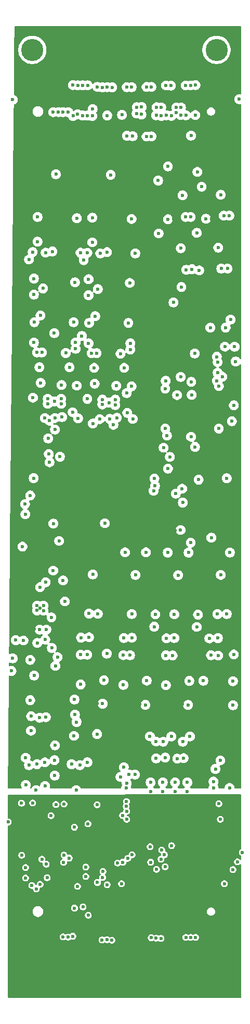
<source format=gbr>
%TF.GenerationSoftware,KiCad,Pcbnew,9.0.4-9.0.4-0~ubuntu22.04.1*%
%TF.CreationDate,2026-01-05T08:42:24-05:00*%
%TF.ProjectId,psc_daughter_brd,7073635f-6461-4756-9768-7465725f6272,rev?*%
%TF.SameCoordinates,Original*%
%TF.FileFunction,Copper,L6,Inr*%
%TF.FilePolarity,Positive*%
%FSLAX46Y46*%
G04 Gerber Fmt 4.6, Leading zero omitted, Abs format (unit mm)*
G04 Created by KiCad (PCBNEW 9.0.4-9.0.4-0~ubuntu22.04.1) date 2026-01-05 08:42:24*
%MOMM*%
%LPD*%
G01*
G04 APERTURE LIST*
%TA.AperFunction,ComponentPad*%
%ADD10C,3.600000*%
%TD*%
%TA.AperFunction,ViaPad*%
%ADD11C,0.600000*%
%TD*%
G04 APERTURE END LIST*
D10*
%TO.N,GND*%
%TO.C,MT2*%
X145000000Y-187000000D03*
%TD*%
%TO.N,GND*%
%TO.C,MT4*%
X175000000Y-37000000D03*
%TD*%
%TO.N,GND*%
%TO.C,MT3*%
X175000000Y-187000000D03*
%TD*%
%TO.N,GND*%
%TO.C,MT1*%
X145000000Y-37000000D03*
%TD*%
D11*
%TO.N,GND*%
X163800000Y-187100000D03*
X178700000Y-45000000D03*
X141800000Y-45100000D03*
X156800000Y-113900000D03*
X150300000Y-126600000D03*
X150000000Y-123200000D03*
X166250000Y-162000000D03*
X170250000Y-162000000D03*
X168250000Y-162000000D03*
X164250000Y-162000000D03*
X166250000Y-160500000D03*
X170250000Y-160500000D03*
X168250000Y-160500000D03*
X164250000Y-160500000D03*
X166250000Y-159000000D03*
X170250000Y-159000000D03*
X168250000Y-159000000D03*
X164250000Y-159000000D03*
X166250000Y-157500000D03*
X170250000Y-157500000D03*
X168250000Y-157500000D03*
X164250000Y-157500000D03*
X170250000Y-156000000D03*
X168250000Y-156000000D03*
X166250000Y-156000000D03*
X164250000Y-156000000D03*
X170480000Y-167730000D03*
X161300000Y-163880000D03*
%TO.N,+5.0V*%
X160360000Y-162000000D03*
%TO.N,GND*%
X160370000Y-156150000D03*
X165160000Y-149370000D03*
X166320000Y-149390000D03*
%TO.N,+5.0V*%
X166650000Y-151970000D03*
%TO.N,+3.3V*%
X160370000Y-160680000D03*
X160342902Y-159128077D03*
%TO.N,GND*%
X159340000Y-155120000D03*
%TO.N,Net-(U42-VISO)*%
X150160000Y-159530000D03*
%TO.N,GND*%
X147080000Y-156580000D03*
%TO.N,/Isolated Digital IO/din2_iso*%
X151790000Y-148440000D03*
%TO.N,GND*%
X169500000Y-149390000D03*
X168670000Y-166210000D03*
%TO.N,/Isolated Digital IO/dout2_iso*%
X144770000Y-147600000D03*
%TO.N,/Isolated Digital IO/dout0_iso*%
X145060000Y-159350000D03*
%TO.N,GND*%
X175180000Y-89450000D03*
X174510000Y-155880000D03*
X170850000Y-99850000D03*
X170800000Y-117050000D03*
X174150000Y-116250000D03*
X168380000Y-109100000D03*
X157130000Y-135080000D03*
X168600000Y-152150000D03*
X157762500Y-57300000D03*
X148846500Y-57200000D03*
X158500000Y-94700000D03*
X158500000Y-93800000D03*
X157500000Y-94300000D03*
X156400000Y-94600000D03*
X156400000Y-93800000D03*
X149700000Y-94500000D03*
X149700000Y-93700000D03*
X147500000Y-94500000D03*
X147500000Y-93700000D03*
X148621500Y-94100700D03*
X169400000Y-108300000D03*
X146200000Y-131200000D03*
X142200000Y-169000000D03*
X142200000Y-172300000D03*
X149500000Y-103100000D03*
%TO.N,+5.3VA*%
X147800000Y-104000000D03*
%TO.N,+15V*%
X176000000Y-99500000D03*
%TO.N,+3.3V*%
X171500000Y-101500000D03*
%TO.N,/FPGA connector/mon_fs*%
X159710000Y-161370000D03*
%TO.N,/FPGA connector/mon_convert*%
X176275000Y-172475000D03*
X159525000Y-172475000D03*
%TO.N,/FPGA connector/mon_reset*%
X160275000Y-159875000D03*
%TO.N,/DAC/syncn*%
X157175000Y-172625000D03*
%TO.N,/DAC/sclk*%
X155600000Y-172275000D03*
%TO.N,/DAC/sdin*%
X156450000Y-171450000D03*
%TO.N,/DCCT ADCs/dcct_busy*%
X165225000Y-170125000D03*
%TO.N,/DCCT ADCs/dcct0_sdo*%
X166625000Y-169725000D03*
%TO.N,/DCCT ADCs/dcct_cnv*%
X164275000Y-168975000D03*
%TO.N,/DCCT ADCs/dcct1_sdo*%
X166510000Y-167775000D03*
%TO.N,/DCCT ADCs/dcct_sck*%
X165950000Y-168475000D03*
%TO.N,/DCCT ADCs/dcct_busy*%
X156500000Y-170475000D03*
%TO.N,/DCCT ADCs/dcct_sck*%
X154850000Y-97700000D03*
%TO.N,/DCCT ADCs/dcct0_sdo*%
X158900000Y-169125000D03*
%TO.N,/DCCT ADCs/dcct_cnv*%
X159750000Y-168975000D03*
%TO.N,/DCCT ADCs/dcct_sck*%
X160525000Y-168350000D03*
%TO.N,/DCCT ADCs/dcct1_sdo*%
X161250000Y-167775000D03*
%TO.N,/DAC/sdin*%
X177675000Y-170175000D03*
%TO.N,/DAC/sclk*%
X178400000Y-168925000D03*
%TO.N,/DAC/syncn*%
X179200000Y-167375000D03*
%TO.N,GND*%
X174825000Y-153825000D03*
X175625000Y-152425000D03*
%TO.N,+15V*%
X173050000Y-154675000D03*
%TO.N,GND*%
X159900000Y-153525000D03*
X160750000Y-154725000D03*
%TO.N,-15V*%
X161725000Y-154725000D03*
%TO.N,GND*%
X163175000Y-166350000D03*
X165075000Y-166750000D03*
%TO.N,/FPGA connector/mon_sdo*%
X164175000Y-166475000D03*
%TO.N,/FPGA connector/mon_sclk*%
X166075000Y-167000000D03*
%TO.N,GND*%
X166650000Y-166200000D03*
X170150000Y-166300000D03*
X174620000Y-162880000D03*
%TO.N,/FPGA connector/mon_busy*%
X175625000Y-162000000D03*
%TO.N,GND*%
X174675000Y-161375000D03*
%TO.N,/FPGA connector/mon_convert*%
X175375000Y-159475000D03*
%TO.N,GND*%
X177250000Y-158800000D03*
X177125000Y-156900000D03*
%TO.N,+5.0V*%
X174520000Y-156880000D03*
X169650000Y-152075000D03*
%TO.N,GND*%
X170675000Y-148535000D03*
X167650000Y-148535000D03*
X164150000Y-148525000D03*
%TO.N,+5.0V*%
X165150000Y-152100000D03*
%TO.N,+3.3V*%
X167675000Y-166275000D03*
%TO.N,+15V*%
X177750000Y-132525000D03*
%TO.N,GND*%
X175275000Y-135400000D03*
X172850000Y-139500000D03*
%TO.N,-15V*%
X174100000Y-135350000D03*
%TO.N,GND*%
X164750000Y-108625000D03*
%TO.N,+15V*%
X164781000Y-113594000D03*
%TO.N,GND*%
X169150000Y-115000000D03*
X169500000Y-110550000D03*
%TO.N,+15V*%
X168250000Y-115050000D03*
%TO.N,GND*%
X176665000Y-106585000D03*
X148410000Y-113960000D03*
X143375000Y-117700000D03*
X149350000Y-116775000D03*
X148400000Y-121600000D03*
%TO.N,+15V*%
X148000000Y-125550000D03*
%TO.N,GND*%
X147175000Y-123500000D03*
X146250000Y-124300000D03*
X147280000Y-131170000D03*
X145750000Y-128075000D03*
X146800000Y-128100000D03*
X146825000Y-127275000D03*
X145775000Y-127275000D03*
X146280000Y-127670000D03*
X148110000Y-129190000D03*
%TO.N,+15V*%
X145300000Y-131125000D03*
%TO.N,/DCCT ADCs/dcct0-*%
X167650000Y-47700000D03*
%TO.N,/DCCT ADCs/dcct0+*%
X166825000Y-47625000D03*
%TO.N,/DCCT ADCs/dcct1-*%
X170850000Y-50925000D03*
%TO.N,/DCCT ADCs/dcct1+*%
X170000000Y-47625000D03*
%TO.N,/DAC/dac_out+*%
X163600000Y-51075000D03*
%TO.N,/DAC/dac_vout-*%
X164400000Y-51050000D03*
%TO.N,-5.3VA*%
X169225000Y-46375000D03*
X168450000Y-46350000D03*
%TO.N,+5.3VA*%
X166000000Y-46350000D03*
X165225000Y-46325000D03*
%TO.N,-15V*%
X162800000Y-46275000D03*
X162000000Y-46300000D03*
%TO.N,+15V*%
X159625000Y-46512500D03*
X158800000Y-46400000D03*
%TO.N,GND*%
X171550000Y-47600000D03*
X169175000Y-47575000D03*
X168425000Y-47175000D03*
X166000000Y-47725000D03*
X165175000Y-47625000D03*
X154775000Y-47725000D03*
X157200000Y-47650000D03*
X159600000Y-47550000D03*
X162775000Y-47475000D03*
X161975000Y-47325000D03*
X154825000Y-46600000D03*
X155600000Y-43000000D03*
X156400000Y-43075000D03*
X157175000Y-43050000D03*
X158000000Y-43075000D03*
X160375000Y-43050000D03*
X161175000Y-43050000D03*
X163600000Y-43025000D03*
X164400000Y-43000000D03*
X166775000Y-42775000D03*
X167575000Y-42800000D03*
X169975000Y-42775000D03*
X170775000Y-42775000D03*
X171575000Y-42725000D03*
%TO.N,/Monitor ADCs/monitor_vout+*%
X160400000Y-50950000D03*
%TO.N,/Monitor ADCs/monitor_vout-*%
X161350000Y-51025000D03*
%TO.N,GND*%
X166925000Y-99650000D03*
%TO.N,-15V*%
X166650000Y-98525000D03*
%TO.N,GND*%
X146350000Y-91100000D03*
X155150000Y-91225000D03*
%TO.N,/DCCT ADCs/dcct1_sdo*%
X158200000Y-97900000D03*
%TO.N,/DCCT ADCs/dcct_sck*%
X157600000Y-96950000D03*
%TO.N,/DCCT ADCs/dcct_cnv*%
X155975000Y-96975000D03*
%TO.N,/DCCT ADCs/dcct_sck*%
X148675000Y-96800000D03*
%TO.N,/DCCT ADCs/dcct_cnv*%
X147050000Y-96825000D03*
%TO.N,/DCCT ADCs/dcct_busy*%
X147750000Y-97225000D03*
%TO.N,/DCCT ADCs/dcct0_sdo*%
X148675000Y-98675000D03*
%TO.N,/DCCT ADCs/DCCT Channel 1/adc_vref*%
X145100000Y-93500000D03*
X153950000Y-93700000D03*
%TO.N,/DCCT ADCs/DCCT Channel 1/drv_vref*%
X153062500Y-83487500D03*
X148575000Y-83025000D03*
%TO.N,GND*%
X143850000Y-112425000D03*
X143800000Y-110800000D03*
X144650000Y-109400000D03*
X145200000Y-106575000D03*
X147575000Y-100125000D03*
X147675000Y-102650000D03*
%TO.N,-15V*%
X176375000Y-85200000D03*
%TO.N,GND*%
X170950000Y-93050000D03*
X171450000Y-86325000D03*
X170885000Y-90935000D03*
%TO.N,+3.3V*%
X169175000Y-90125000D03*
%TO.N,GND*%
X166725000Y-90750000D03*
X168575000Y-93075000D03*
%TO.N,+1.8V*%
X166650000Y-92025000D03*
%TO.N,+15V*%
X169200000Y-88750000D03*
%TO.N,GND*%
X178125000Y-87625000D03*
X177950000Y-85225000D03*
%TO.N,-15V*%
X175175000Y-87700000D03*
%TO.N,GND*%
X177825000Y-94750000D03*
X177500000Y-97325000D03*
%TO.N,+15V*%
X175000000Y-94750000D03*
%TO.N,GND*%
X175375000Y-98525000D03*
%TO.N,+5.0V*%
X160290000Y-156930000D03*
%TO.N,+1.8V*%
X151600000Y-181000000D03*
X150800000Y-181150000D03*
X150000000Y-181100000D03*
%TO.N,+2.5V*%
X171600000Y-181200000D03*
X170800000Y-181200000D03*
X170000000Y-181200000D03*
%TO.N,+5.0V*%
X165950000Y-181350000D03*
X165150000Y-181300000D03*
X164350000Y-181250000D03*
%TO.N,+3.3V*%
X157950000Y-181650000D03*
X157150000Y-181550000D03*
X156350000Y-181600000D03*
%TO.N,GND*%
X158000000Y-173250000D03*
X154800000Y-173250000D03*
X170800000Y-176600000D03*
X169200000Y-176650000D03*
X168400000Y-173150000D03*
X170000000Y-173150000D03*
X171650000Y-173000000D03*
X169200000Y-180700000D03*
X168400000Y-180800000D03*
X167650000Y-180800000D03*
X166800000Y-180750000D03*
X163600000Y-180800000D03*
X162800000Y-180850000D03*
X162000000Y-180700000D03*
X161200000Y-180700000D03*
X160400000Y-180750000D03*
X159600000Y-180800000D03*
X158850000Y-180750000D03*
X149200000Y-177600000D03*
X148400000Y-180950000D03*
X152400000Y-181050000D03*
X153150000Y-181650000D03*
X154000000Y-180850000D03*
X154800000Y-180700000D03*
X155600000Y-180750000D03*
%TO.N,/Isolated Digital IO/dout_iso_gnd*%
X148050000Y-161400000D03*
X148700000Y-150000000D03*
%TO.N,/Isolated Digital IO/din_iso_gnd*%
X143900000Y-152000000D03*
%TO.N,/Isolated Digital IO/dout1_iso*%
X145800000Y-133350000D03*
%TO.N,/Isolated Digital IO/dout_iso_gnd*%
X151600000Y-42700000D03*
X152400000Y-42750000D03*
X153200000Y-42750000D03*
X154000000Y-42750000D03*
%TO.N,GND*%
X142200000Y-159800000D03*
%TO.N,/Isolated Digital IO/din_iso_gnd*%
X141050000Y-162450000D03*
X154050000Y-162750000D03*
X148400000Y-47100000D03*
X149250000Y-47100000D03*
X150000000Y-47100000D03*
X150850000Y-47100000D03*
%TO.N,/Isolated Digital IO/din3_iso*%
X148750000Y-137075505D03*
%TO.N,/Isolated Digital IO/din1_iso*%
X148175000Y-134150000D03*
%TO.N,/Isolated Digital IO/dout1_iso*%
X143550000Y-132950000D03*
%TO.N,/Isolated Digital IO/dout2_iso*%
X144650000Y-136100000D03*
%TO.N,/Isolated Digital IO/dout3_iso*%
X145300000Y-138650000D03*
%TO.N,/Isolated Digital IO/din2_iso*%
X149100000Y-135650000D03*
%TO.N,/Isolated Digital IO/dout3_iso*%
X141600000Y-137900000D03*
%TO.N,/Isolated Digital IO/dout2_iso*%
X141800000Y-135850000D03*
%TO.N,/Isolated Digital IO/dout1_iso*%
X148832600Y-159600000D03*
%TO.N,/Isolated Digital IO/dout2_iso*%
X146198200Y-145498200D03*
%TO.N,/Isolated Digital IO/dout3_iso*%
X147200000Y-145400000D03*
%TO.N,/Isolated Digital IO/din1_iso*%
X155561700Y-159650000D03*
%TO.N,/Isolated Digital IO/din3_iso*%
X155550000Y-148150000D03*
%TO.N,/Isolated Digital IO/din2_iso*%
X152200000Y-146200000D03*
%TO.N,GND*%
X148600000Y-152400000D03*
%TO.N,+5.0V*%
X148650000Y-154900000D03*
X143936079Y-156399252D03*
%TO.N,Net-(U38-B3Y)*%
X144450000Y-153200000D03*
%TO.N,Net-(U38-B4Y)*%
X145750000Y-153050000D03*
%TO.N,GND*%
X149200000Y-167550000D03*
%TO.N,+5.0V*%
X150150000Y-167800000D03*
X143250000Y-167850000D03*
%TO.N,GND*%
X141400000Y-166700000D03*
X141850000Y-163700000D03*
%TO.N,Net-(U39-VISO)*%
X143240000Y-159400000D03*
%TO.N,GND*%
X148950000Y-163600000D03*
X148250000Y-160600000D03*
X150050000Y-170550000D03*
X154050000Y-170550000D03*
X155450000Y-170650000D03*
X155450000Y-169050000D03*
%TO.N,+1V8*%
X153700000Y-171300000D03*
%TO.N,+5.0V*%
X153700000Y-169750000D03*
%TO.N,GND*%
X153970000Y-152730000D03*
X147050000Y-152750000D03*
X154500000Y-167900000D03*
X147550000Y-167900000D03*
X144800000Y-145250000D03*
X151950000Y-145000000D03*
X144650000Y-142650000D03*
X151850000Y-142550000D03*
%TO.N,/Isolated Digital IO/dout1_iso*%
X142300000Y-132900000D03*
%TO.N,/Isolated Digital IO/din0_iso*%
X147100000Y-132800000D03*
X152150000Y-157250000D03*
%TO.N,/Isolated Digital IO/dout0_iso*%
X145600000Y-157250000D03*
%TO.N,Net-(U41-A4)*%
X152750000Y-153200000D03*
%TO.N,Net-(U41-A3)*%
X151400000Y-153050000D03*
%TO.N,/Isolated Digital IO/din0_iso*%
X151850000Y-163300000D03*
%TO.N,+5.0V*%
X143900000Y-169850000D03*
%TO.N,GND*%
X147650000Y-170650000D03*
X143300000Y-170650000D03*
%TO.N,Net-(U38-B3Y)*%
X146550000Y-168500000D03*
%TO.N,Net-(U38-B4Y)*%
X147250000Y-169300000D03*
%TO.N,Net-(U41-A4)*%
X150100000Y-169000000D03*
%TO.N,Net-(U41-A3)*%
X151000000Y-168300000D03*
%TO.N,/FPGA connector/din0*%
X151875000Y-176425000D03*
%TO.N,/FPGA connector/din2*%
X153250000Y-176250000D03*
%TO.N,/FPGA connector/din3*%
X154100000Y-177600000D03*
%TO.N,/FPGA connector/din1*%
X152350000Y-172900000D03*
%TO.N,+1.8V*%
X143900000Y-171550000D03*
%TO.N,/FPGA connector/dout1*%
X145650000Y-173300000D03*
%TO.N,/FPGA connector/dout0*%
X144925001Y-172750000D03*
%TO.N,/FPGA connector/dout2*%
X146250000Y-172550000D03*
%TO.N,/FPGA connector/dout3*%
X147400000Y-171500000D03*
%TO.N,+15V*%
X176635000Y-143465000D03*
%TO.N,GND*%
X177685000Y-143465000D03*
X177685000Y-139565000D03*
X177825000Y-135225000D03*
X176675000Y-128650000D03*
X175135000Y-128665000D03*
%TO.N,-15V*%
X173835000Y-132615000D03*
%TO.N,GND*%
X175235000Y-132565000D03*
X177185000Y-118665000D03*
X175685000Y-122290000D03*
X165045000Y-128708150D03*
X171980000Y-128750000D03*
X168746000Y-122335800D03*
%TO.N,/Monitor ADCs/monitor_ignd-*%
X170445000Y-118675000D03*
%TO.N,+15V*%
X169465000Y-143315000D03*
%TO.N,GND*%
X170565000Y-139515000D03*
%TO.N,-15V*%
X166765000Y-135365000D03*
X166830000Y-132600000D03*
%TO.N,GND*%
X168130000Y-132550000D03*
X168130000Y-128700000D03*
%TO.N,/Monitor ADCs/monitor_ignd+*%
X167045000Y-118675000D03*
%TO.N,GND*%
X167845000Y-135385000D03*
X166765000Y-140215000D03*
%TO.N,+15V*%
X170730000Y-132600000D03*
%TO.N,GND*%
X171780000Y-130750000D03*
X170360000Y-143420000D03*
X161811000Y-122293950D03*
%TO.N,/Monitor ADCs/monitor_spare-*%
X163510000Y-118633150D03*
%TO.N,+15V*%
X162530000Y-143273150D03*
%TO.N,GND*%
X163630000Y-139473150D03*
%TO.N,-15V*%
X159830000Y-135323150D03*
X159895000Y-132558150D03*
%TO.N,GND*%
X161195000Y-132508150D03*
X161195000Y-128658150D03*
%TO.N,/Monitor ADCs/monitor_spare+*%
X160110000Y-118633150D03*
%TO.N,GND*%
X160910000Y-135343150D03*
X159830000Y-140173150D03*
%TO.N,+15V*%
X163795000Y-132558150D03*
%TO.N,GND*%
X164845000Y-130708150D03*
X163410000Y-143410000D03*
X153945000Y-135268150D03*
X154846000Y-122218950D03*
X156450000Y-143230000D03*
%TO.N,+15V*%
X155565000Y-143198150D03*
%TO.N,GND*%
X156665000Y-139398150D03*
X152865000Y-140098150D03*
%TO.N,-15V*%
X152865000Y-135248150D03*
%TO.N,+15V*%
X156830000Y-132483150D03*
%TO.N,GND*%
X155675000Y-128625000D03*
X154230000Y-128583150D03*
X154230000Y-132433150D03*
%TO.N,-15V*%
X152930000Y-132483150D03*
%TO.N,GND*%
X166381500Y-101625000D03*
X167081500Y-105025000D03*
X167381500Y-103125000D03*
X164881500Y-106625000D03*
X164981500Y-107825000D03*
%TO.N,Net-(U12-BUF_INP)*%
X172081500Y-106825000D03*
%TO.N,GND*%
X169281500Y-75525000D03*
X167981500Y-78025000D03*
X176481500Y-82125000D03*
X177281500Y-80825000D03*
%TO.N,-15V*%
X173981500Y-82125000D03*
%TO.N,/DAC/sdin*%
X175381500Y-91625000D03*
%TO.N,/DAC/sclk*%
X175056500Y-90750000D03*
%TO.N,/DAC/syncn*%
X175960000Y-90100000D03*
%TO.N,GND*%
X175056500Y-86850000D03*
%TO.N,/Isolated Digital IO/din3_iso*%
X151627245Y-47729199D03*
%TO.N,/Isolated Digital IO/din2_iso*%
X152374220Y-47442784D03*
%TO.N,/Isolated Digital IO/din1_iso*%
X153175000Y-47650000D03*
%TO.N,/Isolated Digital IO/din0_iso*%
X153974528Y-47677570D03*
%TO.N,GND*%
X154242500Y-81362500D03*
X152246500Y-91548300D03*
X152246500Y-64348300D03*
X155462500Y-86262500D03*
X146546500Y-86148300D03*
%TO.N,-15V*%
X145246500Y-74148300D03*
%TO.N,+15V*%
X152046500Y-68148300D03*
%TO.N,-5.3VA*%
X152046500Y-84548300D03*
%TO.N,GND*%
X145046500Y-69848300D03*
X154762500Y-64262500D03*
X157162500Y-69862500D03*
X145326500Y-81248300D03*
X155662500Y-75862500D03*
%TO.N,+1.8V*%
X149846500Y-96648300D03*
X158762500Y-96762500D03*
%TO.N,GND*%
X145246500Y-76748300D03*
%TO.N,-15V*%
X154762500Y-68262500D03*
X154162500Y-74262500D03*
%TO.N,GND*%
X160862500Y-74862500D03*
X151726500Y-81248300D03*
X152846500Y-69948300D03*
%TO.N,+15V*%
X158162500Y-75862500D03*
%TO.N,GND*%
X160362500Y-92762500D03*
X154162500Y-76862500D03*
X145846500Y-64148300D03*
%TO.N,-5.3VA*%
X160962500Y-84662500D03*
%TO.N,GND*%
X160962500Y-85662500D03*
X146746500Y-75748300D03*
%TO.N,-15V*%
X145846500Y-68148300D03*
%TO.N,GND*%
X148246500Y-69748300D03*
%TO.N,+2.5V*%
X149746502Y-91448302D03*
%TO.N,GND*%
X154662500Y-86262500D03*
X153962500Y-69962500D03*
%TO.N,+15V*%
X149246500Y-75748300D03*
%TO.N,+5.3VA*%
X145246500Y-84548300D03*
%TO.N,+15V*%
X160962500Y-68262500D03*
%TO.N,GND*%
X153362500Y-71162500D03*
X146146500Y-88548300D03*
%TO.N,+2.5V*%
X158662502Y-91562502D03*
%TO.N,GND*%
X155062500Y-88662500D03*
X161162500Y-64462500D03*
X161762500Y-70062500D03*
X156062500Y-70062500D03*
X151562500Y-95862500D03*
X159962500Y-88662500D03*
X150446500Y-86248300D03*
X146326500Y-80148300D03*
X159362500Y-86362500D03*
X155242500Y-80262500D03*
X145746500Y-86148300D03*
X152046500Y-85548300D03*
X144446500Y-71048300D03*
X151946500Y-74748300D03*
X160642500Y-81362500D03*
X152462500Y-96862500D03*
X147146500Y-69948300D03*
X161162500Y-91662500D03*
X151046500Y-88548300D03*
%TO.N,+5.3VA*%
X154162500Y-84662500D03*
%TO.N,GND*%
X161362500Y-96962500D03*
X160462500Y-95962500D03*
X172181500Y-72825000D03*
X170081500Y-72725000D03*
X175281500Y-69125000D03*
X175781500Y-72525000D03*
%TO.N,-15V*%
X176781500Y-72525000D03*
X170981500Y-72625000D03*
%TO.N,GND*%
X169181500Y-69225000D03*
X171781500Y-66725000D03*
X173281500Y-64425000D03*
%TO.N,+15V*%
X174181500Y-64425000D03*
%TO.N,GND*%
X165581500Y-66825000D03*
X167081500Y-64525000D03*
%TO.N,+15V*%
X168031500Y-64475000D03*
%TO.N,-15V*%
X170781500Y-64125000D03*
%TO.N,GND*%
X169981500Y-64125000D03*
X169481500Y-60625000D03*
X175681500Y-60525000D03*
X165481500Y-58225000D03*
X167081500Y-55925000D03*
%TO.N,+15V*%
X170381500Y-75725000D03*
%TO.N,GND*%
X176181500Y-63925000D03*
%TO.N,-15V*%
X177081500Y-63925000D03*
%TO.N,GND*%
X172581500Y-59225000D03*
X171881500Y-56825000D03*
%TO.N,+15V*%
X174161500Y-55845000D03*
X168061500Y-55845000D03*
%TO.N,GND*%
X163600000Y-173100000D03*
%TD*%
%TA.AperFunction,Conductor*%
%TO.N,+15V*%
G36*
X178943039Y-33134513D02*
G01*
X178988794Y-33187317D01*
X179000000Y-33238828D01*
X179000000Y-44092396D01*
X178980315Y-44159435D01*
X178927511Y-44205190D01*
X178858353Y-44215134D01*
X178851809Y-44214013D01*
X178778846Y-44199500D01*
X178778842Y-44199500D01*
X178621158Y-44199500D01*
X178621155Y-44199500D01*
X178466510Y-44230261D01*
X178466498Y-44230264D01*
X178320827Y-44290602D01*
X178320814Y-44290609D01*
X178189711Y-44378210D01*
X178189707Y-44378213D01*
X178078213Y-44489707D01*
X178078210Y-44489711D01*
X177990609Y-44620814D01*
X177990602Y-44620827D01*
X177930264Y-44766498D01*
X177930261Y-44766510D01*
X177899500Y-44921153D01*
X177899500Y-45078846D01*
X177930261Y-45233489D01*
X177930264Y-45233501D01*
X177990602Y-45379172D01*
X177990609Y-45379185D01*
X178078210Y-45510288D01*
X178078213Y-45510292D01*
X178189707Y-45621786D01*
X178189711Y-45621789D01*
X178320814Y-45709390D01*
X178320827Y-45709397D01*
X178366254Y-45728213D01*
X178466503Y-45769737D01*
X178579497Y-45792213D01*
X178621153Y-45800499D01*
X178621156Y-45800500D01*
X178621158Y-45800500D01*
X178778844Y-45800500D01*
X178851808Y-45785986D01*
X178921399Y-45792213D01*
X178976577Y-45835075D01*
X178999822Y-45900965D01*
X179000000Y-45907603D01*
X179000000Y-87084894D01*
X178980315Y-87151933D01*
X178927511Y-87197688D01*
X178858353Y-87207632D01*
X178794797Y-87178607D01*
X178772898Y-87153785D01*
X178746789Y-87114711D01*
X178746786Y-87114707D01*
X178635292Y-87003213D01*
X178635288Y-87003210D01*
X178504185Y-86915609D01*
X178504172Y-86915602D01*
X178358501Y-86855264D01*
X178358489Y-86855261D01*
X178203845Y-86824500D01*
X178203842Y-86824500D01*
X178046158Y-86824500D01*
X178046155Y-86824500D01*
X177891510Y-86855261D01*
X177891498Y-86855264D01*
X177745827Y-86915602D01*
X177745814Y-86915609D01*
X177614711Y-87003210D01*
X177614707Y-87003213D01*
X177503213Y-87114707D01*
X177503210Y-87114711D01*
X177415609Y-87245814D01*
X177415602Y-87245827D01*
X177355264Y-87391498D01*
X177355261Y-87391510D01*
X177324500Y-87546153D01*
X177324500Y-87703846D01*
X177355261Y-87858489D01*
X177355264Y-87858501D01*
X177415602Y-88004172D01*
X177415609Y-88004185D01*
X177503210Y-88135288D01*
X177503213Y-88135292D01*
X177614707Y-88246786D01*
X177614711Y-88246789D01*
X177745814Y-88334390D01*
X177745827Y-88334397D01*
X177891498Y-88394735D01*
X177891503Y-88394737D01*
X178046153Y-88425499D01*
X178046156Y-88425500D01*
X178046158Y-88425500D01*
X178203844Y-88425500D01*
X178203845Y-88425499D01*
X178358497Y-88394737D01*
X178504179Y-88334394D01*
X178635289Y-88246789D01*
X178746789Y-88135289D01*
X178772897Y-88096214D01*
X178826509Y-88051409D01*
X178895834Y-88042702D01*
X178958862Y-88072856D01*
X178995582Y-88132299D01*
X179000000Y-88165105D01*
X179000000Y-156876000D01*
X178980315Y-156943039D01*
X178927511Y-156988794D01*
X178876000Y-157000000D01*
X178049500Y-157000000D01*
X177982461Y-156980315D01*
X177936706Y-156927511D01*
X177925500Y-156876000D01*
X177925500Y-156821155D01*
X177925499Y-156821153D01*
X177913135Y-156758994D01*
X177894737Y-156666503D01*
X177889547Y-156653974D01*
X177834397Y-156520827D01*
X177834390Y-156520814D01*
X177746789Y-156389711D01*
X177746786Y-156389707D01*
X177635292Y-156278213D01*
X177635288Y-156278210D01*
X177504185Y-156190609D01*
X177504172Y-156190602D01*
X177358501Y-156130264D01*
X177358489Y-156130261D01*
X177203845Y-156099500D01*
X177203842Y-156099500D01*
X177046158Y-156099500D01*
X177046155Y-156099500D01*
X176891510Y-156130261D01*
X176891498Y-156130264D01*
X176745827Y-156190602D01*
X176745814Y-156190609D01*
X176614711Y-156278210D01*
X176614707Y-156278213D01*
X176503213Y-156389707D01*
X176503210Y-156389711D01*
X176415609Y-156520814D01*
X176415602Y-156520827D01*
X176355264Y-156666498D01*
X176355261Y-156666510D01*
X176324500Y-156821153D01*
X176324500Y-156876000D01*
X176304815Y-156943039D01*
X176252011Y-156988794D01*
X176200500Y-157000000D01*
X175444500Y-157000000D01*
X175377461Y-156980315D01*
X175331706Y-156927511D01*
X175320500Y-156876000D01*
X175320500Y-156801155D01*
X175320499Y-156801153D01*
X175310324Y-156750000D01*
X175289737Y-156646503D01*
X175279621Y-156622080D01*
X175229397Y-156500827D01*
X175229395Y-156500823D01*
X175229394Y-156500821D01*
X175197206Y-156452648D01*
X175189695Y-156441407D01*
X175168817Y-156374730D01*
X175187301Y-156307350D01*
X175189696Y-156303624D01*
X175219394Y-156259179D01*
X175279737Y-156113497D01*
X175310500Y-155958842D01*
X175310500Y-155801158D01*
X175310500Y-155801155D01*
X175310499Y-155801153D01*
X175305787Y-155777463D01*
X175279737Y-155646503D01*
X175272701Y-155629516D01*
X175219397Y-155500827D01*
X175219390Y-155500814D01*
X175131789Y-155369711D01*
X175131786Y-155369707D01*
X175020292Y-155258213D01*
X175020288Y-155258210D01*
X174889185Y-155170609D01*
X174889172Y-155170602D01*
X174743501Y-155110264D01*
X174743489Y-155110261D01*
X174588845Y-155079500D01*
X174588842Y-155079500D01*
X174431158Y-155079500D01*
X174431155Y-155079500D01*
X174276510Y-155110261D01*
X174276498Y-155110264D01*
X174130827Y-155170602D01*
X174130814Y-155170609D01*
X173999711Y-155258210D01*
X173999707Y-155258213D01*
X173888213Y-155369707D01*
X173888210Y-155369711D01*
X173800609Y-155500814D01*
X173800602Y-155500827D01*
X173740264Y-155646498D01*
X173740261Y-155646510D01*
X173709500Y-155801153D01*
X173709500Y-155958846D01*
X173740261Y-156113489D01*
X173740264Y-156113501D01*
X173800602Y-156259172D01*
X173800605Y-156259177D01*
X173800606Y-156259179D01*
X173840304Y-156318592D01*
X173861182Y-156385268D01*
X173842698Y-156452648D01*
X173840305Y-156456372D01*
X173810608Y-156500816D01*
X173810602Y-156500827D01*
X173750264Y-156646498D01*
X173750261Y-156646510D01*
X173719500Y-156801153D01*
X173719500Y-156876000D01*
X173699815Y-156943039D01*
X173647011Y-156988794D01*
X173595500Y-157000000D01*
X170933441Y-157000000D01*
X170907382Y-156992348D01*
X170880542Y-156988151D01*
X170871554Y-156981827D01*
X170866402Y-156980315D01*
X170851089Y-156968704D01*
X170848339Y-156966261D01*
X170760289Y-156878211D01*
X170715626Y-156848368D01*
X170709250Y-156842704D01*
X170695063Y-156820019D01*
X170677906Y-156799490D01*
X170676820Y-156790848D01*
X170672203Y-156783465D01*
X170672533Y-156756711D01*
X170669199Y-156730165D01*
X170672957Y-156722308D01*
X170673065Y-156713601D01*
X170687805Y-156691274D01*
X170699353Y-156667138D01*
X170709606Y-156658253D01*
X170711561Y-156655293D01*
X170714545Y-156653974D01*
X170722712Y-156646898D01*
X170759853Y-156622080D01*
X170760289Y-156621789D01*
X170871789Y-156510289D01*
X170959394Y-156379179D01*
X171019737Y-156233497D01*
X171050500Y-156078842D01*
X171050500Y-155921158D01*
X171050500Y-155921155D01*
X171050499Y-155921153D01*
X171044250Y-155889737D01*
X171019737Y-155766503D01*
X170992398Y-155700500D01*
X170959397Y-155620827D01*
X170959390Y-155620814D01*
X170871789Y-155489711D01*
X170871786Y-155489707D01*
X170760292Y-155378213D01*
X170760288Y-155378210D01*
X170629185Y-155290609D01*
X170629172Y-155290602D01*
X170483501Y-155230264D01*
X170483489Y-155230261D01*
X170328845Y-155199500D01*
X170328842Y-155199500D01*
X170171158Y-155199500D01*
X170171155Y-155199500D01*
X170016510Y-155230261D01*
X170016498Y-155230264D01*
X169870827Y-155290602D01*
X169870814Y-155290609D01*
X169739711Y-155378210D01*
X169739707Y-155378213D01*
X169628213Y-155489707D01*
X169628210Y-155489711D01*
X169540609Y-155620814D01*
X169540602Y-155620827D01*
X169480264Y-155766498D01*
X169480261Y-155766510D01*
X169449500Y-155921153D01*
X169449500Y-156078846D01*
X169480261Y-156233489D01*
X169480264Y-156233501D01*
X169540602Y-156379172D01*
X169540609Y-156379185D01*
X169628210Y-156510288D01*
X169628213Y-156510292D01*
X169739707Y-156621786D01*
X169739710Y-156621788D01*
X169739711Y-156621789D01*
X169740147Y-156622080D01*
X169777289Y-156646898D01*
X169793076Y-156665789D01*
X169811878Y-156681679D01*
X169815086Y-156692126D01*
X169822093Y-156700511D01*
X169825160Y-156724933D01*
X169832388Y-156748470D01*
X169829438Y-156758994D01*
X169830800Y-156769836D01*
X169820175Y-156792043D01*
X169813531Y-156815748D01*
X169804263Y-156825299D01*
X169800645Y-156832863D01*
X169790750Y-156842704D01*
X169784373Y-156848368D01*
X169739711Y-156878211D01*
X169651652Y-156966269D01*
X169648912Y-156968704D01*
X169620487Y-156982111D01*
X169592917Y-156997166D01*
X169587287Y-156997771D01*
X169585719Y-156998511D01*
X169583326Y-156998197D01*
X169566559Y-157000000D01*
X168933441Y-157000000D01*
X168866402Y-156980315D01*
X168845760Y-156963681D01*
X168760292Y-156878213D01*
X168760284Y-156878207D01*
X168722712Y-156853102D01*
X168677906Y-156799490D01*
X168669199Y-156730165D01*
X168699353Y-156667138D01*
X168722712Y-156646898D01*
X168759853Y-156622080D01*
X168760289Y-156621789D01*
X168871789Y-156510289D01*
X168959394Y-156379179D01*
X169019737Y-156233497D01*
X169050500Y-156078842D01*
X169050500Y-155921158D01*
X169050500Y-155921155D01*
X169050499Y-155921153D01*
X169044250Y-155889737D01*
X169019737Y-155766503D01*
X168992398Y-155700500D01*
X168959397Y-155620827D01*
X168959390Y-155620814D01*
X168871789Y-155489711D01*
X168871786Y-155489707D01*
X168760292Y-155378213D01*
X168760288Y-155378210D01*
X168629185Y-155290609D01*
X168629172Y-155290602D01*
X168483501Y-155230264D01*
X168483489Y-155230261D01*
X168328845Y-155199500D01*
X168328842Y-155199500D01*
X168171158Y-155199500D01*
X168171155Y-155199500D01*
X168016510Y-155230261D01*
X168016498Y-155230264D01*
X167870827Y-155290602D01*
X167870814Y-155290609D01*
X167739711Y-155378210D01*
X167739707Y-155378213D01*
X167628213Y-155489707D01*
X167628210Y-155489711D01*
X167540609Y-155620814D01*
X167540602Y-155620827D01*
X167480264Y-155766498D01*
X167480261Y-155766510D01*
X167449500Y-155921153D01*
X167449500Y-156078846D01*
X167480261Y-156233489D01*
X167480264Y-156233501D01*
X167540602Y-156379172D01*
X167540609Y-156379185D01*
X167628210Y-156510288D01*
X167628213Y-156510292D01*
X167739707Y-156621786D01*
X167739710Y-156621788D01*
X167739711Y-156621789D01*
X167740147Y-156622080D01*
X167777289Y-156646898D01*
X167793076Y-156665789D01*
X167811878Y-156681679D01*
X167815086Y-156692126D01*
X167822093Y-156700511D01*
X167825160Y-156724933D01*
X167832388Y-156748470D01*
X167829438Y-156758994D01*
X167830800Y-156769836D01*
X167820175Y-156792043D01*
X167813531Y-156815748D01*
X167804263Y-156825299D01*
X167800645Y-156832863D01*
X167790750Y-156842704D01*
X167784373Y-156848368D01*
X167739711Y-156878211D01*
X167651652Y-156966269D01*
X167648912Y-156968704D01*
X167620487Y-156982111D01*
X167592917Y-156997166D01*
X167587287Y-156997771D01*
X167585719Y-156998511D01*
X167583326Y-156998197D01*
X167566559Y-157000000D01*
X166933441Y-157000000D01*
X166866402Y-156980315D01*
X166845760Y-156963681D01*
X166760292Y-156878213D01*
X166760284Y-156878207D01*
X166722712Y-156853102D01*
X166677906Y-156799490D01*
X166669199Y-156730165D01*
X166699353Y-156667138D01*
X166722712Y-156646898D01*
X166759853Y-156622080D01*
X166760289Y-156621789D01*
X166871789Y-156510289D01*
X166959394Y-156379179D01*
X167019737Y-156233497D01*
X167050500Y-156078842D01*
X167050500Y-155921158D01*
X167050500Y-155921155D01*
X167050499Y-155921153D01*
X167044250Y-155889737D01*
X167019737Y-155766503D01*
X166992398Y-155700500D01*
X166959397Y-155620827D01*
X166959390Y-155620814D01*
X166871789Y-155489711D01*
X166871786Y-155489707D01*
X166760292Y-155378213D01*
X166760288Y-155378210D01*
X166629185Y-155290609D01*
X166629172Y-155290602D01*
X166483501Y-155230264D01*
X166483489Y-155230261D01*
X166328845Y-155199500D01*
X166328842Y-155199500D01*
X166171158Y-155199500D01*
X166171155Y-155199500D01*
X166016510Y-155230261D01*
X166016498Y-155230264D01*
X165870827Y-155290602D01*
X165870814Y-155290609D01*
X165739711Y-155378210D01*
X165739707Y-155378213D01*
X165628213Y-155489707D01*
X165628210Y-155489711D01*
X165540609Y-155620814D01*
X165540602Y-155620827D01*
X165480264Y-155766498D01*
X165480261Y-155766510D01*
X165449500Y-155921153D01*
X165449500Y-156078846D01*
X165480261Y-156233489D01*
X165480264Y-156233501D01*
X165540602Y-156379172D01*
X165540609Y-156379185D01*
X165628210Y-156510288D01*
X165628213Y-156510292D01*
X165739707Y-156621786D01*
X165739710Y-156621788D01*
X165739711Y-156621789D01*
X165740147Y-156622080D01*
X165777289Y-156646898D01*
X165793076Y-156665789D01*
X165811878Y-156681679D01*
X165815086Y-156692126D01*
X165822093Y-156700511D01*
X165825160Y-156724933D01*
X165832388Y-156748470D01*
X165829438Y-156758994D01*
X165830800Y-156769836D01*
X165820175Y-156792043D01*
X165813531Y-156815748D01*
X165804263Y-156825299D01*
X165800645Y-156832863D01*
X165790750Y-156842704D01*
X165784373Y-156848368D01*
X165739711Y-156878211D01*
X165651652Y-156966269D01*
X165648912Y-156968704D01*
X165620487Y-156982111D01*
X165592917Y-156997166D01*
X165587287Y-156997771D01*
X165585719Y-156998511D01*
X165583326Y-156998197D01*
X165566559Y-157000000D01*
X164933441Y-157000000D01*
X164866402Y-156980315D01*
X164845760Y-156963681D01*
X164760292Y-156878213D01*
X164760284Y-156878207D01*
X164722712Y-156853102D01*
X164677906Y-156799490D01*
X164669199Y-156730165D01*
X164699353Y-156667138D01*
X164722712Y-156646898D01*
X164759853Y-156622080D01*
X164760289Y-156621789D01*
X164871789Y-156510289D01*
X164959394Y-156379179D01*
X165019737Y-156233497D01*
X165050500Y-156078842D01*
X165050500Y-155921158D01*
X165050500Y-155921155D01*
X165050499Y-155921153D01*
X165044250Y-155889737D01*
X165019737Y-155766503D01*
X164992398Y-155700500D01*
X164959397Y-155620827D01*
X164959390Y-155620814D01*
X164871789Y-155489711D01*
X164871786Y-155489707D01*
X164760292Y-155378213D01*
X164760288Y-155378210D01*
X164629185Y-155290609D01*
X164629172Y-155290602D01*
X164483501Y-155230264D01*
X164483489Y-155230261D01*
X164328845Y-155199500D01*
X164328842Y-155199500D01*
X164171158Y-155199500D01*
X164171155Y-155199500D01*
X164016510Y-155230261D01*
X164016498Y-155230264D01*
X163870827Y-155290602D01*
X163870814Y-155290609D01*
X163739711Y-155378210D01*
X163739707Y-155378213D01*
X163628213Y-155489707D01*
X163628210Y-155489711D01*
X163540609Y-155620814D01*
X163540602Y-155620827D01*
X163480264Y-155766498D01*
X163480261Y-155766510D01*
X163449500Y-155921153D01*
X163449500Y-156078846D01*
X163480261Y-156233489D01*
X163480264Y-156233501D01*
X163540602Y-156379172D01*
X163540609Y-156379185D01*
X163628210Y-156510288D01*
X163628213Y-156510292D01*
X163739707Y-156621786D01*
X163739710Y-156621788D01*
X163739711Y-156621789D01*
X163740147Y-156622080D01*
X163777289Y-156646898D01*
X163793076Y-156665789D01*
X163811878Y-156681679D01*
X163815086Y-156692126D01*
X163822093Y-156700511D01*
X163825160Y-156724933D01*
X163832388Y-156748470D01*
X163829438Y-156758994D01*
X163830800Y-156769836D01*
X163820175Y-156792043D01*
X163813531Y-156815748D01*
X163804263Y-156825299D01*
X163800645Y-156832863D01*
X163790750Y-156842704D01*
X163784373Y-156848368D01*
X163739711Y-156878211D01*
X163651652Y-156966269D01*
X163648912Y-156968704D01*
X163620487Y-156982111D01*
X163592917Y-156997166D01*
X163587287Y-156997771D01*
X163585719Y-156998511D01*
X163583326Y-156998197D01*
X163566559Y-157000000D01*
X161214500Y-157000000D01*
X161147461Y-156980315D01*
X161101706Y-156927511D01*
X161090500Y-156876000D01*
X161090500Y-156851155D01*
X161090499Y-156851153D01*
X161086861Y-156832863D01*
X161059737Y-156696503D01*
X161049837Y-156672604D01*
X161042369Y-156603138D01*
X161061295Y-156556264D01*
X161079394Y-156529179D01*
X161082854Y-156520827D01*
X161099655Y-156480264D01*
X161139737Y-156383497D01*
X161170500Y-156228842D01*
X161170500Y-156071158D01*
X161170500Y-156071155D01*
X161170499Y-156071153D01*
X161150056Y-155968381D01*
X161139737Y-155916503D01*
X161128650Y-155889737D01*
X161079397Y-155770827D01*
X161079390Y-155770814D01*
X160998065Y-155649103D01*
X160993149Y-155633403D01*
X160983701Y-155619934D01*
X160982923Y-155600746D01*
X160977187Y-155582425D01*
X160981538Y-155566560D01*
X160980873Y-155550122D01*
X160990591Y-155533562D01*
X160995671Y-155515045D01*
X161008232Y-155503501D01*
X161016237Y-155489863D01*
X161039265Y-155474985D01*
X161045132Y-155469595D01*
X161049331Y-155467467D01*
X161129179Y-155434394D01*
X161174810Y-155403904D01*
X161181465Y-155400533D01*
X161208780Y-155395469D01*
X161235286Y-155387170D01*
X161242651Y-155389190D01*
X161250164Y-155387798D01*
X161275879Y-155398305D01*
X161302666Y-155405654D01*
X161306391Y-155408048D01*
X161345815Y-155434390D01*
X161345821Y-155434394D01*
X161345823Y-155434395D01*
X161345827Y-155434397D01*
X161430804Y-155469595D01*
X161491503Y-155494737D01*
X161593598Y-155515045D01*
X161646153Y-155525499D01*
X161646156Y-155525500D01*
X161646158Y-155525500D01*
X161803844Y-155525500D01*
X161803845Y-155525499D01*
X161958497Y-155494737D01*
X162104179Y-155434394D01*
X162235289Y-155346789D01*
X162346789Y-155235289D01*
X162434394Y-155104179D01*
X162494737Y-154958497D01*
X162525500Y-154803842D01*
X162525500Y-154646158D01*
X162525500Y-154646155D01*
X162525499Y-154646153D01*
X162503269Y-154534397D01*
X162494737Y-154491503D01*
X162452572Y-154389707D01*
X162434397Y-154345827D01*
X162434390Y-154345814D01*
X162346789Y-154214711D01*
X162346786Y-154214707D01*
X162235292Y-154103213D01*
X162235288Y-154103210D01*
X162104185Y-154015609D01*
X162104172Y-154015602D01*
X161958501Y-153955264D01*
X161958489Y-153955261D01*
X161803845Y-153924500D01*
X161803842Y-153924500D01*
X161646158Y-153924500D01*
X161646155Y-153924500D01*
X161491510Y-153955261D01*
X161491498Y-153955264D01*
X161345828Y-154015602D01*
X161345819Y-154015607D01*
X161306389Y-154041953D01*
X161239711Y-154062829D01*
X161172331Y-154044343D01*
X161168611Y-154041953D01*
X161129180Y-154015607D01*
X161129179Y-154015606D01*
X161129175Y-154015604D01*
X161129171Y-154015602D01*
X160983501Y-153955264D01*
X160983489Y-153955261D01*
X160828845Y-153924500D01*
X160828842Y-153924500D01*
X160786555Y-153924500D01*
X160719516Y-153904815D01*
X160673761Y-153852011D01*
X160663817Y-153782853D01*
X160665444Y-153773891D01*
X160667797Y-153763180D01*
X160669737Y-153758497D01*
X160672193Y-153746153D01*
X174024500Y-153746153D01*
X174024500Y-153903846D01*
X174055261Y-154058489D01*
X174055264Y-154058501D01*
X174115602Y-154204172D01*
X174115609Y-154204185D01*
X174203210Y-154335288D01*
X174203213Y-154335292D01*
X174314707Y-154446786D01*
X174314711Y-154446789D01*
X174445814Y-154534390D01*
X174445827Y-154534397D01*
X174591498Y-154594735D01*
X174591503Y-154594737D01*
X174746153Y-154625499D01*
X174746156Y-154625500D01*
X174746158Y-154625500D01*
X174903844Y-154625500D01*
X174903845Y-154625499D01*
X175058497Y-154594737D01*
X175204179Y-154534394D01*
X175335289Y-154446789D01*
X175446789Y-154335289D01*
X175534394Y-154204179D01*
X175594737Y-154058497D01*
X175625500Y-153903842D01*
X175625500Y-153746158D01*
X175625500Y-153746155D01*
X175625499Y-153746153D01*
X175618366Y-153710292D01*
X175594737Y-153591503D01*
X175581808Y-153560289D01*
X175534397Y-153445827D01*
X175534389Y-153445812D01*
X175516067Y-153418392D01*
X175495188Y-153351715D01*
X175513672Y-153284334D01*
X175565650Y-153237644D01*
X175619168Y-153225500D01*
X175703844Y-153225500D01*
X175703845Y-153225499D01*
X175858497Y-153194737D01*
X175976592Y-153145821D01*
X176004172Y-153134397D01*
X176004172Y-153134396D01*
X176004179Y-153134394D01*
X176135289Y-153046789D01*
X176246789Y-152935289D01*
X176334394Y-152804179D01*
X176394737Y-152658497D01*
X176425500Y-152503842D01*
X176425500Y-152346158D01*
X176425500Y-152346155D01*
X176425499Y-152346153D01*
X176420527Y-152321158D01*
X176394737Y-152191503D01*
X176379138Y-152153844D01*
X176334397Y-152045827D01*
X176334390Y-152045814D01*
X176246789Y-151914711D01*
X176246786Y-151914707D01*
X176135292Y-151803213D01*
X176135288Y-151803210D01*
X176004185Y-151715609D01*
X176004172Y-151715602D01*
X175858501Y-151655264D01*
X175858489Y-151655261D01*
X175703845Y-151624500D01*
X175703842Y-151624500D01*
X175546158Y-151624500D01*
X175546155Y-151624500D01*
X175391510Y-151655261D01*
X175391498Y-151655264D01*
X175245827Y-151715602D01*
X175245814Y-151715609D01*
X175114711Y-151803210D01*
X175114707Y-151803213D01*
X175003213Y-151914707D01*
X175003210Y-151914711D01*
X174915609Y-152045814D01*
X174915602Y-152045827D01*
X174855264Y-152191498D01*
X174855261Y-152191510D01*
X174824500Y-152346153D01*
X174824500Y-152503846D01*
X174855261Y-152658489D01*
X174855264Y-152658501D01*
X174915602Y-152804172D01*
X174915610Y-152804187D01*
X174933933Y-152831608D01*
X174954812Y-152898285D01*
X174936328Y-152965666D01*
X174884350Y-153012356D01*
X174830832Y-153024500D01*
X174746155Y-153024500D01*
X174591510Y-153055261D01*
X174591498Y-153055264D01*
X174445827Y-153115602D01*
X174445814Y-153115609D01*
X174314711Y-153203210D01*
X174314707Y-153203213D01*
X174203213Y-153314707D01*
X174203210Y-153314711D01*
X174115609Y-153445814D01*
X174115602Y-153445827D01*
X174055264Y-153591498D01*
X174055261Y-153591510D01*
X174024500Y-153746153D01*
X160672193Y-153746153D01*
X160679327Y-153710288D01*
X160690187Y-153655689D01*
X160700500Y-153603842D01*
X160700500Y-153446158D01*
X160700500Y-153446155D01*
X160700499Y-153446153D01*
X160693447Y-153410699D01*
X160669737Y-153291503D01*
X160666768Y-153284334D01*
X160609397Y-153145827D01*
X160609390Y-153145814D01*
X160521789Y-153014711D01*
X160521786Y-153014707D01*
X160410292Y-152903213D01*
X160410288Y-152903210D01*
X160279185Y-152815609D01*
X160279172Y-152815602D01*
X160133501Y-152755264D01*
X160133489Y-152755261D01*
X159978845Y-152724500D01*
X159978842Y-152724500D01*
X159821158Y-152724500D01*
X159821155Y-152724500D01*
X159666510Y-152755261D01*
X159666498Y-152755264D01*
X159520827Y-152815602D01*
X159520814Y-152815609D01*
X159389711Y-152903210D01*
X159389707Y-152903213D01*
X159278213Y-153014707D01*
X159278210Y-153014711D01*
X159190609Y-153145814D01*
X159190602Y-153145827D01*
X159130264Y-153291498D01*
X159130261Y-153291510D01*
X159099500Y-153446153D01*
X159099500Y-153603846D01*
X159130261Y-153758489D01*
X159130264Y-153758501D01*
X159190602Y-153904172D01*
X159190609Y-153904185D01*
X159278210Y-154035288D01*
X159278213Y-154035292D01*
X159350740Y-154107819D01*
X159384225Y-154169142D01*
X159379241Y-154238834D01*
X159337369Y-154294767D01*
X159271905Y-154319184D01*
X159263059Y-154319500D01*
X159261155Y-154319500D01*
X159106510Y-154350261D01*
X159106498Y-154350264D01*
X158960827Y-154410602D01*
X158960814Y-154410609D01*
X158829711Y-154498210D01*
X158829707Y-154498213D01*
X158718213Y-154609707D01*
X158718210Y-154609711D01*
X158630609Y-154740814D01*
X158630602Y-154740827D01*
X158570264Y-154886498D01*
X158570261Y-154886510D01*
X158539500Y-155041153D01*
X158539500Y-155198846D01*
X158570261Y-155353489D01*
X158570264Y-155353501D01*
X158630602Y-155499172D01*
X158630609Y-155499185D01*
X158718210Y-155630288D01*
X158718213Y-155630292D01*
X158829707Y-155741786D01*
X158829711Y-155741789D01*
X158960814Y-155829390D01*
X158960827Y-155829397D01*
X159104625Y-155888959D01*
X159106503Y-155889737D01*
X159241039Y-155916498D01*
X159261153Y-155920499D01*
X159261156Y-155920500D01*
X159261158Y-155920500D01*
X159418842Y-155920500D01*
X159424889Y-155919297D01*
X159494480Y-155925521D01*
X159549660Y-155968381D01*
X159572908Y-156034269D01*
X159570704Y-156065099D01*
X159569500Y-156071150D01*
X159569500Y-156228846D01*
X159600260Y-156383488D01*
X159600262Y-156383493D01*
X159600263Y-156383497D01*
X159602837Y-156389711D01*
X159610162Y-156407395D01*
X159617629Y-156476865D01*
X159598704Y-156523735D01*
X159580607Y-156550819D01*
X159580602Y-156550828D01*
X159520264Y-156696498D01*
X159520261Y-156696510D01*
X159489500Y-156851153D01*
X159489500Y-156876000D01*
X159469815Y-156943039D01*
X159417011Y-156988794D01*
X159365500Y-157000000D01*
X152995755Y-157000000D01*
X152928716Y-156980315D01*
X152882961Y-156927511D01*
X152881219Y-156923513D01*
X152859394Y-156870821D01*
X152859391Y-156870816D01*
X152859390Y-156870814D01*
X152771789Y-156739711D01*
X152771786Y-156739707D01*
X152660292Y-156628213D01*
X152660288Y-156628210D01*
X152529185Y-156540609D01*
X152529172Y-156540602D01*
X152383501Y-156480264D01*
X152383489Y-156480261D01*
X152228845Y-156449500D01*
X152228842Y-156449500D01*
X152071158Y-156449500D01*
X152071155Y-156449500D01*
X151916510Y-156480261D01*
X151916498Y-156480264D01*
X151770827Y-156540602D01*
X151770814Y-156540609D01*
X151639711Y-156628210D01*
X151639707Y-156628213D01*
X151528213Y-156739707D01*
X151528210Y-156739711D01*
X151440609Y-156870814D01*
X151440606Y-156870820D01*
X151440606Y-156870821D01*
X151418804Y-156923455D01*
X151374966Y-156977855D01*
X151308672Y-156999921D01*
X151304245Y-157000000D01*
X147958064Y-157000000D01*
X147891025Y-156980315D01*
X147845270Y-156927511D01*
X147835326Y-156858353D01*
X147843503Y-156828548D01*
X147846566Y-156821153D01*
X147849737Y-156813497D01*
X147880500Y-156658842D01*
X147880500Y-156501158D01*
X147880500Y-156501155D01*
X147880499Y-156501153D01*
X147870851Y-156452648D01*
X147849737Y-156346503D01*
X147838175Y-156318590D01*
X147789397Y-156200827D01*
X147789390Y-156200814D01*
X147701789Y-156069711D01*
X147701786Y-156069707D01*
X147590292Y-155958213D01*
X147590288Y-155958210D01*
X147459185Y-155870609D01*
X147459172Y-155870602D01*
X147313501Y-155810264D01*
X147313489Y-155810261D01*
X147158845Y-155779500D01*
X147158842Y-155779500D01*
X147001158Y-155779500D01*
X147001155Y-155779500D01*
X146846510Y-155810261D01*
X146846498Y-155810264D01*
X146700827Y-155870602D01*
X146700814Y-155870609D01*
X146569711Y-155958210D01*
X146569707Y-155958213D01*
X146458213Y-156069707D01*
X146458210Y-156069711D01*
X146370609Y-156200814D01*
X146370602Y-156200827D01*
X146310264Y-156346498D01*
X146310261Y-156346510D01*
X146279500Y-156501153D01*
X146279500Y-156509286D01*
X146259815Y-156576325D01*
X146207011Y-156622080D01*
X146137853Y-156632024D01*
X146086609Y-156612388D01*
X145979185Y-156540609D01*
X145979172Y-156540602D01*
X145833501Y-156480264D01*
X145833489Y-156480261D01*
X145678845Y-156449500D01*
X145678842Y-156449500D01*
X145521158Y-156449500D01*
X145521155Y-156449500D01*
X145366510Y-156480261D01*
X145366498Y-156480264D01*
X145220827Y-156540602D01*
X145220814Y-156540609D01*
X145089711Y-156628210D01*
X145089707Y-156628213D01*
X144978213Y-156739707D01*
X144978210Y-156739711D01*
X144890609Y-156870814D01*
X144890606Y-156870820D01*
X144890606Y-156870821D01*
X144868804Y-156923455D01*
X144856262Y-156939018D01*
X144847958Y-156957203D01*
X144834787Y-156965666D01*
X144824966Y-156977855D01*
X144805999Y-156984168D01*
X144789180Y-156994977D01*
X144761620Y-156998939D01*
X144758672Y-156999921D01*
X144754245Y-157000000D01*
X144729414Y-157000000D01*
X144662375Y-156980315D01*
X144616620Y-156927511D01*
X144606676Y-156858353D01*
X144626311Y-156807110D01*
X144645470Y-156778435D01*
X144645473Y-156778431D01*
X144705816Y-156632749D01*
X144736579Y-156478094D01*
X144736579Y-156320410D01*
X144736579Y-156320407D01*
X144736578Y-156320405D01*
X144724398Y-156259172D01*
X144705816Y-156165755D01*
X144684167Y-156113489D01*
X144645476Y-156020079D01*
X144645469Y-156020066D01*
X144557868Y-155888963D01*
X144557865Y-155888959D01*
X144446371Y-155777465D01*
X144446367Y-155777462D01*
X144315264Y-155689861D01*
X144315251Y-155689854D01*
X144169580Y-155629516D01*
X144169568Y-155629513D01*
X144014924Y-155598752D01*
X144014921Y-155598752D01*
X143857237Y-155598752D01*
X143857234Y-155598752D01*
X143702589Y-155629513D01*
X143702577Y-155629516D01*
X143556906Y-155689854D01*
X143556893Y-155689861D01*
X143425790Y-155777462D01*
X143425786Y-155777465D01*
X143314292Y-155888959D01*
X143314289Y-155888963D01*
X143226688Y-156020066D01*
X143226681Y-156020079D01*
X143166343Y-156165750D01*
X143166340Y-156165762D01*
X143135579Y-156320405D01*
X143135579Y-156478098D01*
X143166340Y-156632741D01*
X143166343Y-156632753D01*
X143226681Y-156778424D01*
X143226687Y-156778435D01*
X143245847Y-156807110D01*
X143266724Y-156873788D01*
X143248239Y-156941168D01*
X143196260Y-156987857D01*
X143142744Y-157000000D01*
X141125092Y-157000000D01*
X141058053Y-156980315D01*
X141012298Y-156927511D01*
X141001097Y-156874912D01*
X141001133Y-156870814D01*
X141019112Y-154821153D01*
X147849500Y-154821153D01*
X147849500Y-154978846D01*
X147880261Y-155133489D01*
X147880264Y-155133501D01*
X147940602Y-155279172D01*
X147940609Y-155279185D01*
X148028210Y-155410288D01*
X148028213Y-155410292D01*
X148139707Y-155521786D01*
X148139711Y-155521789D01*
X148270814Y-155609390D01*
X148270827Y-155609397D01*
X148416498Y-155669735D01*
X148416503Y-155669737D01*
X148571153Y-155700499D01*
X148571156Y-155700500D01*
X148571158Y-155700500D01*
X148728844Y-155700500D01*
X148728845Y-155700499D01*
X148883497Y-155669737D01*
X149001592Y-155620821D01*
X149029172Y-155609397D01*
X149029172Y-155609396D01*
X149029179Y-155609394D01*
X149160289Y-155521789D01*
X149271789Y-155410289D01*
X149359394Y-155279179D01*
X149419737Y-155133497D01*
X149450500Y-154978842D01*
X149450500Y-154821158D01*
X149450500Y-154821155D01*
X149450499Y-154821153D01*
X149419738Y-154666510D01*
X149419737Y-154666503D01*
X149390010Y-154594735D01*
X149359397Y-154520827D01*
X149359390Y-154520814D01*
X149271789Y-154389711D01*
X149271786Y-154389707D01*
X149160292Y-154278213D01*
X149160288Y-154278210D01*
X149029185Y-154190609D01*
X149029172Y-154190602D01*
X148883501Y-154130264D01*
X148883489Y-154130261D01*
X148728845Y-154099500D01*
X148728842Y-154099500D01*
X148571158Y-154099500D01*
X148571155Y-154099500D01*
X148416510Y-154130261D01*
X148416498Y-154130264D01*
X148270827Y-154190602D01*
X148270814Y-154190609D01*
X148139711Y-154278210D01*
X148139707Y-154278213D01*
X148028213Y-154389707D01*
X148028210Y-154389711D01*
X147940609Y-154520814D01*
X147940602Y-154520827D01*
X147880264Y-154666498D01*
X147880261Y-154666510D01*
X147849500Y-154821153D01*
X141019112Y-154821153D01*
X141044551Y-151921153D01*
X143099500Y-151921153D01*
X143099500Y-152078846D01*
X143130261Y-152233489D01*
X143130264Y-152233501D01*
X143190602Y-152379172D01*
X143190609Y-152379185D01*
X143278210Y-152510288D01*
X143278213Y-152510292D01*
X143389707Y-152621786D01*
X143389711Y-152621789D01*
X143520814Y-152709390D01*
X143520818Y-152709392D01*
X143520821Y-152709394D01*
X143633256Y-152755966D01*
X143687656Y-152799804D01*
X143709722Y-152866098D01*
X143700363Y-152917976D01*
X143680263Y-152966503D01*
X143680261Y-152966510D01*
X143649500Y-153121153D01*
X143649500Y-153278846D01*
X143680261Y-153433489D01*
X143680264Y-153433501D01*
X143740602Y-153579172D01*
X143740609Y-153579185D01*
X143828210Y-153710288D01*
X143828213Y-153710292D01*
X143939707Y-153821786D01*
X143939711Y-153821789D01*
X144070814Y-153909390D01*
X144070827Y-153909397D01*
X144216498Y-153969735D01*
X144216503Y-153969737D01*
X144371153Y-154000499D01*
X144371156Y-154000500D01*
X144371158Y-154000500D01*
X144528844Y-154000500D01*
X144528845Y-154000499D01*
X144683497Y-153969737D01*
X144829179Y-153909394D01*
X144960289Y-153821789D01*
X145071789Y-153710289D01*
X145072505Y-153709217D01*
X145073026Y-153708781D01*
X145075653Y-153705581D01*
X145076259Y-153706078D01*
X145126108Y-153664406D01*
X145195432Y-153655689D01*
X145244506Y-153674993D01*
X145370814Y-153759390D01*
X145370827Y-153759397D01*
X145427456Y-153782853D01*
X145516503Y-153819737D01*
X145671153Y-153850499D01*
X145671156Y-153850500D01*
X145671158Y-153850500D01*
X145828844Y-153850500D01*
X145828845Y-153850499D01*
X145983497Y-153819737D01*
X146129179Y-153759394D01*
X146260289Y-153671789D01*
X146371789Y-153560289D01*
X146441805Y-153455501D01*
X146495415Y-153410699D01*
X146564740Y-153401991D01*
X146613797Y-153421292D01*
X146651004Y-153446153D01*
X146670821Y-153459394D01*
X146670823Y-153459395D01*
X146670827Y-153459397D01*
X146816498Y-153519735D01*
X146816503Y-153519737D01*
X146969313Y-153550133D01*
X146971153Y-153550499D01*
X146971156Y-153550500D01*
X146971158Y-153550500D01*
X147128844Y-153550500D01*
X147128845Y-153550499D01*
X147283497Y-153519737D01*
X147396166Y-153473067D01*
X147429172Y-153459397D01*
X147429172Y-153459396D01*
X147429179Y-153459394D01*
X147560289Y-153371789D01*
X147671789Y-153260289D01*
X147759394Y-153129179D01*
X147816578Y-152991122D01*
X147860416Y-152936723D01*
X147926710Y-152914657D01*
X147994409Y-152931935D01*
X148018818Y-152950897D01*
X148089707Y-153021786D01*
X148089711Y-153021789D01*
X148220814Y-153109390D01*
X148220827Y-153109397D01*
X148366498Y-153169735D01*
X148366503Y-153169737D01*
X148492176Y-153194735D01*
X148521153Y-153200499D01*
X148521156Y-153200500D01*
X148521158Y-153200500D01*
X148678844Y-153200500D01*
X148678845Y-153200499D01*
X148833497Y-153169737D01*
X148964182Y-153115606D01*
X148979172Y-153109397D01*
X148979172Y-153109396D01*
X148979179Y-153109394D01*
X149110289Y-153021789D01*
X149160925Y-152971153D01*
X150599500Y-152971153D01*
X150599500Y-153128846D01*
X150630261Y-153283489D01*
X150630264Y-153283501D01*
X150690602Y-153429172D01*
X150690609Y-153429185D01*
X150778210Y-153560288D01*
X150778213Y-153560292D01*
X150889707Y-153671786D01*
X150889711Y-153671789D01*
X151020814Y-153759390D01*
X151020827Y-153759397D01*
X151077456Y-153782853D01*
X151166503Y-153819737D01*
X151321153Y-153850499D01*
X151321156Y-153850500D01*
X151321158Y-153850500D01*
X151478844Y-153850500D01*
X151478845Y-153850499D01*
X151633497Y-153819737D01*
X151779179Y-153759394D01*
X151910289Y-153671789D01*
X151918661Y-153663416D01*
X151979981Y-153629931D01*
X152049673Y-153634913D01*
X152105608Y-153676782D01*
X152109447Y-153682206D01*
X152128212Y-153710291D01*
X152239707Y-153821786D01*
X152239711Y-153821789D01*
X152370814Y-153909390D01*
X152370827Y-153909397D01*
X152516498Y-153969735D01*
X152516503Y-153969737D01*
X152671153Y-154000499D01*
X152671156Y-154000500D01*
X152671158Y-154000500D01*
X152828844Y-154000500D01*
X152828845Y-154000499D01*
X152983497Y-153969737D01*
X153129179Y-153909394D01*
X153260289Y-153821789D01*
X153371789Y-153710289D01*
X153459394Y-153579179D01*
X153480610Y-153527958D01*
X153524448Y-153473557D01*
X153590742Y-153451491D01*
X153642622Y-153460851D01*
X153673298Y-153473557D01*
X153736503Y-153499737D01*
X153878394Y-153527961D01*
X153891153Y-153530499D01*
X153891156Y-153530500D01*
X153891158Y-153530500D01*
X154048844Y-153530500D01*
X154048845Y-153530499D01*
X154203497Y-153499737D01*
X154332849Y-153446158D01*
X154349172Y-153439397D01*
X154349172Y-153439396D01*
X154349179Y-153439394D01*
X154480289Y-153351789D01*
X154591789Y-153240289D01*
X154679394Y-153109179D01*
X154739737Y-152963497D01*
X154770500Y-152808842D01*
X154770500Y-152651158D01*
X154770500Y-152651155D01*
X154770499Y-152651153D01*
X154764658Y-152621789D01*
X154739737Y-152496503D01*
X154732423Y-152478846D01*
X154679397Y-152350827D01*
X154679390Y-152350814D01*
X154591789Y-152219711D01*
X154591786Y-152219707D01*
X154480290Y-152108211D01*
X154349999Y-152021153D01*
X164349500Y-152021153D01*
X164349500Y-152178846D01*
X164380261Y-152333489D01*
X164380264Y-152333501D01*
X164440602Y-152479172D01*
X164440609Y-152479185D01*
X164528210Y-152610288D01*
X164528213Y-152610292D01*
X164639707Y-152721786D01*
X164639711Y-152721789D01*
X164770814Y-152809390D01*
X164770827Y-152809397D01*
X164916498Y-152869735D01*
X164916503Y-152869737D01*
X165049415Y-152896175D01*
X165071153Y-152900499D01*
X165071156Y-152900500D01*
X165071158Y-152900500D01*
X165228844Y-152900500D01*
X165228845Y-152900499D01*
X165383497Y-152869737D01*
X165514182Y-152815606D01*
X165529172Y-152809397D01*
X165529172Y-152809396D01*
X165529179Y-152809394D01*
X165660289Y-152721789D01*
X165771789Y-152610289D01*
X165842625Y-152504275D01*
X165896235Y-152459471D01*
X165965560Y-152450764D01*
X166028588Y-152480918D01*
X166033407Y-152485486D01*
X166139707Y-152591786D01*
X166139711Y-152591789D01*
X166270814Y-152679390D01*
X166270827Y-152679397D01*
X166356888Y-152715044D01*
X166416503Y-152739737D01*
X166567322Y-152769737D01*
X166571153Y-152770499D01*
X166571156Y-152770500D01*
X166571158Y-152770500D01*
X166728844Y-152770500D01*
X166728845Y-152770499D01*
X166883497Y-152739737D01*
X167029179Y-152679394D01*
X167160289Y-152591789D01*
X167271789Y-152480289D01*
X167359394Y-152349179D01*
X167419737Y-152203497D01*
X167446062Y-152071153D01*
X167799500Y-152071153D01*
X167799500Y-152228846D01*
X167830261Y-152383489D01*
X167830264Y-152383501D01*
X167890602Y-152529172D01*
X167890609Y-152529185D01*
X167978210Y-152660288D01*
X167978213Y-152660292D01*
X168089707Y-152771786D01*
X168089711Y-152771789D01*
X168220814Y-152859390D01*
X168220827Y-152859397D01*
X168366498Y-152919735D01*
X168366503Y-152919737D01*
X168521153Y-152950499D01*
X168521156Y-152950500D01*
X168521158Y-152950500D01*
X168678844Y-152950500D01*
X168678845Y-152950499D01*
X168833497Y-152919737D01*
X168979179Y-152859394D01*
X169110289Y-152771789D01*
X169110291Y-152771786D01*
X169112232Y-152770490D01*
X169178909Y-152749612D01*
X169246289Y-152768096D01*
X169249964Y-152770457D01*
X169270821Y-152784394D01*
X169270826Y-152784396D01*
X169384806Y-152831608D01*
X169416503Y-152844737D01*
X169542176Y-152869735D01*
X169571153Y-152875499D01*
X169571156Y-152875500D01*
X169571158Y-152875500D01*
X169728844Y-152875500D01*
X169728845Y-152875499D01*
X169883497Y-152844737D01*
X170029179Y-152784394D01*
X170160289Y-152696789D01*
X170271789Y-152585289D01*
X170359394Y-152454179D01*
X170419737Y-152308497D01*
X170450500Y-152153842D01*
X170450500Y-151996158D01*
X170450500Y-151996155D01*
X170450499Y-151996153D01*
X170443360Y-151960263D01*
X170419737Y-151841503D01*
X170393521Y-151778211D01*
X170359397Y-151695827D01*
X170359390Y-151695814D01*
X170271789Y-151564711D01*
X170271786Y-151564707D01*
X170160292Y-151453213D01*
X170160288Y-151453210D01*
X170029185Y-151365609D01*
X170029172Y-151365602D01*
X169883501Y-151305264D01*
X169883489Y-151305261D01*
X169728845Y-151274500D01*
X169728842Y-151274500D01*
X169571158Y-151274500D01*
X169571155Y-151274500D01*
X169416510Y-151305261D01*
X169416498Y-151305264D01*
X169270827Y-151365602D01*
X169270814Y-151365609D01*
X169137767Y-151454509D01*
X169071089Y-151475387D01*
X169003709Y-151456902D01*
X168999986Y-151454509D01*
X168979179Y-151440606D01*
X168979177Y-151440605D01*
X168979174Y-151440603D01*
X168833501Y-151380264D01*
X168833489Y-151380261D01*
X168678845Y-151349500D01*
X168678842Y-151349500D01*
X168521158Y-151349500D01*
X168521155Y-151349500D01*
X168366510Y-151380261D01*
X168366498Y-151380264D01*
X168220827Y-151440602D01*
X168220814Y-151440609D01*
X168089711Y-151528210D01*
X168089707Y-151528213D01*
X167978213Y-151639707D01*
X167978210Y-151639711D01*
X167890609Y-151770814D01*
X167890602Y-151770827D01*
X167830264Y-151916498D01*
X167830261Y-151916510D01*
X167799500Y-152071153D01*
X167446062Y-152071153D01*
X167450500Y-152048842D01*
X167450500Y-151891158D01*
X167450500Y-151891155D01*
X167450499Y-151891153D01*
X167440622Y-151841498D01*
X167419737Y-151736503D01*
X167413241Y-151720821D01*
X167359397Y-151590827D01*
X167359390Y-151590814D01*
X167271789Y-151459711D01*
X167271786Y-151459707D01*
X167160292Y-151348213D01*
X167160288Y-151348210D01*
X167029185Y-151260609D01*
X167029172Y-151260602D01*
X166883501Y-151200264D01*
X166883489Y-151200261D01*
X166728845Y-151169500D01*
X166728842Y-151169500D01*
X166571158Y-151169500D01*
X166571155Y-151169500D01*
X166416510Y-151200261D01*
X166416498Y-151200264D01*
X166270827Y-151260602D01*
X166270814Y-151260609D01*
X166139711Y-151348210D01*
X166139707Y-151348213D01*
X166028213Y-151459707D01*
X166028210Y-151459711D01*
X165957375Y-151565723D01*
X165903762Y-151610528D01*
X165834437Y-151619235D01*
X165771410Y-151589080D01*
X165766592Y-151584513D01*
X165660292Y-151478213D01*
X165660288Y-151478210D01*
X165529185Y-151390609D01*
X165529172Y-151390602D01*
X165383501Y-151330264D01*
X165383489Y-151330261D01*
X165228845Y-151299500D01*
X165228842Y-151299500D01*
X165071158Y-151299500D01*
X165071155Y-151299500D01*
X164916510Y-151330261D01*
X164916498Y-151330264D01*
X164770827Y-151390602D01*
X164770814Y-151390609D01*
X164639711Y-151478210D01*
X164639707Y-151478213D01*
X164528213Y-151589707D01*
X164528210Y-151589711D01*
X164440609Y-151720814D01*
X164440602Y-151720827D01*
X164380264Y-151866498D01*
X164380261Y-151866510D01*
X164349500Y-152021153D01*
X154349999Y-152021153D01*
X154349185Y-152020609D01*
X154349172Y-152020602D01*
X154203501Y-151960264D01*
X154203489Y-151960261D01*
X154048845Y-151929500D01*
X154048842Y-151929500D01*
X153891158Y-151929500D01*
X153891155Y-151929500D01*
X153736510Y-151960261D01*
X153736498Y-151960264D01*
X153590827Y-152020602D01*
X153590814Y-152020609D01*
X153459711Y-152108210D01*
X153459707Y-152108213D01*
X153348213Y-152219707D01*
X153348210Y-152219711D01*
X153260609Y-152350814D01*
X153260604Y-152350824D01*
X153239390Y-152402040D01*
X153195549Y-152456443D01*
X153129254Y-152478508D01*
X153077377Y-152469149D01*
X153071411Y-152466677D01*
X152983497Y-152430263D01*
X152983492Y-152430262D01*
X152983489Y-152430261D01*
X152828845Y-152399500D01*
X152828842Y-152399500D01*
X152671158Y-152399500D01*
X152671155Y-152399500D01*
X152516510Y-152430261D01*
X152516498Y-152430264D01*
X152370827Y-152490602D01*
X152370814Y-152490609D01*
X152239711Y-152578210D01*
X152239710Y-152578210D01*
X152231333Y-152586588D01*
X152170008Y-152620070D01*
X152100317Y-152615083D01*
X152044385Y-152573210D01*
X152040552Y-152567792D01*
X152021790Y-152539712D01*
X152021786Y-152539707D01*
X151910292Y-152428213D01*
X151910288Y-152428210D01*
X151779185Y-152340609D01*
X151779172Y-152340602D01*
X151633501Y-152280264D01*
X151633489Y-152280261D01*
X151478845Y-152249500D01*
X151478842Y-152249500D01*
X151321158Y-152249500D01*
X151321155Y-152249500D01*
X151166510Y-152280261D01*
X151166498Y-152280264D01*
X151020827Y-152340602D01*
X151020814Y-152340609D01*
X150889711Y-152428210D01*
X150889707Y-152428213D01*
X150778213Y-152539707D01*
X150778210Y-152539711D01*
X150690609Y-152670814D01*
X150690602Y-152670827D01*
X150630264Y-152816498D01*
X150630261Y-152816510D01*
X150599500Y-152971153D01*
X149160925Y-152971153D01*
X149221789Y-152910289D01*
X149245035Y-152875500D01*
X149309390Y-152779185D01*
X149309390Y-152779184D01*
X149309394Y-152779179D01*
X149369737Y-152633497D01*
X149400500Y-152478842D01*
X149400500Y-152321158D01*
X149400500Y-152321155D01*
X149400499Y-152321153D01*
X149377096Y-152203501D01*
X149369737Y-152166503D01*
X149345592Y-152108211D01*
X149309397Y-152020827D01*
X149309390Y-152020814D01*
X149221789Y-151889711D01*
X149221786Y-151889707D01*
X149110292Y-151778213D01*
X149110288Y-151778210D01*
X148979185Y-151690609D01*
X148979172Y-151690602D01*
X148833501Y-151630264D01*
X148833489Y-151630261D01*
X148678845Y-151599500D01*
X148678842Y-151599500D01*
X148521158Y-151599500D01*
X148521155Y-151599500D01*
X148366510Y-151630261D01*
X148366498Y-151630264D01*
X148220827Y-151690602D01*
X148220814Y-151690609D01*
X148089711Y-151778210D01*
X148089707Y-151778213D01*
X147978213Y-151889707D01*
X147978210Y-151889711D01*
X147890609Y-152020814D01*
X147890602Y-152020827D01*
X147833423Y-152158873D01*
X147789582Y-152213277D01*
X147723288Y-152235342D01*
X147655589Y-152218063D01*
X147631181Y-152199102D01*
X147560292Y-152128213D01*
X147560288Y-152128210D01*
X147429185Y-152040609D01*
X147429172Y-152040602D01*
X147283501Y-151980264D01*
X147283489Y-151980261D01*
X147128845Y-151949500D01*
X147128842Y-151949500D01*
X146971158Y-151949500D01*
X146971155Y-151949500D01*
X146816510Y-151980261D01*
X146816498Y-151980264D01*
X146670827Y-152040602D01*
X146670814Y-152040609D01*
X146539711Y-152128210D01*
X146539707Y-152128213D01*
X146428213Y-152239707D01*
X146428210Y-152239711D01*
X146358195Y-152344496D01*
X146304583Y-152389301D01*
X146235258Y-152398008D01*
X146186202Y-152378707D01*
X146129185Y-152340609D01*
X146129172Y-152340602D01*
X145983501Y-152280264D01*
X145983489Y-152280261D01*
X145828845Y-152249500D01*
X145828842Y-152249500D01*
X145671158Y-152249500D01*
X145671155Y-152249500D01*
X145516510Y-152280261D01*
X145516498Y-152280264D01*
X145370827Y-152340602D01*
X145370814Y-152340609D01*
X145239711Y-152428210D01*
X145239707Y-152428213D01*
X145128217Y-152539704D01*
X145128211Y-152539711D01*
X145127476Y-152540811D01*
X145126943Y-152541255D01*
X145124353Y-152544413D01*
X145123753Y-152543920D01*
X145073856Y-152585607D01*
X145004530Y-152594304D01*
X144955493Y-152575006D01*
X144829185Y-152490609D01*
X144829172Y-152490602D01*
X144716746Y-152444035D01*
X144662342Y-152400195D01*
X144640277Y-152333901D01*
X144649636Y-152282025D01*
X144669737Y-152233497D01*
X144700500Y-152078842D01*
X144700500Y-151921158D01*
X144700500Y-151921155D01*
X144700499Y-151921153D01*
X144684657Y-151841510D01*
X144669737Y-151766503D01*
X144648655Y-151715606D01*
X144609397Y-151620827D01*
X144609390Y-151620814D01*
X144521789Y-151489711D01*
X144521786Y-151489707D01*
X144410292Y-151378213D01*
X144410288Y-151378210D01*
X144279185Y-151290609D01*
X144279172Y-151290602D01*
X144133501Y-151230264D01*
X144133489Y-151230261D01*
X143978845Y-151199500D01*
X143978842Y-151199500D01*
X143821158Y-151199500D01*
X143821155Y-151199500D01*
X143666510Y-151230261D01*
X143666498Y-151230264D01*
X143520827Y-151290602D01*
X143520814Y-151290609D01*
X143389711Y-151378210D01*
X143389707Y-151378213D01*
X143278213Y-151489707D01*
X143278210Y-151489711D01*
X143190609Y-151620814D01*
X143190602Y-151620827D01*
X143130264Y-151766498D01*
X143130261Y-151766510D01*
X143099500Y-151921153D01*
X141044551Y-151921153D01*
X141062095Y-149921153D01*
X147899500Y-149921153D01*
X147899500Y-150078846D01*
X147930261Y-150233489D01*
X147930264Y-150233501D01*
X147990602Y-150379172D01*
X147990609Y-150379185D01*
X148078210Y-150510288D01*
X148078213Y-150510292D01*
X148189707Y-150621786D01*
X148189711Y-150621789D01*
X148320814Y-150709390D01*
X148320827Y-150709397D01*
X148466498Y-150769735D01*
X148466503Y-150769737D01*
X148621153Y-150800499D01*
X148621156Y-150800500D01*
X148621158Y-150800500D01*
X148778844Y-150800500D01*
X148778845Y-150800499D01*
X148933497Y-150769737D01*
X149079179Y-150709394D01*
X149210289Y-150621789D01*
X149321789Y-150510289D01*
X149409394Y-150379179D01*
X149469737Y-150233497D01*
X149500500Y-150078842D01*
X149500500Y-149921158D01*
X149500500Y-149921155D01*
X149500499Y-149921153D01*
X149492371Y-149880292D01*
X149469737Y-149766503D01*
X149462558Y-149749172D01*
X149409397Y-149620827D01*
X149409390Y-149620814D01*
X149321789Y-149489711D01*
X149321786Y-149489707D01*
X149210292Y-149378213D01*
X149210288Y-149378210D01*
X149079185Y-149290609D01*
X149079172Y-149290602D01*
X148933501Y-149230264D01*
X148933489Y-149230261D01*
X148778845Y-149199500D01*
X148778842Y-149199500D01*
X148621158Y-149199500D01*
X148621155Y-149199500D01*
X148466510Y-149230261D01*
X148466498Y-149230264D01*
X148320827Y-149290602D01*
X148320814Y-149290609D01*
X148189711Y-149378210D01*
X148189707Y-149378213D01*
X148078213Y-149489707D01*
X148078210Y-149489711D01*
X147990609Y-149620814D01*
X147990602Y-149620827D01*
X147930264Y-149766498D01*
X147930261Y-149766510D01*
X147899500Y-149921153D01*
X141062095Y-149921153D01*
X141083148Y-147521153D01*
X143969500Y-147521153D01*
X143969500Y-147678846D01*
X144000261Y-147833489D01*
X144000264Y-147833501D01*
X144060602Y-147979172D01*
X144060609Y-147979185D01*
X144148210Y-148110288D01*
X144148213Y-148110292D01*
X144259707Y-148221786D01*
X144259711Y-148221789D01*
X144390814Y-148309390D01*
X144390827Y-148309397D01*
X144515779Y-148361153D01*
X144536503Y-148369737D01*
X144651513Y-148392614D01*
X144691153Y-148400499D01*
X144691156Y-148400500D01*
X144691158Y-148400500D01*
X144848844Y-148400500D01*
X144848845Y-148400499D01*
X145003497Y-148369737D01*
X145024221Y-148361153D01*
X150989500Y-148361153D01*
X150989500Y-148518846D01*
X151020261Y-148673489D01*
X151020264Y-148673501D01*
X151080602Y-148819172D01*
X151080609Y-148819185D01*
X151168210Y-148950288D01*
X151168213Y-148950292D01*
X151279707Y-149061786D01*
X151279711Y-149061789D01*
X151410814Y-149149390D01*
X151410827Y-149149397D01*
X151537737Y-149201964D01*
X151556503Y-149209737D01*
X151711153Y-149240499D01*
X151711156Y-149240500D01*
X151711158Y-149240500D01*
X151868844Y-149240500D01*
X151868845Y-149240499D01*
X152023497Y-149209737D01*
X152169179Y-149149394D01*
X152300289Y-149061789D01*
X152411789Y-148950289D01*
X152499394Y-148819179D01*
X152559737Y-148673497D01*
X152590500Y-148518842D01*
X152590500Y-148361158D01*
X152590500Y-148361155D01*
X152590499Y-148361153D01*
X152576646Y-148291510D01*
X152559737Y-148206503D01*
X152559735Y-148206498D01*
X152520808Y-148112518D01*
X152503674Y-148071153D01*
X154749500Y-148071153D01*
X154749500Y-148228846D01*
X154780261Y-148383489D01*
X154780264Y-148383501D01*
X154840602Y-148529172D01*
X154840609Y-148529185D01*
X154928210Y-148660288D01*
X154928213Y-148660292D01*
X155039707Y-148771786D01*
X155039711Y-148771789D01*
X155170814Y-148859390D01*
X155170827Y-148859397D01*
X155303099Y-148914185D01*
X155316503Y-148919737D01*
X155470092Y-148950288D01*
X155471153Y-148950499D01*
X155471156Y-148950500D01*
X155471158Y-148950500D01*
X155628844Y-148950500D01*
X155628845Y-148950499D01*
X155783497Y-148919737D01*
X155929179Y-148859394D01*
X156060289Y-148771789D01*
X156171789Y-148660289D01*
X156259394Y-148529179D01*
X156293784Y-148446153D01*
X163349500Y-148446153D01*
X163349500Y-148603846D01*
X163380261Y-148758489D01*
X163380264Y-148758501D01*
X163440602Y-148904172D01*
X163440609Y-148904185D01*
X163528210Y-149035288D01*
X163528213Y-149035292D01*
X163639707Y-149146786D01*
X163639711Y-149146789D01*
X163770814Y-149234390D01*
X163770827Y-149234397D01*
X163906520Y-149290602D01*
X163916503Y-149294737D01*
X164071153Y-149325499D01*
X164071156Y-149325500D01*
X164234934Y-149325500D01*
X164234934Y-149328249D01*
X164291943Y-149339035D01*
X164342675Y-149387077D01*
X164357733Y-149442897D01*
X164358903Y-149442782D01*
X164359500Y-149448846D01*
X164390261Y-149603489D01*
X164390264Y-149603501D01*
X164450602Y-149749172D01*
X164450609Y-149749185D01*
X164538210Y-149880288D01*
X164538213Y-149880292D01*
X164649707Y-149991786D01*
X164649711Y-149991789D01*
X164780814Y-150079390D01*
X164780827Y-150079397D01*
X164926498Y-150139735D01*
X164926503Y-150139737D01*
X165081153Y-150170499D01*
X165081156Y-150170500D01*
X165081158Y-150170500D01*
X165238844Y-150170500D01*
X165238845Y-150170499D01*
X165393497Y-150139737D01*
X165539179Y-150079394D01*
X165640357Y-150011789D01*
X165657263Y-150000493D01*
X165723940Y-149979615D01*
X165791321Y-149998099D01*
X165804503Y-150008530D01*
X165805001Y-150007924D01*
X165809711Y-150011789D01*
X165940814Y-150099390D01*
X165940827Y-150099397D01*
X166086498Y-150159735D01*
X166086503Y-150159737D01*
X166241153Y-150190499D01*
X166241156Y-150190500D01*
X166241158Y-150190500D01*
X166398844Y-150190500D01*
X166398845Y-150190499D01*
X166553497Y-150159737D01*
X166699179Y-150099394D01*
X166830289Y-150011789D01*
X166941789Y-149900289D01*
X167029394Y-149769179D01*
X167030503Y-149766503D01*
X167089735Y-149623501D01*
X167089737Y-149623497D01*
X167120500Y-149468842D01*
X167120500Y-149367708D01*
X167140185Y-149300669D01*
X167192989Y-149254914D01*
X167262147Y-149244970D01*
X167291952Y-149253147D01*
X167392363Y-149294738D01*
X167416503Y-149304737D01*
X167534705Y-149328249D01*
X167571153Y-149335499D01*
X167571156Y-149335500D01*
X167571158Y-149335500D01*
X167728844Y-149335500D01*
X167728845Y-149335499D01*
X167851241Y-149311153D01*
X168699500Y-149311153D01*
X168699500Y-149468846D01*
X168730261Y-149623489D01*
X168730264Y-149623501D01*
X168790602Y-149769172D01*
X168790609Y-149769185D01*
X168878210Y-149900288D01*
X168878213Y-149900292D01*
X168989707Y-150011786D01*
X168989711Y-150011789D01*
X169120814Y-150099390D01*
X169120827Y-150099397D01*
X169266498Y-150159735D01*
X169266503Y-150159737D01*
X169421153Y-150190499D01*
X169421156Y-150190500D01*
X169421158Y-150190500D01*
X169578844Y-150190500D01*
X169578845Y-150190499D01*
X169733497Y-150159737D01*
X169879179Y-150099394D01*
X170010289Y-150011789D01*
X170121789Y-149900289D01*
X170209394Y-149769179D01*
X170210503Y-149766503D01*
X170269735Y-149623501D01*
X170269737Y-149623497D01*
X170300500Y-149468842D01*
X170300500Y-149427784D01*
X170320185Y-149360745D01*
X170372989Y-149314990D01*
X170442147Y-149305046D01*
X170448692Y-149306167D01*
X170596155Y-149335500D01*
X170596158Y-149335500D01*
X170753844Y-149335500D01*
X170753845Y-149335499D01*
X170908497Y-149304737D01*
X171033047Y-149253147D01*
X171054172Y-149244397D01*
X171054172Y-149244396D01*
X171054179Y-149244394D01*
X171185289Y-149156789D01*
X171296789Y-149045289D01*
X171384394Y-148914179D01*
X171444737Y-148768497D01*
X171475500Y-148613842D01*
X171475500Y-148456158D01*
X171475500Y-148456155D01*
X171475499Y-148456153D01*
X171464429Y-148400499D01*
X171444737Y-148301503D01*
X171440593Y-148291498D01*
X171384397Y-148155827D01*
X171384390Y-148155814D01*
X171296789Y-148024711D01*
X171296786Y-148024707D01*
X171185292Y-147913213D01*
X171185288Y-147913210D01*
X171054185Y-147825609D01*
X171054172Y-147825602D01*
X170908501Y-147765264D01*
X170908489Y-147765261D01*
X170753845Y-147734500D01*
X170753842Y-147734500D01*
X170596158Y-147734500D01*
X170596155Y-147734500D01*
X170441510Y-147765261D01*
X170441498Y-147765264D01*
X170295827Y-147825602D01*
X170295814Y-147825609D01*
X170164711Y-147913210D01*
X170164707Y-147913213D01*
X170053213Y-148024707D01*
X170053210Y-148024711D01*
X169965609Y-148155814D01*
X169965602Y-148155827D01*
X169905264Y-148301498D01*
X169905261Y-148301510D01*
X169874500Y-148456153D01*
X169874500Y-148497215D01*
X169854815Y-148564254D01*
X169802011Y-148610009D01*
X169732853Y-148619953D01*
X169726309Y-148618832D01*
X169578846Y-148589500D01*
X169578842Y-148589500D01*
X169421158Y-148589500D01*
X169421155Y-148589500D01*
X169266510Y-148620261D01*
X169266498Y-148620264D01*
X169120827Y-148680602D01*
X169120814Y-148680609D01*
X168989711Y-148768210D01*
X168989707Y-148768213D01*
X168878213Y-148879707D01*
X168878210Y-148879711D01*
X168790609Y-149010814D01*
X168790602Y-149010827D01*
X168730264Y-149156498D01*
X168730261Y-149156510D01*
X168699500Y-149311153D01*
X167851241Y-149311153D01*
X167883497Y-149304737D01*
X168008047Y-149253147D01*
X168029172Y-149244397D01*
X168029172Y-149244396D01*
X168029179Y-149244394D01*
X168050331Y-149230261D01*
X168092681Y-149201964D01*
X168127926Y-149178413D01*
X168160289Y-149156789D01*
X168271789Y-149045289D01*
X168359394Y-148914179D01*
X168419737Y-148768497D01*
X168450500Y-148613842D01*
X168450500Y-148456158D01*
X168450500Y-148456155D01*
X168450499Y-148456153D01*
X168439429Y-148400499D01*
X168419737Y-148301503D01*
X168415593Y-148291498D01*
X168359397Y-148155827D01*
X168359390Y-148155814D01*
X168271789Y-148024711D01*
X168271786Y-148024707D01*
X168160292Y-147913213D01*
X168160288Y-147913210D01*
X168029185Y-147825609D01*
X168029172Y-147825602D01*
X167883501Y-147765264D01*
X167883489Y-147765261D01*
X167728845Y-147734500D01*
X167728842Y-147734500D01*
X167571158Y-147734500D01*
X167571155Y-147734500D01*
X167416510Y-147765261D01*
X167416498Y-147765264D01*
X167270827Y-147825602D01*
X167270814Y-147825609D01*
X167139711Y-147913210D01*
X167139707Y-147913213D01*
X167028213Y-148024707D01*
X167028210Y-148024711D01*
X166940609Y-148155814D01*
X166940602Y-148155827D01*
X166880264Y-148301498D01*
X166880261Y-148301510D01*
X166849500Y-148456153D01*
X166849500Y-148557291D01*
X166829815Y-148624330D01*
X166777011Y-148670085D01*
X166707853Y-148680029D01*
X166678048Y-148671853D01*
X166649397Y-148659985D01*
X166553497Y-148620263D01*
X166553492Y-148620262D01*
X166553489Y-148620261D01*
X166398845Y-148589500D01*
X166398842Y-148589500D01*
X166241158Y-148589500D01*
X166241155Y-148589500D01*
X166086510Y-148620261D01*
X166086498Y-148620264D01*
X165940827Y-148680602D01*
X165940816Y-148680608D01*
X165822735Y-148759507D01*
X165756057Y-148780384D01*
X165688677Y-148761899D01*
X165675496Y-148751469D01*
X165674999Y-148752076D01*
X165670288Y-148748210D01*
X165539185Y-148660609D01*
X165539172Y-148660602D01*
X165393501Y-148600264D01*
X165393489Y-148600261D01*
X165238845Y-148569500D01*
X165238842Y-148569500D01*
X165081158Y-148569500D01*
X165075066Y-148569500D01*
X165075066Y-148566791D01*
X165017864Y-148555865D01*
X164967216Y-148507734D01*
X164952260Y-148452103D01*
X164951097Y-148452218D01*
X164950500Y-148446163D01*
X164950500Y-148446158D01*
X164919737Y-148291503D01*
X164890861Y-148221789D01*
X164859397Y-148145827D01*
X164859390Y-148145814D01*
X164771789Y-148014711D01*
X164771786Y-148014707D01*
X164660292Y-147903213D01*
X164660288Y-147903210D01*
X164529185Y-147815609D01*
X164529172Y-147815602D01*
X164383501Y-147755264D01*
X164383489Y-147755261D01*
X164228845Y-147724500D01*
X164228842Y-147724500D01*
X164071158Y-147724500D01*
X164071155Y-147724500D01*
X163916510Y-147755261D01*
X163916498Y-147755264D01*
X163770827Y-147815602D01*
X163770814Y-147815609D01*
X163639711Y-147903210D01*
X163639707Y-147903213D01*
X163528213Y-148014707D01*
X163528210Y-148014711D01*
X163440609Y-148145814D01*
X163440602Y-148145827D01*
X163380264Y-148291498D01*
X163380261Y-148291510D01*
X163349500Y-148446153D01*
X156293784Y-148446153D01*
X156319737Y-148383497D01*
X156350500Y-148228842D01*
X156350500Y-148071158D01*
X156350500Y-148071155D01*
X156350499Y-148071153D01*
X156332204Y-147979179D01*
X156319737Y-147916503D01*
X156318374Y-147913213D01*
X156259397Y-147770827D01*
X156259390Y-147770814D01*
X156171789Y-147639711D01*
X156171786Y-147639707D01*
X156060292Y-147528213D01*
X156060288Y-147528210D01*
X155929185Y-147440609D01*
X155929172Y-147440602D01*
X155783501Y-147380264D01*
X155783489Y-147380261D01*
X155628845Y-147349500D01*
X155628842Y-147349500D01*
X155471158Y-147349500D01*
X155471155Y-147349500D01*
X155316510Y-147380261D01*
X155316498Y-147380264D01*
X155170827Y-147440602D01*
X155170814Y-147440609D01*
X155039711Y-147528210D01*
X155039707Y-147528213D01*
X154928213Y-147639707D01*
X154928210Y-147639711D01*
X154840609Y-147770814D01*
X154840602Y-147770827D01*
X154780264Y-147916498D01*
X154780261Y-147916510D01*
X154749500Y-148071153D01*
X152503674Y-148071153D01*
X152499397Y-148060827D01*
X152499390Y-148060814D01*
X152411789Y-147929711D01*
X152411786Y-147929707D01*
X152300292Y-147818213D01*
X152300288Y-147818210D01*
X152169185Y-147730609D01*
X152169172Y-147730602D01*
X152023501Y-147670264D01*
X152023489Y-147670261D01*
X151868845Y-147639500D01*
X151868842Y-147639500D01*
X151711158Y-147639500D01*
X151711155Y-147639500D01*
X151556510Y-147670261D01*
X151556498Y-147670264D01*
X151410827Y-147730602D01*
X151410814Y-147730609D01*
X151279711Y-147818210D01*
X151279707Y-147818213D01*
X151168213Y-147929707D01*
X151168210Y-147929711D01*
X151080609Y-148060814D01*
X151080602Y-148060827D01*
X151020264Y-148206498D01*
X151020261Y-148206510D01*
X150989500Y-148361153D01*
X145024221Y-148361153D01*
X145149179Y-148309394D01*
X145160996Y-148301498D01*
X145235130Y-148251964D01*
X145269733Y-148228842D01*
X145280289Y-148221789D01*
X145391789Y-148110289D01*
X145479394Y-147979179D01*
X145539737Y-147833497D01*
X145570500Y-147678842D01*
X145570500Y-147521158D01*
X145570500Y-147521155D01*
X145570499Y-147521153D01*
X145539737Y-147366503D01*
X145532694Y-147349500D01*
X145479397Y-147220827D01*
X145479390Y-147220814D01*
X145391789Y-147089711D01*
X145391786Y-147089707D01*
X145280292Y-146978213D01*
X145280288Y-146978210D01*
X145149185Y-146890609D01*
X145149172Y-146890602D01*
X145003501Y-146830264D01*
X145003489Y-146830261D01*
X144848845Y-146799500D01*
X144848842Y-146799500D01*
X144691158Y-146799500D01*
X144691155Y-146799500D01*
X144536510Y-146830261D01*
X144536498Y-146830264D01*
X144390827Y-146890602D01*
X144390814Y-146890609D01*
X144259711Y-146978210D01*
X144259707Y-146978213D01*
X144148213Y-147089707D01*
X144148210Y-147089711D01*
X144060609Y-147220814D01*
X144060602Y-147220827D01*
X144000264Y-147366498D01*
X144000261Y-147366510D01*
X143969500Y-147521153D01*
X141083148Y-147521153D01*
X141103762Y-145171153D01*
X143999500Y-145171153D01*
X143999500Y-145328846D01*
X144030261Y-145483489D01*
X144030264Y-145483501D01*
X144090602Y-145629172D01*
X144090609Y-145629185D01*
X144178210Y-145760288D01*
X144178213Y-145760292D01*
X144289707Y-145871786D01*
X144289711Y-145871789D01*
X144420814Y-145959390D01*
X144420827Y-145959397D01*
X144539355Y-146008492D01*
X144566503Y-146019737D01*
X144721153Y-146050499D01*
X144721156Y-146050500D01*
X144721158Y-146050500D01*
X144878844Y-146050500D01*
X144878845Y-146050499D01*
X145033497Y-146019737D01*
X145179179Y-145959394D01*
X145310289Y-145871789D01*
X145310293Y-145871784D01*
X145314999Y-145867924D01*
X145316266Y-145869468D01*
X145369519Y-145840376D01*
X145439212Y-145845345D01*
X145495155Y-145887203D01*
X145499006Y-145892645D01*
X145576410Y-146008488D01*
X145576413Y-146008492D01*
X145687907Y-146119986D01*
X145687911Y-146119989D01*
X145819014Y-146207590D01*
X145819027Y-146207597D01*
X145964698Y-146267935D01*
X145964703Y-146267937D01*
X146119353Y-146298699D01*
X146119356Y-146298700D01*
X146119358Y-146298700D01*
X146277044Y-146298700D01*
X146277045Y-146298699D01*
X146431697Y-146267937D01*
X146577379Y-146207594D01*
X146706156Y-146121547D01*
X146772832Y-146100670D01*
X146822498Y-146110089D01*
X146966498Y-146169735D01*
X146966503Y-146169737D01*
X147121153Y-146200499D01*
X147121156Y-146200500D01*
X147121158Y-146200500D01*
X147278844Y-146200500D01*
X147278845Y-146200499D01*
X147433497Y-146169737D01*
X147553600Y-146119989D01*
X147579172Y-146109397D01*
X147579172Y-146109396D01*
X147579179Y-146109394D01*
X147710289Y-146021789D01*
X147821789Y-145910289D01*
X147909394Y-145779179D01*
X147969737Y-145633497D01*
X148000500Y-145478842D01*
X148000500Y-145321158D01*
X148000500Y-145321155D01*
X148000499Y-145321153D01*
X147969738Y-145166510D01*
X147969737Y-145166503D01*
X147933427Y-145078842D01*
X147909397Y-145020827D01*
X147909390Y-145020814D01*
X147884763Y-144983957D01*
X147842798Y-144921153D01*
X151149500Y-144921153D01*
X151149500Y-145078846D01*
X151180261Y-145233489D01*
X151180264Y-145233501D01*
X151240602Y-145379172D01*
X151240609Y-145379185D01*
X151328210Y-145510288D01*
X151328213Y-145510292D01*
X151439707Y-145621786D01*
X151439712Y-145621790D01*
X151463733Y-145637840D01*
X151508539Y-145691451D01*
X151517248Y-145760776D01*
X151497950Y-145809828D01*
X151490611Y-145820812D01*
X151490602Y-145820828D01*
X151430264Y-145966498D01*
X151430261Y-145966510D01*
X151399500Y-146121153D01*
X151399500Y-146278846D01*
X151430261Y-146433489D01*
X151430264Y-146433501D01*
X151490602Y-146579172D01*
X151490609Y-146579185D01*
X151578210Y-146710288D01*
X151578213Y-146710292D01*
X151689707Y-146821786D01*
X151689711Y-146821789D01*
X151820814Y-146909390D01*
X151820827Y-146909397D01*
X151966498Y-146969735D01*
X151966503Y-146969737D01*
X152121153Y-147000499D01*
X152121156Y-147000500D01*
X152121158Y-147000500D01*
X152278844Y-147000500D01*
X152278845Y-147000499D01*
X152433497Y-146969737D01*
X152579179Y-146909394D01*
X152710289Y-146821789D01*
X152821789Y-146710289D01*
X152909394Y-146579179D01*
X152969737Y-146433497D01*
X153000500Y-146278842D01*
X153000500Y-146121158D01*
X153000500Y-146121155D01*
X153000499Y-146121153D01*
X152980734Y-146021789D01*
X152969737Y-145966503D01*
X152946452Y-145910288D01*
X152909397Y-145820827D01*
X152909390Y-145820814D01*
X152821789Y-145689711D01*
X152821786Y-145689707D01*
X152710292Y-145578213D01*
X152710286Y-145578208D01*
X152686263Y-145562156D01*
X152641458Y-145508543D01*
X152632752Y-145439218D01*
X152652053Y-145390164D01*
X152659394Y-145379179D01*
X152719737Y-145233497D01*
X152750500Y-145078842D01*
X152750500Y-144921158D01*
X152750500Y-144921155D01*
X152750499Y-144921153D01*
X152724173Y-144788806D01*
X152719737Y-144766503D01*
X152719735Y-144766498D01*
X152659397Y-144620827D01*
X152659390Y-144620814D01*
X152571789Y-144489711D01*
X152571786Y-144489707D01*
X152460292Y-144378213D01*
X152460288Y-144378210D01*
X152329185Y-144290609D01*
X152329172Y-144290602D01*
X152183501Y-144230264D01*
X152183489Y-144230261D01*
X152028845Y-144199500D01*
X152028842Y-144199500D01*
X151871158Y-144199500D01*
X151871155Y-144199500D01*
X151716510Y-144230261D01*
X151716498Y-144230264D01*
X151570827Y-144290602D01*
X151570814Y-144290609D01*
X151439711Y-144378210D01*
X151439707Y-144378213D01*
X151328213Y-144489707D01*
X151328210Y-144489711D01*
X151240609Y-144620814D01*
X151240602Y-144620827D01*
X151180264Y-144766498D01*
X151180261Y-144766510D01*
X151149500Y-144921153D01*
X147842798Y-144921153D01*
X147821789Y-144889711D01*
X147821786Y-144889707D01*
X147710292Y-144778213D01*
X147710288Y-144778210D01*
X147579185Y-144690609D01*
X147579172Y-144690602D01*
X147433501Y-144630264D01*
X147433489Y-144630261D01*
X147278845Y-144599500D01*
X147278842Y-144599500D01*
X147121158Y-144599500D01*
X147121155Y-144599500D01*
X146966510Y-144630261D01*
X146966498Y-144630264D01*
X146820827Y-144690602D01*
X146820814Y-144690609D01*
X146692044Y-144776651D01*
X146625366Y-144797529D01*
X146575701Y-144788110D01*
X146431701Y-144728464D01*
X146431689Y-144728461D01*
X146277045Y-144697700D01*
X146277042Y-144697700D01*
X146119358Y-144697700D01*
X146119355Y-144697700D01*
X145964710Y-144728461D01*
X145964698Y-144728464D01*
X145819027Y-144788802D01*
X145819014Y-144788809D01*
X145687911Y-144876410D01*
X145683201Y-144880276D01*
X145681939Y-144878739D01*
X145628626Y-144907835D01*
X145558936Y-144902835D01*
X145503011Y-144860951D01*
X145499193Y-144855554D01*
X145421789Y-144739710D01*
X145310292Y-144628213D01*
X145310288Y-144628210D01*
X145179185Y-144540609D01*
X145179172Y-144540602D01*
X145033501Y-144480264D01*
X145033489Y-144480261D01*
X144878845Y-144449500D01*
X144878842Y-144449500D01*
X144721158Y-144449500D01*
X144721155Y-144449500D01*
X144566510Y-144480261D01*
X144566498Y-144480264D01*
X144420827Y-144540602D01*
X144420814Y-144540609D01*
X144289711Y-144628210D01*
X144289707Y-144628213D01*
X144178213Y-144739707D01*
X144178210Y-144739711D01*
X144090609Y-144870814D01*
X144090602Y-144870827D01*
X144030264Y-145016498D01*
X144030261Y-145016510D01*
X143999500Y-145171153D01*
X141103762Y-145171153D01*
X141126569Y-142571153D01*
X143849500Y-142571153D01*
X143849500Y-142728846D01*
X143880261Y-142883489D01*
X143880264Y-142883501D01*
X143940602Y-143029172D01*
X143940609Y-143029185D01*
X144028210Y-143160288D01*
X144028213Y-143160292D01*
X144139707Y-143271786D01*
X144139711Y-143271789D01*
X144270814Y-143359390D01*
X144270827Y-143359397D01*
X144416498Y-143419735D01*
X144416503Y-143419737D01*
X144571153Y-143450499D01*
X144571156Y-143450500D01*
X144571158Y-143450500D01*
X144728844Y-143450500D01*
X144728845Y-143450499D01*
X144883497Y-143419737D01*
X145029179Y-143359394D01*
X145160289Y-143271789D01*
X145271789Y-143160289D01*
X145359394Y-143029179D01*
X145419737Y-142883497D01*
X145450500Y-142728842D01*
X145450500Y-142571158D01*
X145450500Y-142571155D01*
X145434209Y-142489258D01*
X145434209Y-142489257D01*
X145430608Y-142471153D01*
X151049500Y-142471153D01*
X151049500Y-142628846D01*
X151080261Y-142783489D01*
X151080264Y-142783501D01*
X151140602Y-142929172D01*
X151140609Y-142929185D01*
X151228210Y-143060288D01*
X151228213Y-143060292D01*
X151339707Y-143171786D01*
X151339711Y-143171789D01*
X151470814Y-143259390D01*
X151470827Y-143259397D01*
X151590219Y-143308850D01*
X151616503Y-143319737D01*
X151771153Y-143350499D01*
X151771156Y-143350500D01*
X151771158Y-143350500D01*
X151928844Y-143350500D01*
X151928845Y-143350499D01*
X152083497Y-143319737D01*
X152229179Y-143259394D01*
X152360289Y-143171789D01*
X152380925Y-143151153D01*
X155649500Y-143151153D01*
X155649500Y-143308846D01*
X155680261Y-143463489D01*
X155680264Y-143463501D01*
X155740602Y-143609172D01*
X155740609Y-143609185D01*
X155828210Y-143740288D01*
X155828213Y-143740292D01*
X155939707Y-143851786D01*
X155939711Y-143851789D01*
X156070814Y-143939390D01*
X156070827Y-143939397D01*
X156216498Y-143999735D01*
X156216503Y-143999737D01*
X156371153Y-144030499D01*
X156371156Y-144030500D01*
X156371158Y-144030500D01*
X156528844Y-144030500D01*
X156528845Y-144030499D01*
X156683497Y-143999737D01*
X156829179Y-143939394D01*
X156960289Y-143851789D01*
X157071789Y-143740289D01*
X157159394Y-143609179D01*
X157219737Y-143463497D01*
X157246062Y-143331153D01*
X162609500Y-143331153D01*
X162609500Y-143488846D01*
X162640261Y-143643489D01*
X162640264Y-143643501D01*
X162700602Y-143789172D01*
X162700609Y-143789185D01*
X162788210Y-143920288D01*
X162788213Y-143920292D01*
X162899707Y-144031786D01*
X162899711Y-144031789D01*
X163030814Y-144119390D01*
X163030827Y-144119397D01*
X163163611Y-144174397D01*
X163176503Y-144179737D01*
X163275858Y-144199500D01*
X163331153Y-144210499D01*
X163331156Y-144210500D01*
X163331158Y-144210500D01*
X163488844Y-144210500D01*
X163488845Y-144210499D01*
X163643497Y-144179737D01*
X163756166Y-144133067D01*
X163789172Y-144119397D01*
X163789172Y-144119396D01*
X163789179Y-144119394D01*
X163920289Y-144031789D01*
X164031789Y-143920289D01*
X164119394Y-143789179D01*
X164179737Y-143643497D01*
X164210500Y-143488842D01*
X164210500Y-143341153D01*
X169559500Y-143341153D01*
X169559500Y-143498846D01*
X169590261Y-143653489D01*
X169590264Y-143653501D01*
X169650602Y-143799172D01*
X169650609Y-143799185D01*
X169738210Y-143930288D01*
X169738213Y-143930292D01*
X169849707Y-144041786D01*
X169849711Y-144041789D01*
X169980814Y-144129390D01*
X169980827Y-144129397D01*
X170102363Y-144179738D01*
X170126503Y-144189737D01*
X170281153Y-144220499D01*
X170281156Y-144220500D01*
X170281158Y-144220500D01*
X170438844Y-144220500D01*
X170438845Y-144220499D01*
X170593497Y-144189737D01*
X170739179Y-144129394D01*
X170870289Y-144041789D01*
X170981789Y-143930289D01*
X171069394Y-143799179D01*
X171129737Y-143653497D01*
X171160500Y-143498842D01*
X171160500Y-143386153D01*
X176884500Y-143386153D01*
X176884500Y-143543846D01*
X176915261Y-143698489D01*
X176915264Y-143698501D01*
X176975602Y-143844172D01*
X176975609Y-143844185D01*
X177063210Y-143975288D01*
X177063213Y-143975292D01*
X177174707Y-144086786D01*
X177174711Y-144086789D01*
X177305814Y-144174390D01*
X177305827Y-144174397D01*
X177440704Y-144230264D01*
X177451503Y-144234737D01*
X177606153Y-144265499D01*
X177606156Y-144265500D01*
X177606158Y-144265500D01*
X177763844Y-144265500D01*
X177763845Y-144265499D01*
X177918497Y-144234737D01*
X178064179Y-144174394D01*
X178195289Y-144086789D01*
X178306789Y-143975289D01*
X178394394Y-143844179D01*
X178454737Y-143698497D01*
X178485500Y-143543842D01*
X178485500Y-143386158D01*
X178485500Y-143386155D01*
X178485499Y-143386153D01*
X178472288Y-143319737D01*
X178454737Y-143231503D01*
X178454735Y-143231498D01*
X178394397Y-143085827D01*
X178394390Y-143085814D01*
X178306789Y-142954711D01*
X178306786Y-142954707D01*
X178195292Y-142843213D01*
X178195288Y-142843210D01*
X178064185Y-142755609D01*
X178064172Y-142755602D01*
X177918501Y-142695264D01*
X177918489Y-142695261D01*
X177763845Y-142664500D01*
X177763842Y-142664500D01*
X177606158Y-142664500D01*
X177606155Y-142664500D01*
X177451510Y-142695261D01*
X177451498Y-142695264D01*
X177305827Y-142755602D01*
X177305814Y-142755609D01*
X177174711Y-142843210D01*
X177174707Y-142843213D01*
X177063213Y-142954707D01*
X177063210Y-142954711D01*
X176975609Y-143085814D01*
X176975602Y-143085827D01*
X176915264Y-143231498D01*
X176915261Y-143231510D01*
X176884500Y-143386153D01*
X171160500Y-143386153D01*
X171160500Y-143341158D01*
X171160500Y-143341155D01*
X171160499Y-143341153D01*
X171154071Y-143308839D01*
X171129737Y-143186503D01*
X171118879Y-143160289D01*
X171069397Y-143040827D01*
X171069390Y-143040814D01*
X170981789Y-142909711D01*
X170981786Y-142909707D01*
X170870292Y-142798213D01*
X170870288Y-142798210D01*
X170739185Y-142710609D01*
X170739172Y-142710602D01*
X170593501Y-142650264D01*
X170593489Y-142650261D01*
X170438845Y-142619500D01*
X170438842Y-142619500D01*
X170281158Y-142619500D01*
X170281155Y-142619500D01*
X170126510Y-142650261D01*
X170126498Y-142650264D01*
X169980827Y-142710602D01*
X169980814Y-142710609D01*
X169849711Y-142798210D01*
X169849707Y-142798213D01*
X169738213Y-142909707D01*
X169738210Y-142909711D01*
X169650609Y-143040814D01*
X169650602Y-143040827D01*
X169590264Y-143186498D01*
X169590261Y-143186510D01*
X169559500Y-143341153D01*
X164210500Y-143341153D01*
X164210500Y-143331158D01*
X164210500Y-143331155D01*
X164210499Y-143331153D01*
X164196224Y-143259390D01*
X164179737Y-143176503D01*
X164142173Y-143085814D01*
X164119397Y-143030827D01*
X164119390Y-143030814D01*
X164031789Y-142899711D01*
X164031786Y-142899707D01*
X163920292Y-142788213D01*
X163920288Y-142788210D01*
X163789185Y-142700609D01*
X163789172Y-142700602D01*
X163643501Y-142640264D01*
X163643489Y-142640261D01*
X163488845Y-142609500D01*
X163488842Y-142609500D01*
X163331158Y-142609500D01*
X163331155Y-142609500D01*
X163176510Y-142640261D01*
X163176498Y-142640264D01*
X163030827Y-142700602D01*
X163030814Y-142700609D01*
X162899711Y-142788210D01*
X162899707Y-142788213D01*
X162788213Y-142899707D01*
X162788210Y-142899711D01*
X162700609Y-143030814D01*
X162700602Y-143030827D01*
X162640264Y-143176498D01*
X162640261Y-143176510D01*
X162609500Y-143331153D01*
X157246062Y-143331153D01*
X157250500Y-143308842D01*
X157250500Y-143151158D01*
X157250500Y-143151155D01*
X157250499Y-143151153D01*
X157237505Y-143085827D01*
X157219737Y-142996503D01*
X157219735Y-142996498D01*
X157159397Y-142850827D01*
X157159390Y-142850814D01*
X157071789Y-142719711D01*
X157071786Y-142719707D01*
X156960292Y-142608213D01*
X156960288Y-142608210D01*
X156829185Y-142520609D01*
X156829172Y-142520602D01*
X156683501Y-142460264D01*
X156683489Y-142460261D01*
X156528845Y-142429500D01*
X156528842Y-142429500D01*
X156371158Y-142429500D01*
X156371155Y-142429500D01*
X156216510Y-142460261D01*
X156216498Y-142460264D01*
X156070827Y-142520602D01*
X156070814Y-142520609D01*
X155939711Y-142608210D01*
X155939707Y-142608213D01*
X155828213Y-142719707D01*
X155828210Y-142719711D01*
X155740609Y-142850814D01*
X155740602Y-142850827D01*
X155680264Y-142996498D01*
X155680261Y-142996510D01*
X155649500Y-143151153D01*
X152380925Y-143151153D01*
X152471789Y-143060289D01*
X152559394Y-142929179D01*
X152619737Y-142783497D01*
X152650500Y-142628842D01*
X152650500Y-142471158D01*
X152650500Y-142471155D01*
X152650499Y-142471153D01*
X152619738Y-142316510D01*
X152619737Y-142316503D01*
X152600812Y-142270814D01*
X152559397Y-142170827D01*
X152559390Y-142170814D01*
X152471789Y-142039711D01*
X152471786Y-142039707D01*
X152360292Y-141928213D01*
X152360288Y-141928210D01*
X152229185Y-141840609D01*
X152229172Y-141840602D01*
X152083501Y-141780264D01*
X152083489Y-141780261D01*
X151928845Y-141749500D01*
X151928842Y-141749500D01*
X151771158Y-141749500D01*
X151771155Y-141749500D01*
X151616510Y-141780261D01*
X151616498Y-141780264D01*
X151470827Y-141840602D01*
X151470814Y-141840609D01*
X151339711Y-141928210D01*
X151339707Y-141928213D01*
X151228213Y-142039707D01*
X151228210Y-142039711D01*
X151140609Y-142170814D01*
X151140602Y-142170827D01*
X151080264Y-142316498D01*
X151080261Y-142316510D01*
X151049500Y-142471153D01*
X145430608Y-142471153D01*
X145419738Y-142416510D01*
X145419737Y-142416503D01*
X145378314Y-142316498D01*
X145359397Y-142270827D01*
X145359390Y-142270814D01*
X145271789Y-142139711D01*
X145271786Y-142139707D01*
X145160292Y-142028213D01*
X145160288Y-142028210D01*
X145029185Y-141940609D01*
X145029172Y-141940602D01*
X144883501Y-141880264D01*
X144883489Y-141880261D01*
X144728845Y-141849500D01*
X144728842Y-141849500D01*
X144571158Y-141849500D01*
X144571155Y-141849500D01*
X144416510Y-141880261D01*
X144416498Y-141880264D01*
X144270827Y-141940602D01*
X144270814Y-141940609D01*
X144139711Y-142028210D01*
X144139707Y-142028213D01*
X144028213Y-142139707D01*
X144028210Y-142139711D01*
X143940609Y-142270814D01*
X143940602Y-142270827D01*
X143880264Y-142416498D01*
X143880261Y-142416510D01*
X143849500Y-142571153D01*
X141126569Y-142571153D01*
X141148953Y-140019303D01*
X152064500Y-140019303D01*
X152064500Y-140176996D01*
X152095261Y-140331639D01*
X152095264Y-140331651D01*
X152155602Y-140477322D01*
X152155609Y-140477335D01*
X152243210Y-140608438D01*
X152243213Y-140608442D01*
X152354707Y-140719936D01*
X152354711Y-140719939D01*
X152485814Y-140807540D01*
X152485827Y-140807547D01*
X152631498Y-140867885D01*
X152631503Y-140867887D01*
X152786153Y-140898649D01*
X152786156Y-140898650D01*
X152786158Y-140898650D01*
X152943844Y-140898650D01*
X152943845Y-140898649D01*
X153098497Y-140867887D01*
X153244179Y-140807544D01*
X153375289Y-140719939D01*
X153486789Y-140608439D01*
X153574394Y-140477329D01*
X153634737Y-140331647D01*
X153665500Y-140176992D01*
X153665500Y-140019308D01*
X153665500Y-140019305D01*
X153665499Y-140019303D01*
X153649657Y-139939660D01*
X153634737Y-139864653D01*
X153622797Y-139835827D01*
X153574397Y-139718977D01*
X153574390Y-139718964D01*
X153486789Y-139587861D01*
X153486786Y-139587857D01*
X153375292Y-139476363D01*
X153375288Y-139476360D01*
X153285429Y-139416318D01*
X153244185Y-139388759D01*
X153244172Y-139388752D01*
X153098501Y-139328414D01*
X153098489Y-139328411D01*
X153052701Y-139319303D01*
X155864500Y-139319303D01*
X155864500Y-139476996D01*
X155895261Y-139631639D01*
X155895264Y-139631651D01*
X155955602Y-139777322D01*
X155955609Y-139777335D01*
X156043210Y-139908438D01*
X156043213Y-139908442D01*
X156154707Y-140019936D01*
X156154711Y-140019939D01*
X156285814Y-140107540D01*
X156285827Y-140107547D01*
X156431498Y-140167885D01*
X156431503Y-140167887D01*
X156586153Y-140198649D01*
X156586156Y-140198650D01*
X156586158Y-140198650D01*
X156743844Y-140198650D01*
X156743845Y-140198649D01*
X156898497Y-140167887D01*
X157044179Y-140107544D01*
X157063996Y-140094303D01*
X159029500Y-140094303D01*
X159029500Y-140251996D01*
X159060261Y-140406639D01*
X159060264Y-140406651D01*
X159120602Y-140552322D01*
X159120609Y-140552335D01*
X159208210Y-140683438D01*
X159208213Y-140683442D01*
X159319707Y-140794936D01*
X159319711Y-140794939D01*
X159450814Y-140882540D01*
X159450827Y-140882547D01*
X159596498Y-140942885D01*
X159596503Y-140942887D01*
X159751153Y-140973649D01*
X159751156Y-140973650D01*
X159751158Y-140973650D01*
X159908844Y-140973650D01*
X159908845Y-140973649D01*
X160063497Y-140942887D01*
X160209179Y-140882544D01*
X160340289Y-140794939D01*
X160451789Y-140683439D01*
X160539394Y-140552329D01*
X160599737Y-140406647D01*
X160630500Y-140251992D01*
X160630500Y-140094308D01*
X160630500Y-140094305D01*
X160630499Y-140094303D01*
X160608447Y-139983442D01*
X160599737Y-139939653D01*
X160586808Y-139908439D01*
X160539397Y-139793977D01*
X160539390Y-139793964D01*
X160451789Y-139662861D01*
X160451786Y-139662857D01*
X160340292Y-139551363D01*
X160340288Y-139551360D01*
X160250429Y-139491318D01*
X160209185Y-139463759D01*
X160209172Y-139463752D01*
X160063501Y-139403414D01*
X160063489Y-139403411D01*
X160017701Y-139394303D01*
X162829500Y-139394303D01*
X162829500Y-139551996D01*
X162860261Y-139706639D01*
X162860264Y-139706651D01*
X162920602Y-139852322D01*
X162920609Y-139852335D01*
X163008210Y-139983438D01*
X163008213Y-139983442D01*
X163119707Y-140094936D01*
X163119711Y-140094939D01*
X163250814Y-140182540D01*
X163250827Y-140182547D01*
X163396498Y-140242885D01*
X163396503Y-140242887D01*
X163531476Y-140269735D01*
X163551153Y-140273649D01*
X163551156Y-140273650D01*
X163551158Y-140273650D01*
X163708844Y-140273650D01*
X163708845Y-140273649D01*
X163863497Y-140242887D01*
X164009179Y-140182544D01*
X164078608Y-140136153D01*
X165964500Y-140136153D01*
X165964500Y-140293846D01*
X165995261Y-140448489D01*
X165995264Y-140448501D01*
X166055602Y-140594172D01*
X166055609Y-140594185D01*
X166143210Y-140725288D01*
X166143213Y-140725292D01*
X166254707Y-140836786D01*
X166254711Y-140836789D01*
X166385814Y-140924390D01*
X166385827Y-140924397D01*
X166504734Y-140973649D01*
X166531503Y-140984737D01*
X166686153Y-141015499D01*
X166686156Y-141015500D01*
X166686158Y-141015500D01*
X166843844Y-141015500D01*
X166843845Y-141015499D01*
X166998497Y-140984737D01*
X167144179Y-140924394D01*
X167275289Y-140836789D01*
X167386789Y-140725289D01*
X167474394Y-140594179D01*
X167534737Y-140448497D01*
X167565500Y-140293842D01*
X167565500Y-140136158D01*
X167565500Y-140136155D01*
X167565499Y-140136153D01*
X167543447Y-140025292D01*
X167534737Y-139981503D01*
X167534735Y-139981498D01*
X167474397Y-139835827D01*
X167474390Y-139835814D01*
X167386789Y-139704711D01*
X167386786Y-139704707D01*
X167275292Y-139593213D01*
X167275288Y-139593210D01*
X167185429Y-139533168D01*
X167144185Y-139505609D01*
X167144172Y-139505602D01*
X166998501Y-139445264D01*
X166998489Y-139445261D01*
X166952701Y-139436153D01*
X169764500Y-139436153D01*
X169764500Y-139593846D01*
X169795261Y-139748489D01*
X169795264Y-139748501D01*
X169855602Y-139894172D01*
X169855609Y-139894185D01*
X169943210Y-140025288D01*
X169943213Y-140025292D01*
X170054707Y-140136786D01*
X170054711Y-140136789D01*
X170185814Y-140224390D01*
X170185827Y-140224397D01*
X170331498Y-140284735D01*
X170331503Y-140284737D01*
X170486153Y-140315499D01*
X170486156Y-140315500D01*
X170486158Y-140315500D01*
X170643844Y-140315500D01*
X170643845Y-140315499D01*
X170798497Y-140284737D01*
X170944179Y-140224394D01*
X171075289Y-140136789D01*
X171186789Y-140025289D01*
X171274394Y-139894179D01*
X171334737Y-139748497D01*
X171365500Y-139593842D01*
X171365500Y-139436158D01*
X171365500Y-139436155D01*
X171365499Y-139436154D01*
X171362516Y-139421158D01*
X171362515Y-139421153D01*
X172049500Y-139421153D01*
X172049500Y-139578846D01*
X172080261Y-139733489D01*
X172080264Y-139733501D01*
X172140602Y-139879172D01*
X172140609Y-139879185D01*
X172228210Y-140010288D01*
X172228213Y-140010292D01*
X172339707Y-140121786D01*
X172339711Y-140121789D01*
X172470814Y-140209390D01*
X172470827Y-140209397D01*
X172551683Y-140242888D01*
X172616503Y-140269737D01*
X172771153Y-140300499D01*
X172771156Y-140300500D01*
X172771158Y-140300500D01*
X172928844Y-140300500D01*
X172928845Y-140300499D01*
X173083497Y-140269737D01*
X173229179Y-140209394D01*
X173360289Y-140121789D01*
X173471789Y-140010289D01*
X173559394Y-139879179D01*
X173619737Y-139733497D01*
X173650500Y-139578842D01*
X173650500Y-139486153D01*
X176884500Y-139486153D01*
X176884500Y-139643846D01*
X176915261Y-139798489D01*
X176915264Y-139798501D01*
X176975602Y-139944172D01*
X176975609Y-139944185D01*
X177063210Y-140075288D01*
X177063213Y-140075292D01*
X177174707Y-140186786D01*
X177174711Y-140186789D01*
X177305814Y-140274390D01*
X177305827Y-140274397D01*
X177451498Y-140334735D01*
X177451503Y-140334737D01*
X177606153Y-140365499D01*
X177606156Y-140365500D01*
X177606158Y-140365500D01*
X177763844Y-140365500D01*
X177763845Y-140365499D01*
X177918497Y-140334737D01*
X178064179Y-140274394D01*
X178195289Y-140186789D01*
X178306789Y-140075289D01*
X178394394Y-139944179D01*
X178454737Y-139798497D01*
X178485500Y-139643842D01*
X178485500Y-139486158D01*
X178485500Y-139486155D01*
X178485499Y-139486153D01*
X178483551Y-139476360D01*
X178454737Y-139331503D01*
X178449686Y-139319308D01*
X178394397Y-139185827D01*
X178394390Y-139185814D01*
X178306789Y-139054711D01*
X178306786Y-139054707D01*
X178195292Y-138943213D01*
X178195288Y-138943210D01*
X178064185Y-138855609D01*
X178064172Y-138855602D01*
X177918501Y-138795264D01*
X177918489Y-138795261D01*
X177763845Y-138764500D01*
X177763842Y-138764500D01*
X177606158Y-138764500D01*
X177606155Y-138764500D01*
X177451510Y-138795261D01*
X177451498Y-138795264D01*
X177305827Y-138855602D01*
X177305814Y-138855609D01*
X177174711Y-138943210D01*
X177174707Y-138943213D01*
X177063213Y-139054707D01*
X177063210Y-139054711D01*
X176975609Y-139185814D01*
X176975602Y-139185827D01*
X176915264Y-139331498D01*
X176915261Y-139331510D01*
X176884500Y-139486153D01*
X173650500Y-139486153D01*
X173650500Y-139421158D01*
X173650500Y-139421155D01*
X173650499Y-139421153D01*
X173645159Y-139394308D01*
X173619737Y-139266503D01*
X173619735Y-139266498D01*
X173559397Y-139120827D01*
X173559390Y-139120814D01*
X173471789Y-138989711D01*
X173471786Y-138989707D01*
X173360292Y-138878213D01*
X173360288Y-138878210D01*
X173229185Y-138790609D01*
X173229172Y-138790602D01*
X173083501Y-138730264D01*
X173083489Y-138730261D01*
X172928845Y-138699500D01*
X172928842Y-138699500D01*
X172771158Y-138699500D01*
X172771155Y-138699500D01*
X172616510Y-138730261D01*
X172616498Y-138730264D01*
X172470827Y-138790602D01*
X172470814Y-138790609D01*
X172339711Y-138878210D01*
X172339707Y-138878213D01*
X172228213Y-138989707D01*
X172228210Y-138989711D01*
X172140609Y-139120814D01*
X172140602Y-139120827D01*
X172080264Y-139266498D01*
X172080261Y-139266510D01*
X172049500Y-139421153D01*
X171362515Y-139421153D01*
X171334737Y-139281503D01*
X171295102Y-139185814D01*
X171274397Y-139135827D01*
X171274390Y-139135814D01*
X171186789Y-139004711D01*
X171186786Y-139004707D01*
X171075292Y-138893213D01*
X171075288Y-138893210D01*
X170944185Y-138805609D01*
X170944172Y-138805602D01*
X170798501Y-138745264D01*
X170798489Y-138745261D01*
X170643845Y-138714500D01*
X170643842Y-138714500D01*
X170486158Y-138714500D01*
X170486155Y-138714500D01*
X170331510Y-138745261D01*
X170331498Y-138745264D01*
X170185827Y-138805602D01*
X170185814Y-138805609D01*
X170054711Y-138893210D01*
X170054707Y-138893213D01*
X169943213Y-139004707D01*
X169943210Y-139004711D01*
X169855609Y-139135814D01*
X169855602Y-139135827D01*
X169795264Y-139281498D01*
X169795261Y-139281510D01*
X169764500Y-139436153D01*
X166952701Y-139436153D01*
X166843845Y-139414500D01*
X166843842Y-139414500D01*
X166686158Y-139414500D01*
X166686155Y-139414500D01*
X166531510Y-139445261D01*
X166531498Y-139445264D01*
X166385827Y-139505602D01*
X166385814Y-139505609D01*
X166254711Y-139593210D01*
X166254707Y-139593213D01*
X166143213Y-139704707D01*
X166143210Y-139704711D01*
X166055609Y-139835814D01*
X166055602Y-139835827D01*
X165995264Y-139981498D01*
X165995261Y-139981510D01*
X165964500Y-140136153D01*
X164078608Y-140136153D01*
X164140289Y-140094939D01*
X164159940Y-140075288D01*
X164192844Y-140042385D01*
X164251786Y-139983442D01*
X164251789Y-139983439D01*
X164339394Y-139852329D01*
X164399737Y-139706647D01*
X164430500Y-139551992D01*
X164430500Y-139394308D01*
X164430500Y-139394305D01*
X164430499Y-139394303D01*
X164423554Y-139359390D01*
X164399737Y-139239653D01*
X164377439Y-139185821D01*
X164339397Y-139093977D01*
X164339390Y-139093964D01*
X164251789Y-138962861D01*
X164251786Y-138962857D01*
X164140292Y-138851363D01*
X164140288Y-138851360D01*
X164009185Y-138763759D01*
X164009172Y-138763752D01*
X163863501Y-138703414D01*
X163863489Y-138703411D01*
X163708845Y-138672650D01*
X163708842Y-138672650D01*
X163551158Y-138672650D01*
X163551155Y-138672650D01*
X163396510Y-138703411D01*
X163396498Y-138703414D01*
X163250827Y-138763752D01*
X163250814Y-138763759D01*
X163119711Y-138851360D01*
X163119707Y-138851363D01*
X163008213Y-138962857D01*
X163008210Y-138962861D01*
X162920609Y-139093964D01*
X162920602Y-139093977D01*
X162860264Y-139239648D01*
X162860261Y-139239660D01*
X162829500Y-139394303D01*
X160017701Y-139394303D01*
X159908845Y-139372650D01*
X159908842Y-139372650D01*
X159751158Y-139372650D01*
X159751155Y-139372650D01*
X159596510Y-139403411D01*
X159596498Y-139403414D01*
X159450827Y-139463752D01*
X159450814Y-139463759D01*
X159319711Y-139551360D01*
X159319707Y-139551363D01*
X159208213Y-139662857D01*
X159208210Y-139662861D01*
X159120609Y-139793964D01*
X159120602Y-139793977D01*
X159060264Y-139939648D01*
X159060261Y-139939660D01*
X159029500Y-140094303D01*
X157063996Y-140094303D01*
X157175289Y-140019939D01*
X157184940Y-140010288D01*
X157194694Y-140000535D01*
X157286786Y-139908442D01*
X157286789Y-139908439D01*
X157374394Y-139777329D01*
X157434737Y-139631647D01*
X157465500Y-139476992D01*
X157465500Y-139319308D01*
X157465500Y-139319305D01*
X157465499Y-139319303D01*
X157449657Y-139239660D01*
X157434737Y-139164653D01*
X157422797Y-139135827D01*
X157374397Y-139018977D01*
X157374390Y-139018964D01*
X157286789Y-138887861D01*
X157286786Y-138887857D01*
X157175292Y-138776363D01*
X157175288Y-138776360D01*
X157044185Y-138688759D01*
X157044172Y-138688752D01*
X156898501Y-138628414D01*
X156898489Y-138628411D01*
X156743845Y-138597650D01*
X156743842Y-138597650D01*
X156586158Y-138597650D01*
X156586155Y-138597650D01*
X156431510Y-138628411D01*
X156431498Y-138628414D01*
X156285827Y-138688752D01*
X156285814Y-138688759D01*
X156154711Y-138776360D01*
X156154707Y-138776363D01*
X156043213Y-138887857D01*
X156043210Y-138887861D01*
X155955609Y-139018964D01*
X155955602Y-139018977D01*
X155895264Y-139164648D01*
X155895261Y-139164660D01*
X155864500Y-139319303D01*
X153052701Y-139319303D01*
X152943845Y-139297650D01*
X152943842Y-139297650D01*
X152786158Y-139297650D01*
X152786155Y-139297650D01*
X152631510Y-139328411D01*
X152631498Y-139328414D01*
X152485827Y-139388752D01*
X152485814Y-139388759D01*
X152354711Y-139476360D01*
X152354707Y-139476363D01*
X152243213Y-139587857D01*
X152243210Y-139587861D01*
X152155609Y-139718964D01*
X152155602Y-139718977D01*
X152095264Y-139864648D01*
X152095261Y-139864660D01*
X152064500Y-140019303D01*
X141148953Y-140019303D01*
X141159924Y-138768653D01*
X141180195Y-138701793D01*
X141233398Y-138656503D01*
X141302641Y-138647167D01*
X141331369Y-138655184D01*
X141346667Y-138661521D01*
X141366497Y-138669735D01*
X141366499Y-138669735D01*
X141366503Y-138669737D01*
X141516131Y-138699500D01*
X141521153Y-138700499D01*
X141521156Y-138700500D01*
X141521158Y-138700500D01*
X141678844Y-138700500D01*
X141678845Y-138700499D01*
X141833497Y-138669737D01*
X141979179Y-138609394D01*
X142036411Y-138571153D01*
X144499500Y-138571153D01*
X144499500Y-138728846D01*
X144530261Y-138883489D01*
X144530264Y-138883501D01*
X144590602Y-139029172D01*
X144590609Y-139029185D01*
X144678210Y-139160288D01*
X144678213Y-139160292D01*
X144789707Y-139271786D01*
X144789711Y-139271789D01*
X144920814Y-139359390D01*
X144920827Y-139359397D01*
X145058249Y-139416318D01*
X145066503Y-139419737D01*
X145194820Y-139445261D01*
X145221153Y-139450499D01*
X145221156Y-139450500D01*
X145221158Y-139450500D01*
X145378844Y-139450500D01*
X145378845Y-139450499D01*
X145533497Y-139419737D01*
X145679179Y-139359394D01*
X145810289Y-139271789D01*
X145921789Y-139160289D01*
X146009394Y-139029179D01*
X146069737Y-138883497D01*
X146100500Y-138728842D01*
X146100500Y-138571158D01*
X146100500Y-138571155D01*
X146100499Y-138571153D01*
X146069738Y-138416510D01*
X146069737Y-138416503D01*
X146067163Y-138410288D01*
X146009397Y-138270827D01*
X146009390Y-138270814D01*
X145921789Y-138139711D01*
X145921786Y-138139707D01*
X145810292Y-138028213D01*
X145810288Y-138028210D01*
X145679185Y-137940609D01*
X145679172Y-137940602D01*
X145533501Y-137880264D01*
X145533489Y-137880261D01*
X145378845Y-137849500D01*
X145378842Y-137849500D01*
X145221158Y-137849500D01*
X145221155Y-137849500D01*
X145066510Y-137880261D01*
X145066498Y-137880264D01*
X144920827Y-137940602D01*
X144920814Y-137940609D01*
X144789711Y-138028210D01*
X144789707Y-138028213D01*
X144678213Y-138139707D01*
X144678210Y-138139711D01*
X144590609Y-138270814D01*
X144590602Y-138270827D01*
X144530264Y-138416498D01*
X144530261Y-138416510D01*
X144499500Y-138571153D01*
X142036411Y-138571153D01*
X142110289Y-138521789D01*
X142110292Y-138521786D01*
X142154694Y-138477385D01*
X142221786Y-138410292D01*
X142221789Y-138410289D01*
X142309394Y-138279179D01*
X142312854Y-138270827D01*
X142367163Y-138139711D01*
X142369737Y-138133497D01*
X142400500Y-137978842D01*
X142400500Y-137821158D01*
X142400500Y-137821155D01*
X142400499Y-137821153D01*
X142393288Y-137784902D01*
X142369737Y-137666503D01*
X142336308Y-137585797D01*
X142309397Y-137520827D01*
X142309390Y-137520814D01*
X142221789Y-137389711D01*
X142221786Y-137389707D01*
X142110292Y-137278213D01*
X142110288Y-137278210D01*
X141979185Y-137190609D01*
X141979172Y-137190602D01*
X141833501Y-137130264D01*
X141833489Y-137130261D01*
X141678845Y-137099500D01*
X141678842Y-137099500D01*
X141521158Y-137099500D01*
X141521155Y-137099500D01*
X141366510Y-137130261D01*
X141366498Y-137130264D01*
X141346683Y-137138472D01*
X141277214Y-137145939D01*
X141214735Y-137114663D01*
X141179084Y-137054573D01*
X141175238Y-137022823D01*
X141178697Y-136628504D01*
X141198967Y-136561644D01*
X141252171Y-136516354D01*
X141321414Y-136507018D01*
X141371582Y-136526494D01*
X141420814Y-136559390D01*
X141420827Y-136559397D01*
X141566498Y-136619735D01*
X141566503Y-136619737D01*
X141721153Y-136650499D01*
X141721156Y-136650500D01*
X141721158Y-136650500D01*
X141878844Y-136650500D01*
X141878845Y-136650499D01*
X142033497Y-136619737D01*
X142179179Y-136559394D01*
X142310289Y-136471789D01*
X142421789Y-136360289D01*
X142509394Y-136229179D01*
X142569737Y-136083497D01*
X142582138Y-136021153D01*
X143849500Y-136021153D01*
X143849500Y-136178846D01*
X143880261Y-136333489D01*
X143880264Y-136333501D01*
X143940602Y-136479172D01*
X143940609Y-136479185D01*
X144028210Y-136610288D01*
X144028213Y-136610292D01*
X144139707Y-136721786D01*
X144139711Y-136721789D01*
X144270814Y-136809390D01*
X144270827Y-136809397D01*
X144416498Y-136869735D01*
X144416503Y-136869737D01*
X144571153Y-136900499D01*
X144571156Y-136900500D01*
X144571158Y-136900500D01*
X144728844Y-136900500D01*
X144728845Y-136900499D01*
X144883497Y-136869737D01*
X145029179Y-136809394D01*
X145160289Y-136721789D01*
X145271789Y-136610289D01*
X145359394Y-136479179D01*
X145419737Y-136333497D01*
X145450500Y-136178842D01*
X145450500Y-136021158D01*
X145450500Y-136021155D01*
X145450499Y-136021153D01*
X145445245Y-135994738D01*
X145419737Y-135866503D01*
X145383569Y-135779185D01*
X145359397Y-135720827D01*
X145359390Y-135720814D01*
X145271789Y-135589711D01*
X145271786Y-135589707D01*
X145160292Y-135478213D01*
X145160288Y-135478210D01*
X145029185Y-135390609D01*
X145029172Y-135390602D01*
X144883501Y-135330264D01*
X144883489Y-135330261D01*
X144728845Y-135299500D01*
X144728842Y-135299500D01*
X144571158Y-135299500D01*
X144571155Y-135299500D01*
X144416510Y-135330261D01*
X144416498Y-135330264D01*
X144270827Y-135390602D01*
X144270814Y-135390609D01*
X144139711Y-135478210D01*
X144139707Y-135478213D01*
X144028213Y-135589707D01*
X144028210Y-135589711D01*
X143940609Y-135720814D01*
X143940602Y-135720827D01*
X143880264Y-135866498D01*
X143880261Y-135866510D01*
X143849500Y-136021153D01*
X142582138Y-136021153D01*
X142585930Y-136002090D01*
X142588161Y-135990875D01*
X142588161Y-135990874D01*
X142600500Y-135928844D01*
X142600500Y-135771155D01*
X142600499Y-135771153D01*
X142595135Y-135744185D01*
X142569737Y-135616503D01*
X142564629Y-135604172D01*
X142509397Y-135470827D01*
X142509390Y-135470814D01*
X142421789Y-135339711D01*
X142421786Y-135339707D01*
X142310292Y-135228213D01*
X142310288Y-135228210D01*
X142179185Y-135140609D01*
X142179172Y-135140602D01*
X142033501Y-135080264D01*
X142033489Y-135080261D01*
X141878845Y-135049500D01*
X141878842Y-135049500D01*
X141721158Y-135049500D01*
X141721155Y-135049500D01*
X141566510Y-135080261D01*
X141566498Y-135080264D01*
X141420827Y-135140602D01*
X141420811Y-135140611D01*
X141385338Y-135164313D01*
X141318660Y-135185190D01*
X141251280Y-135166704D01*
X141204591Y-135114725D01*
X141192455Y-135060126D01*
X141212095Y-132821153D01*
X141499500Y-132821153D01*
X141499500Y-132978846D01*
X141530261Y-133133489D01*
X141530264Y-133133501D01*
X141590602Y-133279172D01*
X141590609Y-133279185D01*
X141678210Y-133410288D01*
X141678213Y-133410292D01*
X141789707Y-133521786D01*
X141789711Y-133521789D01*
X141920814Y-133609390D01*
X141920827Y-133609397D01*
X142064398Y-133668865D01*
X142066503Y-133669737D01*
X142221153Y-133700499D01*
X142221156Y-133700500D01*
X142221158Y-133700500D01*
X142378844Y-133700500D01*
X142378845Y-133700499D01*
X142533497Y-133669737D01*
X142679179Y-133609394D01*
X142810289Y-133521789D01*
X142812313Y-133519764D01*
X142813633Y-133519043D01*
X142814993Y-133517928D01*
X142815204Y-133518185D01*
X142873631Y-133486276D01*
X142943323Y-133491255D01*
X142987680Y-133519759D01*
X143039707Y-133571786D01*
X143039711Y-133571789D01*
X143170814Y-133659390D01*
X143170827Y-133659397D01*
X143270060Y-133700500D01*
X143316503Y-133719737D01*
X143408870Y-133738110D01*
X143471153Y-133750499D01*
X143471156Y-133750500D01*
X143471158Y-133750500D01*
X143628844Y-133750500D01*
X143628845Y-133750499D01*
X143783497Y-133719737D01*
X143929179Y-133659394D01*
X144060289Y-133571789D01*
X144171789Y-133460289D01*
X144259394Y-133329179D01*
X144263306Y-133319735D01*
X144283429Y-133271153D01*
X144999500Y-133271153D01*
X144999500Y-133428846D01*
X145030261Y-133583489D01*
X145030264Y-133583501D01*
X145090602Y-133729172D01*
X145090609Y-133729185D01*
X145178210Y-133860288D01*
X145178213Y-133860292D01*
X145289707Y-133971786D01*
X145289711Y-133971789D01*
X145420814Y-134059390D01*
X145420827Y-134059397D01*
X145566498Y-134119735D01*
X145566503Y-134119737D01*
X145721153Y-134150499D01*
X145721156Y-134150500D01*
X145721158Y-134150500D01*
X145878844Y-134150500D01*
X145878845Y-134150499D01*
X146033497Y-134119737D01*
X146179179Y-134059394D01*
X146310289Y-133971789D01*
X146421789Y-133860289D01*
X146509394Y-133729179D01*
X146569737Y-133583497D01*
X146569738Y-133583488D01*
X146570607Y-133581392D01*
X146614448Y-133526988D01*
X146680741Y-133504922D01*
X146732621Y-133514282D01*
X146766254Y-133528213D01*
X146866503Y-133569737D01*
X147021153Y-133600499D01*
X147021156Y-133600500D01*
X147021158Y-133600500D01*
X147178844Y-133600500D01*
X147178845Y-133600499D01*
X147264321Y-133583497D01*
X147333488Y-133569739D01*
X147333490Y-133569738D01*
X147333497Y-133569737D01*
X147333503Y-133569734D01*
X147336063Y-133568958D01*
X147337479Y-133568945D01*
X147339472Y-133568549D01*
X147339547Y-133568926D01*
X147405930Y-133568329D01*
X147465045Y-133605573D01*
X147494641Y-133668865D01*
X147485320Y-133738110D01*
X147475171Y-133756504D01*
X147465610Y-133770813D01*
X147465602Y-133770827D01*
X147405264Y-133916498D01*
X147405261Y-133916510D01*
X147374500Y-134071153D01*
X147374500Y-134228846D01*
X147405261Y-134383489D01*
X147405264Y-134383501D01*
X147465602Y-134529172D01*
X147465609Y-134529185D01*
X147553210Y-134660288D01*
X147553213Y-134660292D01*
X147664707Y-134771786D01*
X147664711Y-134771789D01*
X147795814Y-134859390D01*
X147795827Y-134859397D01*
X147869013Y-134889711D01*
X147941503Y-134919737D01*
X148063300Y-134943964D01*
X148096153Y-134950499D01*
X148096156Y-134950500D01*
X148096158Y-134950500D01*
X148253844Y-134950500D01*
X148369194Y-134927555D01*
X148438786Y-134933782D01*
X148493963Y-134976645D01*
X148517208Y-135042534D01*
X148501140Y-135110531D01*
X148481073Y-135136847D01*
X148478216Y-135139703D01*
X148478210Y-135139711D01*
X148390609Y-135270814D01*
X148390602Y-135270827D01*
X148330264Y-135416498D01*
X148330261Y-135416510D01*
X148299500Y-135571153D01*
X148299500Y-135728846D01*
X148330261Y-135883489D01*
X148330264Y-135883501D01*
X148390602Y-136029172D01*
X148390609Y-136029185D01*
X148478701Y-136161024D01*
X148499579Y-136227702D01*
X148481094Y-136295082D01*
X148429115Y-136341772D01*
X148423052Y-136344476D01*
X148370823Y-136366109D01*
X148370814Y-136366114D01*
X148239711Y-136453715D01*
X148239707Y-136453718D01*
X148128213Y-136565212D01*
X148128210Y-136565216D01*
X148040609Y-136696319D01*
X148040602Y-136696332D01*
X147980264Y-136842003D01*
X147980261Y-136842015D01*
X147949500Y-136996658D01*
X147949500Y-137154351D01*
X147980261Y-137308994D01*
X147980264Y-137309006D01*
X148040602Y-137454677D01*
X148040609Y-137454690D01*
X148128210Y-137585793D01*
X148128213Y-137585797D01*
X148239707Y-137697291D01*
X148239711Y-137697294D01*
X148370814Y-137784895D01*
X148370827Y-137784902D01*
X148516498Y-137845240D01*
X148516503Y-137845242D01*
X148671153Y-137876004D01*
X148671156Y-137876005D01*
X148671158Y-137876005D01*
X148828844Y-137876005D01*
X148828845Y-137876004D01*
X148983497Y-137845242D01*
X149129179Y-137784899D01*
X149260289Y-137697294D01*
X149371789Y-137585794D01*
X149459394Y-137454684D01*
X149519737Y-137309002D01*
X149550500Y-137154347D01*
X149550500Y-136996663D01*
X149550500Y-136996660D01*
X149550499Y-136996658D01*
X149531372Y-136900500D01*
X149519737Y-136842008D01*
X149469940Y-136721786D01*
X149459397Y-136696332D01*
X149459390Y-136696319D01*
X149371298Y-136564480D01*
X149350420Y-136497802D01*
X149368905Y-136430422D01*
X149420883Y-136383732D01*
X149426924Y-136381038D01*
X149479179Y-136359394D01*
X149610289Y-136271789D01*
X149721789Y-136160289D01*
X149809394Y-136029179D01*
X149812719Y-136021153D01*
X149830293Y-135978724D01*
X149869737Y-135883497D01*
X149900500Y-135728842D01*
X149900500Y-135571158D01*
X149900500Y-135571155D01*
X149900499Y-135571153D01*
X149882012Y-135478213D01*
X149869737Y-135416503D01*
X149863728Y-135401996D01*
X149809397Y-135270827D01*
X149809387Y-135270809D01*
X149783528Y-135232108D01*
X149783527Y-135232107D01*
X149741562Y-135169303D01*
X152064500Y-135169303D01*
X152064500Y-135326996D01*
X152095261Y-135481639D01*
X152095264Y-135481651D01*
X152155602Y-135627322D01*
X152155609Y-135627335D01*
X152243210Y-135758438D01*
X152243213Y-135758442D01*
X152354707Y-135869936D01*
X152354711Y-135869939D01*
X152485814Y-135957540D01*
X152485827Y-135957547D01*
X152631498Y-136017885D01*
X152631503Y-136017887D01*
X152786153Y-136048649D01*
X152786156Y-136048650D01*
X152786158Y-136048650D01*
X152943844Y-136048650D01*
X152943845Y-136048649D01*
X153098497Y-136017887D01*
X153221162Y-135967078D01*
X153244172Y-135957547D01*
X153244172Y-135957546D01*
X153244179Y-135957544D01*
X153321144Y-135906117D01*
X153387820Y-135885240D01*
X153455200Y-135903724D01*
X153458913Y-135906110D01*
X153565821Y-135977544D01*
X153565823Y-135977545D01*
X153565827Y-135977547D01*
X153698611Y-136032547D01*
X153711503Y-136037887D01*
X153866153Y-136068649D01*
X153866156Y-136068650D01*
X153866158Y-136068650D01*
X154023844Y-136068650D01*
X154023845Y-136068649D01*
X154178497Y-136037887D01*
X154291997Y-135990874D01*
X154324172Y-135977547D01*
X154324172Y-135977546D01*
X154324179Y-135977544D01*
X154455289Y-135889939D01*
X154566789Y-135778439D01*
X154654394Y-135647329D01*
X154714737Y-135501647D01*
X154745500Y-135346992D01*
X154745500Y-135189308D01*
X154745500Y-135189305D01*
X154745499Y-135189303D01*
X154714738Y-135034657D01*
X154714736Y-135034651D01*
X154700861Y-135001153D01*
X156329500Y-135001153D01*
X156329500Y-135158846D01*
X156360261Y-135313489D01*
X156360264Y-135313501D01*
X156420602Y-135459172D01*
X156420609Y-135459185D01*
X156508210Y-135590288D01*
X156508213Y-135590292D01*
X156619707Y-135701786D01*
X156619711Y-135701789D01*
X156750814Y-135789390D01*
X156750827Y-135789397D01*
X156889386Y-135846789D01*
X156896503Y-135849737D01*
X156998050Y-135869936D01*
X157051153Y-135880499D01*
X157051156Y-135880500D01*
X157051158Y-135880500D01*
X157208844Y-135880500D01*
X157208845Y-135880499D01*
X157363497Y-135849737D01*
X157509179Y-135789394D01*
X157640289Y-135701789D01*
X157751789Y-135590289D01*
X157839394Y-135459179D01*
X157839677Y-135458497D01*
X157888879Y-135339711D01*
X157899737Y-135313497D01*
X157913501Y-135244303D01*
X159029500Y-135244303D01*
X159029500Y-135401996D01*
X159060261Y-135556639D01*
X159060264Y-135556651D01*
X159120602Y-135702322D01*
X159120609Y-135702335D01*
X159208210Y-135833438D01*
X159208213Y-135833442D01*
X159319707Y-135944936D01*
X159319711Y-135944939D01*
X159450814Y-136032540D01*
X159450827Y-136032547D01*
X159573814Y-136083489D01*
X159596503Y-136092887D01*
X159731476Y-136119735D01*
X159751153Y-136123649D01*
X159751156Y-136123650D01*
X159751158Y-136123650D01*
X159908844Y-136123650D01*
X159908845Y-136123649D01*
X160063497Y-136092887D01*
X160209179Y-136032544D01*
X160286144Y-135981117D01*
X160352820Y-135960240D01*
X160420200Y-135978724D01*
X160423913Y-135981110D01*
X160530821Y-136052544D01*
X160530823Y-136052545D01*
X160530827Y-136052547D01*
X160668060Y-136109390D01*
X160676503Y-136112887D01*
X160786340Y-136134735D01*
X160831153Y-136143649D01*
X160831156Y-136143650D01*
X160831158Y-136143650D01*
X160988844Y-136143650D01*
X160988845Y-136143649D01*
X161143497Y-136112887D01*
X161289179Y-136052544D01*
X161420289Y-135964939D01*
X161531789Y-135853439D01*
X161619394Y-135722329D01*
X161679737Y-135576647D01*
X161710500Y-135421992D01*
X161710500Y-135286153D01*
X165964500Y-135286153D01*
X165964500Y-135443846D01*
X165995261Y-135598489D01*
X165995264Y-135598501D01*
X166055602Y-135744172D01*
X166055609Y-135744185D01*
X166143210Y-135875288D01*
X166143213Y-135875292D01*
X166254707Y-135986786D01*
X166254711Y-135986789D01*
X166385814Y-136074390D01*
X166385827Y-136074397D01*
X166504734Y-136123649D01*
X166531503Y-136134737D01*
X166659956Y-136160288D01*
X166686153Y-136165499D01*
X166686156Y-136165500D01*
X166686158Y-136165500D01*
X166843844Y-136165500D01*
X166843845Y-136165499D01*
X166998497Y-136134737D01*
X167144179Y-136074394D01*
X167221144Y-136022967D01*
X167287820Y-136002090D01*
X167355200Y-136020574D01*
X167358913Y-136022960D01*
X167465821Y-136094394D01*
X167465823Y-136094395D01*
X167465827Y-136094397D01*
X167584734Y-136143649D01*
X167611503Y-136154737D01*
X167766153Y-136185499D01*
X167766156Y-136185500D01*
X167766158Y-136185500D01*
X167923844Y-136185500D01*
X167923845Y-136185499D01*
X168078497Y-136154737D01*
X168224179Y-136094394D01*
X168355289Y-136006789D01*
X168466789Y-135895289D01*
X168554394Y-135764179D01*
X168614737Y-135618497D01*
X168645500Y-135463842D01*
X168645500Y-135306158D01*
X168645500Y-135306155D01*
X168645499Y-135306153D01*
X168642139Y-135289257D01*
X168638538Y-135271153D01*
X173299500Y-135271153D01*
X173299500Y-135428846D01*
X173330261Y-135583489D01*
X173330264Y-135583501D01*
X173390602Y-135729172D01*
X173390609Y-135729185D01*
X173478210Y-135860288D01*
X173478213Y-135860292D01*
X173589707Y-135971786D01*
X173589711Y-135971789D01*
X173720814Y-136059390D01*
X173720827Y-136059397D01*
X173849968Y-136112888D01*
X173866503Y-136119737D01*
X173986716Y-136143649D01*
X174021153Y-136150499D01*
X174021156Y-136150500D01*
X174021158Y-136150500D01*
X174178844Y-136150500D01*
X174178845Y-136150499D01*
X174333497Y-136119737D01*
X174479179Y-136059394D01*
X174588271Y-135986501D01*
X174654948Y-135965623D01*
X174722328Y-135984107D01*
X174744843Y-136001922D01*
X174764707Y-136021786D01*
X174764711Y-136021789D01*
X174895814Y-136109390D01*
X174895827Y-136109397D01*
X175031271Y-136165499D01*
X175041503Y-136169737D01*
X175196153Y-136200499D01*
X175196156Y-136200500D01*
X175196158Y-136200500D01*
X175353844Y-136200500D01*
X175353845Y-136200499D01*
X175508497Y-136169737D01*
X175654179Y-136109394D01*
X175785289Y-136021789D01*
X175896789Y-135910289D01*
X175984394Y-135779179D01*
X175987719Y-135771153D01*
X176005102Y-135729185D01*
X176044737Y-135633497D01*
X176075500Y-135478842D01*
X176075500Y-135321158D01*
X176075500Y-135321155D01*
X176075499Y-135321153D01*
X176044739Y-135166512D01*
X176044738Y-135166509D01*
X176044737Y-135166503D01*
X176036308Y-135146153D01*
X177024500Y-135146153D01*
X177024500Y-135303846D01*
X177055261Y-135458489D01*
X177055264Y-135458501D01*
X177115602Y-135604172D01*
X177115609Y-135604185D01*
X177203210Y-135735288D01*
X177203213Y-135735292D01*
X177314707Y-135846786D01*
X177314711Y-135846789D01*
X177445814Y-135934390D01*
X177445827Y-135934397D01*
X177582177Y-135990874D01*
X177591503Y-135994737D01*
X177727487Y-136021786D01*
X177746153Y-136025499D01*
X177746156Y-136025500D01*
X177746158Y-136025500D01*
X177903844Y-136025500D01*
X177903845Y-136025499D01*
X178058497Y-135994737D01*
X178204179Y-135934394D01*
X178335289Y-135846789D01*
X178446789Y-135735289D01*
X178534394Y-135604179D01*
X178540389Y-135589707D01*
X178586571Y-135478211D01*
X178594737Y-135458497D01*
X178625500Y-135303842D01*
X178625500Y-135146158D01*
X178625500Y-135146155D01*
X178625499Y-135146153D01*
X178619600Y-135116498D01*
X178594737Y-134991503D01*
X178592386Y-134985827D01*
X178534397Y-134845827D01*
X178534390Y-134845814D01*
X178446789Y-134714711D01*
X178446786Y-134714707D01*
X178335292Y-134603213D01*
X178335288Y-134603210D01*
X178204185Y-134515609D01*
X178204172Y-134515602D01*
X178058501Y-134455264D01*
X178058489Y-134455261D01*
X177903845Y-134424500D01*
X177903842Y-134424500D01*
X177746158Y-134424500D01*
X177746155Y-134424500D01*
X177591510Y-134455261D01*
X177591498Y-134455264D01*
X177445827Y-134515602D01*
X177445814Y-134515609D01*
X177314711Y-134603210D01*
X177314707Y-134603213D01*
X177203213Y-134714707D01*
X177203210Y-134714711D01*
X177115609Y-134845814D01*
X177115602Y-134845827D01*
X177055264Y-134991498D01*
X177055261Y-134991510D01*
X177024500Y-135146153D01*
X176036308Y-135146153D01*
X176034012Y-135140611D01*
X175984397Y-135020827D01*
X175984390Y-135020814D01*
X175896789Y-134889711D01*
X175896786Y-134889707D01*
X175785292Y-134778213D01*
X175785288Y-134778210D01*
X175654185Y-134690609D01*
X175654172Y-134690602D01*
X175508501Y-134630264D01*
X175508489Y-134630261D01*
X175353845Y-134599500D01*
X175353842Y-134599500D01*
X175196158Y-134599500D01*
X175196155Y-134599500D01*
X175041510Y-134630261D01*
X175041498Y-134630264D01*
X174895827Y-134690602D01*
X174895816Y-134690608D01*
X174786727Y-134763499D01*
X174720050Y-134784376D01*
X174652670Y-134765891D01*
X174630156Y-134748077D01*
X174610292Y-134728213D01*
X174610288Y-134728210D01*
X174479185Y-134640609D01*
X174479172Y-134640602D01*
X174333501Y-134580264D01*
X174333489Y-134580261D01*
X174178845Y-134549500D01*
X174178842Y-134549500D01*
X174021158Y-134549500D01*
X174021155Y-134549500D01*
X173866510Y-134580261D01*
X173866498Y-134580264D01*
X173720827Y-134640602D01*
X173720814Y-134640609D01*
X173589711Y-134728210D01*
X173589707Y-134728213D01*
X173478213Y-134839707D01*
X173478210Y-134839711D01*
X173390609Y-134970814D01*
X173390602Y-134970827D01*
X173330264Y-135116498D01*
X173330261Y-135116510D01*
X173299500Y-135271153D01*
X168638538Y-135271153D01*
X168614738Y-135151508D01*
X168614737Y-135151507D01*
X168614737Y-135151503D01*
X168612521Y-135146153D01*
X168554397Y-135005827D01*
X168554390Y-135005814D01*
X168466789Y-134874711D01*
X168466786Y-134874707D01*
X168355292Y-134763213D01*
X168355288Y-134763210D01*
X168224185Y-134675609D01*
X168224172Y-134675602D01*
X168078501Y-134615264D01*
X168078489Y-134615261D01*
X167923845Y-134584500D01*
X167923842Y-134584500D01*
X167766158Y-134584500D01*
X167766155Y-134584500D01*
X167611510Y-134615261D01*
X167611498Y-134615264D01*
X167465827Y-134675602D01*
X167465816Y-134675608D01*
X167388855Y-134727032D01*
X167322178Y-134747909D01*
X167254798Y-134729424D01*
X167251074Y-134727031D01*
X167144185Y-134655609D01*
X167144172Y-134655602D01*
X166998501Y-134595264D01*
X166998489Y-134595261D01*
X166843845Y-134564500D01*
X166843842Y-134564500D01*
X166686158Y-134564500D01*
X166686155Y-134564500D01*
X166531510Y-134595261D01*
X166531498Y-134595264D01*
X166385827Y-134655602D01*
X166385814Y-134655609D01*
X166254711Y-134743210D01*
X166254707Y-134743213D01*
X166143213Y-134854707D01*
X166143210Y-134854711D01*
X166055609Y-134985814D01*
X166055602Y-134985827D01*
X165995264Y-135131498D01*
X165995261Y-135131510D01*
X165964500Y-135286153D01*
X161710500Y-135286153D01*
X161710500Y-135264308D01*
X161710500Y-135264305D01*
X161710499Y-135264303D01*
X161700498Y-135214024D01*
X161679737Y-135109653D01*
X161667564Y-135080264D01*
X161619397Y-134963977D01*
X161619390Y-134963964D01*
X161531789Y-134832861D01*
X161531786Y-134832857D01*
X161420292Y-134721363D01*
X161420288Y-134721360D01*
X161289185Y-134633759D01*
X161289172Y-134633752D01*
X161143501Y-134573414D01*
X161143489Y-134573411D01*
X160988845Y-134542650D01*
X160988842Y-134542650D01*
X160831158Y-134542650D01*
X160831155Y-134542650D01*
X160676510Y-134573411D01*
X160676498Y-134573414D01*
X160530827Y-134633752D01*
X160530816Y-134633758D01*
X160453855Y-134685182D01*
X160387178Y-134706059D01*
X160319798Y-134687574D01*
X160316074Y-134685181D01*
X160209185Y-134613759D01*
X160209172Y-134613752D01*
X160063501Y-134553414D01*
X160063489Y-134553411D01*
X159908845Y-134522650D01*
X159908842Y-134522650D01*
X159751158Y-134522650D01*
X159751155Y-134522650D01*
X159596510Y-134553411D01*
X159596498Y-134553414D01*
X159450827Y-134613752D01*
X159450814Y-134613759D01*
X159319711Y-134701360D01*
X159319707Y-134701363D01*
X159208213Y-134812857D01*
X159208210Y-134812861D01*
X159120609Y-134943964D01*
X159120602Y-134943977D01*
X159060264Y-135089648D01*
X159060261Y-135089660D01*
X159029500Y-135244303D01*
X157913501Y-135244303D01*
X157919524Y-135214024D01*
X157919524Y-135214023D01*
X157930499Y-135158846D01*
X157930500Y-135158844D01*
X157930500Y-135001155D01*
X157930499Y-135001153D01*
X157924467Y-134970827D01*
X157899737Y-134846503D01*
X157885802Y-134812861D01*
X157839397Y-134700827D01*
X157839390Y-134700814D01*
X157751789Y-134569711D01*
X157751786Y-134569707D01*
X157640292Y-134458213D01*
X157640288Y-134458210D01*
X157509185Y-134370609D01*
X157509172Y-134370602D01*
X157363501Y-134310264D01*
X157363489Y-134310261D01*
X157208845Y-134279500D01*
X157208842Y-134279500D01*
X157051158Y-134279500D01*
X157051155Y-134279500D01*
X156896510Y-134310261D01*
X156896498Y-134310264D01*
X156750827Y-134370602D01*
X156750814Y-134370609D01*
X156619711Y-134458210D01*
X156619707Y-134458213D01*
X156508213Y-134569707D01*
X156508210Y-134569711D01*
X156420609Y-134700814D01*
X156420602Y-134700827D01*
X156360264Y-134846498D01*
X156360261Y-134846510D01*
X156329500Y-135001153D01*
X154700861Y-135001153D01*
X154654397Y-134888977D01*
X154654390Y-134888964D01*
X154566789Y-134757861D01*
X154566786Y-134757857D01*
X154455292Y-134646363D01*
X154455288Y-134646360D01*
X154324185Y-134558759D01*
X154324172Y-134558752D01*
X154178501Y-134498414D01*
X154178489Y-134498411D01*
X154023845Y-134467650D01*
X154023842Y-134467650D01*
X153866158Y-134467650D01*
X153866155Y-134467650D01*
X153711510Y-134498411D01*
X153711498Y-134498414D01*
X153565827Y-134558752D01*
X153565816Y-134558758D01*
X153488855Y-134610182D01*
X153422178Y-134631059D01*
X153354798Y-134612574D01*
X153351074Y-134610181D01*
X153244185Y-134538759D01*
X153244172Y-134538752D01*
X153098501Y-134478414D01*
X153098489Y-134478411D01*
X152943845Y-134447650D01*
X152943842Y-134447650D01*
X152786158Y-134447650D01*
X152786155Y-134447650D01*
X152631510Y-134478411D01*
X152631498Y-134478414D01*
X152485827Y-134538752D01*
X152485814Y-134538759D01*
X152354711Y-134626360D01*
X152354707Y-134626363D01*
X152243213Y-134737857D01*
X152243210Y-134737861D01*
X152155609Y-134868964D01*
X152155602Y-134868977D01*
X152095264Y-135014648D01*
X152095261Y-135014660D01*
X152064500Y-135169303D01*
X149741562Y-135169303D01*
X149721789Y-135139711D01*
X149721786Y-135139707D01*
X149610292Y-135028213D01*
X149610288Y-135028210D01*
X149479185Y-134940609D01*
X149479172Y-134940602D01*
X149333501Y-134880264D01*
X149333489Y-134880261D01*
X149178845Y-134849500D01*
X149178842Y-134849500D01*
X149021158Y-134849500D01*
X149021153Y-134849500D01*
X148905804Y-134872444D01*
X148836212Y-134866217D01*
X148781035Y-134823353D01*
X148757791Y-134757463D01*
X148773859Y-134689466D01*
X148793938Y-134663140D01*
X148796789Y-134660289D01*
X148884394Y-134529179D01*
X148944737Y-134383497D01*
X148975500Y-134228842D01*
X148975500Y-134071158D01*
X148975500Y-134071155D01*
X148975499Y-134071153D01*
X148955734Y-133971789D01*
X148944737Y-133916503D01*
X148921452Y-133860288D01*
X148884397Y-133770827D01*
X148884390Y-133770814D01*
X148796789Y-133639711D01*
X148796786Y-133639707D01*
X148685292Y-133528213D01*
X148685288Y-133528210D01*
X148554185Y-133440609D01*
X148554172Y-133440602D01*
X148408501Y-133380264D01*
X148408489Y-133380261D01*
X148253845Y-133349500D01*
X148253842Y-133349500D01*
X148096158Y-133349500D01*
X148096155Y-133349500D01*
X147941501Y-133380262D01*
X147938919Y-133381046D01*
X147937500Y-133381058D01*
X147935528Y-133381451D01*
X147935453Y-133381076D01*
X147869052Y-133381665D01*
X147809942Y-133344413D01*
X147780355Y-133281116D01*
X147789686Y-133211873D01*
X147799827Y-133193496D01*
X147809394Y-133179179D01*
X147869737Y-133033497D01*
X147900500Y-132878842D01*
X147900500Y-132721158D01*
X147900500Y-132721155D01*
X147900499Y-132721153D01*
X147895066Y-132693842D01*
X147869737Y-132566503D01*
X147809394Y-132420821D01*
X147809390Y-132420814D01*
X147798358Y-132404303D01*
X152129500Y-132404303D01*
X152129500Y-132561996D01*
X152160261Y-132716639D01*
X152160264Y-132716651D01*
X152220602Y-132862322D01*
X152220609Y-132862335D01*
X152308210Y-132993438D01*
X152308213Y-132993442D01*
X152419707Y-133104936D01*
X152419711Y-133104939D01*
X152550814Y-133192540D01*
X152550827Y-133192547D01*
X152696498Y-133252885D01*
X152696503Y-133252887D01*
X152822176Y-133277885D01*
X152851153Y-133283649D01*
X152851156Y-133283650D01*
X152851158Y-133283650D01*
X153008844Y-133283650D01*
X153008845Y-133283649D01*
X153163497Y-133252887D01*
X153309179Y-133192544D01*
X153440289Y-133104939D01*
X153517320Y-133027907D01*
X153578641Y-132994424D01*
X153648333Y-132999408D01*
X153692680Y-133027908D01*
X153707840Y-133043068D01*
X153719712Y-133054940D01*
X153850814Y-133142540D01*
X153850827Y-133142547D01*
X153996498Y-133202885D01*
X153996503Y-133202887D01*
X154151153Y-133233649D01*
X154151156Y-133233650D01*
X154151158Y-133233650D01*
X154308844Y-133233650D01*
X154308845Y-133233649D01*
X154463497Y-133202887D01*
X154603829Y-133144760D01*
X154609172Y-133142547D01*
X154609172Y-133142546D01*
X154609179Y-133142544D01*
X154740289Y-133054939D01*
X154851789Y-132943439D01*
X154939394Y-132812329D01*
X154999737Y-132666647D01*
X155030500Y-132511992D01*
X155030500Y-132479303D01*
X159094500Y-132479303D01*
X159094500Y-132636996D01*
X159125261Y-132791639D01*
X159125264Y-132791651D01*
X159185602Y-132937322D01*
X159185609Y-132937335D01*
X159273210Y-133068438D01*
X159273213Y-133068442D01*
X159384707Y-133179936D01*
X159384711Y-133179939D01*
X159515814Y-133267540D01*
X159515827Y-133267547D01*
X159619017Y-133310289D01*
X159661503Y-133327887D01*
X159816153Y-133358649D01*
X159816156Y-133358650D01*
X159816158Y-133358650D01*
X159973844Y-133358650D01*
X159973845Y-133358649D01*
X160128497Y-133327887D01*
X160274179Y-133267544D01*
X160405289Y-133179939D01*
X160482320Y-133102907D01*
X160543641Y-133069424D01*
X160613333Y-133074408D01*
X160657680Y-133102908D01*
X160671270Y-133116498D01*
X160684712Y-133129940D01*
X160815814Y-133217540D01*
X160815827Y-133217547D01*
X160953060Y-133274390D01*
X160961503Y-133277887D01*
X161116153Y-133308649D01*
X161116156Y-133308650D01*
X161116158Y-133308650D01*
X161273844Y-133308650D01*
X161273845Y-133308649D01*
X161428497Y-133277887D01*
X161574179Y-133217544D01*
X161705289Y-133129939D01*
X161816789Y-133018439D01*
X161904394Y-132887329D01*
X161964737Y-132741647D01*
X161995500Y-132586992D01*
X161995500Y-132521153D01*
X166029500Y-132521153D01*
X166029500Y-132678846D01*
X166060261Y-132833489D01*
X166060264Y-132833501D01*
X166120602Y-132979172D01*
X166120609Y-132979185D01*
X166208210Y-133110288D01*
X166208213Y-133110292D01*
X166319707Y-133221786D01*
X166319711Y-133221789D01*
X166450814Y-133309390D01*
X166450827Y-133309397D01*
X166550060Y-133350500D01*
X166596503Y-133369737D01*
X166751153Y-133400499D01*
X166751156Y-133400500D01*
X166751158Y-133400500D01*
X166908844Y-133400500D01*
X166908845Y-133400499D01*
X167063497Y-133369737D01*
X167209179Y-133309394D01*
X167340289Y-133221789D01*
X167417320Y-133144757D01*
X167478641Y-133111274D01*
X167548333Y-133116258D01*
X167592680Y-133144758D01*
X167619708Y-133171786D01*
X167619712Y-133171790D01*
X167750814Y-133259390D01*
X167750827Y-133259397D01*
X167873693Y-133310289D01*
X167896503Y-133319737D01*
X168020557Y-133344413D01*
X168051153Y-133350499D01*
X168051156Y-133350500D01*
X168051158Y-133350500D01*
X168208844Y-133350500D01*
X168208845Y-133350499D01*
X168363497Y-133319737D01*
X168509179Y-133259394D01*
X168640289Y-133171789D01*
X168751789Y-133060289D01*
X168839394Y-132929179D01*
X168840621Y-132926218D01*
X168872813Y-132848497D01*
X168899737Y-132783497D01*
X168930500Y-132628842D01*
X168930500Y-132536153D01*
X173034500Y-132536153D01*
X173034500Y-132693846D01*
X173065261Y-132848489D01*
X173065264Y-132848501D01*
X173125602Y-132994172D01*
X173125609Y-132994185D01*
X173213210Y-133125288D01*
X173213213Y-133125292D01*
X173324707Y-133236786D01*
X173324711Y-133236789D01*
X173455814Y-133324390D01*
X173455827Y-133324397D01*
X173590704Y-133380264D01*
X173601503Y-133384737D01*
X173729956Y-133410288D01*
X173756153Y-133415499D01*
X173756156Y-133415500D01*
X173756158Y-133415500D01*
X173913844Y-133415500D01*
X173913845Y-133415499D01*
X174068497Y-133384737D01*
X174189213Y-133334735D01*
X174214172Y-133324397D01*
X174214172Y-133324396D01*
X174214179Y-133324394D01*
X174345289Y-133236789D01*
X174456789Y-133125289D01*
X174456791Y-133125285D01*
X174460653Y-133120581D01*
X174462054Y-133121731D01*
X174509110Y-133082385D01*
X174578433Y-133073661D01*
X174641468Y-133103800D01*
X174646309Y-133108388D01*
X174724707Y-133186786D01*
X174724711Y-133186789D01*
X174855814Y-133274390D01*
X174855827Y-133274397D01*
X174988099Y-133329185D01*
X175001503Y-133334737D01*
X175121716Y-133358649D01*
X175156153Y-133365499D01*
X175156156Y-133365500D01*
X175156158Y-133365500D01*
X175313844Y-133365500D01*
X175313845Y-133365499D01*
X175468497Y-133334737D01*
X175597951Y-133281116D01*
X175614172Y-133274397D01*
X175614172Y-133274396D01*
X175614179Y-133274394D01*
X175745289Y-133186789D01*
X175856789Y-133075289D01*
X175944394Y-132944179D01*
X176004737Y-132798497D01*
X176035500Y-132643842D01*
X176035500Y-132486158D01*
X176035500Y-132486155D01*
X176035499Y-132486153D01*
X176022504Y-132420823D01*
X176004737Y-132331503D01*
X176003374Y-132328213D01*
X175944397Y-132185827D01*
X175944390Y-132185814D01*
X175856789Y-132054711D01*
X175856786Y-132054707D01*
X175745292Y-131943213D01*
X175745288Y-131943210D01*
X175614185Y-131855609D01*
X175614172Y-131855602D01*
X175468501Y-131795264D01*
X175468489Y-131795261D01*
X175313845Y-131764500D01*
X175313842Y-131764500D01*
X175156158Y-131764500D01*
X175156155Y-131764500D01*
X175001510Y-131795261D01*
X175001498Y-131795264D01*
X174855827Y-131855602D01*
X174855814Y-131855609D01*
X174724711Y-131943210D01*
X174724707Y-131943213D01*
X174613213Y-132054707D01*
X174609347Y-132059419D01*
X174607952Y-132058274D01*
X174560848Y-132097632D01*
X174491522Y-132106331D01*
X174428498Y-132076169D01*
X174423690Y-132071611D01*
X174345292Y-131993213D01*
X174345288Y-131993210D01*
X174214185Y-131905609D01*
X174214172Y-131905602D01*
X174068501Y-131845264D01*
X174068489Y-131845261D01*
X173913845Y-131814500D01*
X173913842Y-131814500D01*
X173756158Y-131814500D01*
X173756155Y-131814500D01*
X173601510Y-131845261D01*
X173601498Y-131845264D01*
X173455827Y-131905602D01*
X173455814Y-131905609D01*
X173324711Y-131993210D01*
X173324707Y-131993213D01*
X173213213Y-132104707D01*
X173213210Y-132104711D01*
X173125609Y-132235814D01*
X173125602Y-132235827D01*
X173065264Y-132381498D01*
X173065261Y-132381510D01*
X173034500Y-132536153D01*
X168930500Y-132536153D01*
X168930500Y-132471158D01*
X168930500Y-132471155D01*
X168930499Y-132471153D01*
X168920486Y-132420814D01*
X168899737Y-132316503D01*
X168899735Y-132316498D01*
X168839397Y-132170827D01*
X168839390Y-132170814D01*
X168751789Y-132039711D01*
X168751786Y-132039707D01*
X168640292Y-131928213D01*
X168640288Y-131928210D01*
X168509185Y-131840609D01*
X168509172Y-131840602D01*
X168363501Y-131780264D01*
X168363489Y-131780261D01*
X168208845Y-131749500D01*
X168208842Y-131749500D01*
X168051158Y-131749500D01*
X168051155Y-131749500D01*
X167896510Y-131780261D01*
X167896498Y-131780264D01*
X167750827Y-131840602D01*
X167750814Y-131840609D01*
X167619711Y-131928210D01*
X167619707Y-131928213D01*
X167542681Y-132005240D01*
X167481358Y-132038725D01*
X167411666Y-132033741D01*
X167367319Y-132005240D01*
X167340292Y-131978213D01*
X167340288Y-131978210D01*
X167209185Y-131890609D01*
X167209172Y-131890602D01*
X167063501Y-131830264D01*
X167063489Y-131830261D01*
X166908845Y-131799500D01*
X166908842Y-131799500D01*
X166751158Y-131799500D01*
X166751155Y-131799500D01*
X166596510Y-131830261D01*
X166596498Y-131830264D01*
X166450827Y-131890602D01*
X166450814Y-131890609D01*
X166319711Y-131978210D01*
X166319707Y-131978213D01*
X166208213Y-132089707D01*
X166208210Y-132089711D01*
X166120609Y-132220814D01*
X166120602Y-132220827D01*
X166060264Y-132366498D01*
X166060261Y-132366510D01*
X166029500Y-132521153D01*
X161995500Y-132521153D01*
X161995500Y-132429308D01*
X161995500Y-132429305D01*
X161995499Y-132429303D01*
X161985990Y-132381498D01*
X161964737Y-132274653D01*
X161950636Y-132240609D01*
X161904397Y-132128977D01*
X161904390Y-132128964D01*
X161816789Y-131997861D01*
X161816786Y-131997857D01*
X161705292Y-131886363D01*
X161705288Y-131886360D01*
X161574185Y-131798759D01*
X161574172Y-131798752D01*
X161428501Y-131738414D01*
X161428489Y-131738411D01*
X161273845Y-131707650D01*
X161273842Y-131707650D01*
X161116158Y-131707650D01*
X161116155Y-131707650D01*
X160961510Y-131738411D01*
X160961498Y-131738414D01*
X160815827Y-131798752D01*
X160815814Y-131798759D01*
X160684711Y-131886360D01*
X160684707Y-131886363D01*
X160607681Y-131963390D01*
X160546358Y-131996875D01*
X160476666Y-131991891D01*
X160432319Y-131963390D01*
X160405292Y-131936363D01*
X160405288Y-131936360D01*
X160274185Y-131848759D01*
X160274172Y-131848752D01*
X160128501Y-131788414D01*
X160128489Y-131788411D01*
X159973845Y-131757650D01*
X159973842Y-131757650D01*
X159816158Y-131757650D01*
X159816155Y-131757650D01*
X159661510Y-131788411D01*
X159661498Y-131788414D01*
X159515827Y-131848752D01*
X159515814Y-131848759D01*
X159384711Y-131936360D01*
X159384707Y-131936363D01*
X159273213Y-132047857D01*
X159273210Y-132047861D01*
X159185609Y-132178964D01*
X159185602Y-132178977D01*
X159125264Y-132324648D01*
X159125261Y-132324660D01*
X159094500Y-132479303D01*
X155030500Y-132479303D01*
X155030500Y-132354308D01*
X155030500Y-132354305D01*
X155030499Y-132354303D01*
X155025714Y-132330247D01*
X154999737Y-132199653D01*
X154991706Y-132180264D01*
X154939397Y-132053977D01*
X154939390Y-132053964D01*
X154851789Y-131922861D01*
X154851786Y-131922857D01*
X154740292Y-131811363D01*
X154740288Y-131811360D01*
X154609185Y-131723759D01*
X154609172Y-131723752D01*
X154463501Y-131663414D01*
X154463489Y-131663411D01*
X154308845Y-131632650D01*
X154308842Y-131632650D01*
X154151158Y-131632650D01*
X154151155Y-131632650D01*
X153996510Y-131663411D01*
X153996498Y-131663414D01*
X153850827Y-131723752D01*
X153850814Y-131723759D01*
X153719711Y-131811360D01*
X153719707Y-131811363D01*
X153642681Y-131888390D01*
X153581358Y-131921875D01*
X153511666Y-131916891D01*
X153467319Y-131888390D01*
X153440292Y-131861363D01*
X153440288Y-131861360D01*
X153309185Y-131773759D01*
X153309172Y-131773752D01*
X153163501Y-131713414D01*
X153163489Y-131713411D01*
X153008845Y-131682650D01*
X153008842Y-131682650D01*
X152851158Y-131682650D01*
X152851155Y-131682650D01*
X152696510Y-131713411D01*
X152696498Y-131713414D01*
X152550827Y-131773752D01*
X152550814Y-131773759D01*
X152419711Y-131861360D01*
X152419707Y-131861363D01*
X152308213Y-131972857D01*
X152308210Y-131972861D01*
X152220609Y-132103964D01*
X152220602Y-132103977D01*
X152160264Y-132249648D01*
X152160261Y-132249660D01*
X152129500Y-132404303D01*
X147798358Y-132404303D01*
X147721789Y-132289711D01*
X147721786Y-132289707D01*
X147610292Y-132178213D01*
X147610288Y-132178210D01*
X147545818Y-132135132D01*
X147501013Y-132081519D01*
X147492306Y-132012194D01*
X147522461Y-131949167D01*
X147567257Y-131917469D01*
X147568653Y-131916891D01*
X147595907Y-131905602D01*
X147659173Y-131879397D01*
X147659176Y-131879395D01*
X147659179Y-131879394D01*
X147790289Y-131791789D01*
X147901789Y-131680289D01*
X147989394Y-131549179D01*
X148049737Y-131403497D01*
X148080500Y-131248842D01*
X148080500Y-131091158D01*
X148080500Y-131091155D01*
X148080499Y-131091153D01*
X148079737Y-131087322D01*
X148049737Y-130936503D01*
X148049735Y-130936498D01*
X147989397Y-130790827D01*
X147989390Y-130790814D01*
X147923436Y-130692107D01*
X147901789Y-130659711D01*
X147901786Y-130659707D01*
X147871382Y-130629303D01*
X164044500Y-130629303D01*
X164044500Y-130786996D01*
X164075261Y-130941639D01*
X164075264Y-130941651D01*
X164135602Y-131087322D01*
X164135609Y-131087335D01*
X164223210Y-131218438D01*
X164223213Y-131218442D01*
X164334707Y-131329936D01*
X164334711Y-131329939D01*
X164465814Y-131417540D01*
X164465827Y-131417547D01*
X164611498Y-131477885D01*
X164611503Y-131477887D01*
X164766153Y-131508649D01*
X164766156Y-131508650D01*
X164766158Y-131508650D01*
X164923844Y-131508650D01*
X164923845Y-131508649D01*
X165078497Y-131477887D01*
X165224179Y-131417544D01*
X165355289Y-131329939D01*
X165466789Y-131218439D01*
X165554394Y-131087329D01*
X165614737Y-130941647D01*
X165645500Y-130786992D01*
X165645500Y-130671153D01*
X170979500Y-130671153D01*
X170979500Y-130828846D01*
X171010261Y-130983489D01*
X171010264Y-130983501D01*
X171070602Y-131129172D01*
X171070609Y-131129185D01*
X171158210Y-131260288D01*
X171158213Y-131260292D01*
X171269707Y-131371786D01*
X171269711Y-131371789D01*
X171400814Y-131459390D01*
X171400827Y-131459397D01*
X171519734Y-131508649D01*
X171546503Y-131519737D01*
X171694482Y-131549172D01*
X171701153Y-131550499D01*
X171701156Y-131550500D01*
X171701158Y-131550500D01*
X171858844Y-131550500D01*
X171858845Y-131550499D01*
X172013497Y-131519737D01*
X172159179Y-131459394D01*
X172290289Y-131371789D01*
X172401789Y-131260289D01*
X172489394Y-131129179D01*
X172492719Y-131121153D01*
X172549735Y-130983501D01*
X172549737Y-130983497D01*
X172580500Y-130828842D01*
X172580500Y-130671158D01*
X172580500Y-130671155D01*
X172580499Y-130671153D01*
X172562012Y-130578213D01*
X172549737Y-130516503D01*
X172549735Y-130516498D01*
X172489397Y-130370827D01*
X172489390Y-130370814D01*
X172401789Y-130239711D01*
X172401786Y-130239707D01*
X172290292Y-130128213D01*
X172290288Y-130128210D01*
X172159185Y-130040609D01*
X172159172Y-130040602D01*
X172013501Y-129980264D01*
X172013489Y-129980261D01*
X171858845Y-129949500D01*
X171858842Y-129949500D01*
X171701158Y-129949500D01*
X171701155Y-129949500D01*
X171546510Y-129980261D01*
X171546498Y-129980264D01*
X171400827Y-130040602D01*
X171400814Y-130040609D01*
X171269711Y-130128210D01*
X171269707Y-130128213D01*
X171158213Y-130239707D01*
X171158210Y-130239711D01*
X171070609Y-130370814D01*
X171070602Y-130370827D01*
X171010264Y-130516498D01*
X171010261Y-130516510D01*
X170979500Y-130671153D01*
X165645500Y-130671153D01*
X165645500Y-130629308D01*
X165645500Y-130629305D01*
X165645499Y-130629303D01*
X165638262Y-130592922D01*
X165614737Y-130474653D01*
X165596350Y-130430263D01*
X165554397Y-130328977D01*
X165554390Y-130328964D01*
X165466789Y-130197861D01*
X165466786Y-130197857D01*
X165355292Y-130086363D01*
X165355288Y-130086360D01*
X165224185Y-129998759D01*
X165224172Y-129998752D01*
X165078501Y-129938414D01*
X165078489Y-129938411D01*
X164923845Y-129907650D01*
X164923842Y-129907650D01*
X164766158Y-129907650D01*
X164766155Y-129907650D01*
X164611510Y-129938411D01*
X164611498Y-129938414D01*
X164465827Y-129998752D01*
X164465814Y-129998759D01*
X164334711Y-130086360D01*
X164334707Y-130086363D01*
X164223213Y-130197857D01*
X164223210Y-130197861D01*
X164135609Y-130328964D01*
X164135602Y-130328977D01*
X164075264Y-130474648D01*
X164075261Y-130474660D01*
X164044500Y-130629303D01*
X147871382Y-130629303D01*
X147790292Y-130548213D01*
X147790288Y-130548210D01*
X147659185Y-130460609D01*
X147659172Y-130460602D01*
X147513501Y-130400264D01*
X147513489Y-130400261D01*
X147358845Y-130369500D01*
X147358842Y-130369500D01*
X147201158Y-130369500D01*
X147201155Y-130369500D01*
X147046510Y-130400261D01*
X147046498Y-130400264D01*
X146900827Y-130460602D01*
X146900814Y-130460609D01*
X146786442Y-130537031D01*
X146719764Y-130557909D01*
X146652384Y-130539424D01*
X146648660Y-130537031D01*
X146579185Y-130490609D01*
X146579172Y-130490602D01*
X146433501Y-130430264D01*
X146433489Y-130430261D01*
X146278845Y-130399500D01*
X146278842Y-130399500D01*
X146121158Y-130399500D01*
X146121155Y-130399500D01*
X145966510Y-130430261D01*
X145966498Y-130430264D01*
X145820827Y-130490602D01*
X145820814Y-130490609D01*
X145689711Y-130578210D01*
X145689707Y-130578213D01*
X145578213Y-130689707D01*
X145578210Y-130689711D01*
X145490609Y-130820814D01*
X145490602Y-130820827D01*
X145430264Y-130966498D01*
X145430261Y-130966510D01*
X145399500Y-131121153D01*
X145399500Y-131278846D01*
X145430261Y-131433489D01*
X145430264Y-131433501D01*
X145490602Y-131579172D01*
X145490609Y-131579185D01*
X145578210Y-131710288D01*
X145578213Y-131710292D01*
X145689707Y-131821786D01*
X145689711Y-131821789D01*
X145820814Y-131909390D01*
X145820827Y-131909397D01*
X145916842Y-131949167D01*
X145966503Y-131969737D01*
X146102934Y-131996875D01*
X146121153Y-132000499D01*
X146121156Y-132000500D01*
X146121158Y-132000500D01*
X146278844Y-132000500D01*
X146278845Y-132000499D01*
X146433497Y-131969737D01*
X146502211Y-131941274D01*
X146571678Y-131933806D01*
X146634157Y-131965081D01*
X146669810Y-132025169D01*
X146667317Y-132094995D01*
X146627469Y-132152387D01*
X146618555Y-132158937D01*
X146589709Y-132178211D01*
X146478213Y-132289707D01*
X146478210Y-132289711D01*
X146390609Y-132420814D01*
X146390604Y-132420823D01*
X146329390Y-132568609D01*
X146285549Y-132623012D01*
X146219255Y-132645077D01*
X146167377Y-132635717D01*
X146033501Y-132580264D01*
X146033489Y-132580261D01*
X145878845Y-132549500D01*
X145878842Y-132549500D01*
X145721158Y-132549500D01*
X145721155Y-132549500D01*
X145566510Y-132580261D01*
X145566498Y-132580264D01*
X145420827Y-132640602D01*
X145420814Y-132640609D01*
X145289711Y-132728210D01*
X145289707Y-132728213D01*
X145178213Y-132839707D01*
X145178210Y-132839711D01*
X145090609Y-132970814D01*
X145090602Y-132970827D01*
X145030264Y-133116498D01*
X145030261Y-133116510D01*
X144999500Y-133271153D01*
X144283429Y-133271153D01*
X144305603Y-133217621D01*
X144305605Y-133217614D01*
X144307983Y-133211873D01*
X144319737Y-133183497D01*
X144350500Y-133028842D01*
X144350500Y-132871158D01*
X144350500Y-132871155D01*
X144350499Y-132871153D01*
X144344244Y-132839707D01*
X144319737Y-132716503D01*
X144304139Y-132678846D01*
X144259397Y-132570827D01*
X144259390Y-132570814D01*
X144171789Y-132439711D01*
X144171786Y-132439707D01*
X144060292Y-132328213D01*
X144060288Y-132328210D01*
X143929185Y-132240609D01*
X143929172Y-132240602D01*
X143783501Y-132180264D01*
X143783489Y-132180261D01*
X143628845Y-132149500D01*
X143628842Y-132149500D01*
X143471158Y-132149500D01*
X143471155Y-132149500D01*
X143316510Y-132180261D01*
X143316498Y-132180264D01*
X143170827Y-132240602D01*
X143170814Y-132240609D01*
X143039714Y-132328208D01*
X143039706Y-132328215D01*
X143037674Y-132330247D01*
X143036349Y-132330970D01*
X143035007Y-132332072D01*
X143034797Y-132331817D01*
X142976349Y-132363727D01*
X142906657Y-132358737D01*
X142862319Y-132330240D01*
X142810292Y-132278213D01*
X142810288Y-132278210D01*
X142679185Y-132190609D01*
X142679172Y-132190602D01*
X142533501Y-132130264D01*
X142533489Y-132130261D01*
X142378845Y-132099500D01*
X142378842Y-132099500D01*
X142221158Y-132099500D01*
X142221155Y-132099500D01*
X142066510Y-132130261D01*
X142066498Y-132130264D01*
X141920827Y-132190602D01*
X141920814Y-132190609D01*
X141789711Y-132278210D01*
X141789707Y-132278213D01*
X141678213Y-132389707D01*
X141678210Y-132389711D01*
X141590609Y-132520814D01*
X141590602Y-132520827D01*
X141530264Y-132666498D01*
X141530261Y-132666510D01*
X141499500Y-132821153D01*
X141212095Y-132821153D01*
X141254419Y-127996153D01*
X144949500Y-127996153D01*
X144949500Y-128153846D01*
X144980261Y-128308489D01*
X144980264Y-128308501D01*
X145040602Y-128454172D01*
X145040609Y-128454185D01*
X145128210Y-128585288D01*
X145128213Y-128585292D01*
X145239707Y-128696786D01*
X145239711Y-128696789D01*
X145370814Y-128784390D01*
X145370827Y-128784397D01*
X145478138Y-128828846D01*
X145516503Y-128844737D01*
X145642176Y-128869735D01*
X145671153Y-128875499D01*
X145671156Y-128875500D01*
X145671158Y-128875500D01*
X145828844Y-128875500D01*
X145828845Y-128875499D01*
X145983497Y-128844737D01*
X146129179Y-128784394D01*
X146129184Y-128784390D01*
X146129187Y-128784389D01*
X146187400Y-128745492D01*
X146254077Y-128724613D01*
X146321458Y-128743097D01*
X146325183Y-128745491D01*
X146420814Y-128809390D01*
X146420827Y-128809397D01*
X146566498Y-128869735D01*
X146566503Y-128869737D01*
X146721153Y-128900499D01*
X146721156Y-128900500D01*
X146721158Y-128900500D01*
X146878844Y-128900500D01*
X146878845Y-128900499D01*
X147033497Y-128869737D01*
X147172289Y-128812247D01*
X147241755Y-128804779D01*
X147304235Y-128836054D01*
X147339887Y-128896143D01*
X147341356Y-128951000D01*
X147309500Y-129111153D01*
X147309500Y-129268846D01*
X147340261Y-129423489D01*
X147340264Y-129423501D01*
X147400602Y-129569172D01*
X147400609Y-129569185D01*
X147488210Y-129700288D01*
X147488213Y-129700292D01*
X147599707Y-129811786D01*
X147599711Y-129811789D01*
X147730814Y-129899390D01*
X147730827Y-129899397D01*
X147876498Y-129959735D01*
X147876503Y-129959737D01*
X147979699Y-129980264D01*
X148031153Y-129990499D01*
X148031156Y-129990500D01*
X148031158Y-129990500D01*
X148188844Y-129990500D01*
X148188845Y-129990499D01*
X148343497Y-129959737D01*
X148489179Y-129899394D01*
X148620289Y-129811789D01*
X148731789Y-129700289D01*
X148819394Y-129569179D01*
X148879737Y-129423497D01*
X148910500Y-129268842D01*
X148910500Y-129111158D01*
X148910500Y-129111155D01*
X148910499Y-129111153D01*
X148904139Y-129079179D01*
X148879737Y-128956503D01*
X148873585Y-128941651D01*
X148819397Y-128810827D01*
X148819390Y-128810814D01*
X148731789Y-128679711D01*
X148731786Y-128679707D01*
X148620292Y-128568213D01*
X148620288Y-128568210D01*
X148524645Y-128504303D01*
X153429500Y-128504303D01*
X153429500Y-128661996D01*
X153460261Y-128816639D01*
X153460264Y-128816651D01*
X153520602Y-128962322D01*
X153520609Y-128962335D01*
X153608210Y-129093438D01*
X153608213Y-129093442D01*
X153719707Y-129204936D01*
X153719711Y-129204939D01*
X153850814Y-129292540D01*
X153850827Y-129292547D01*
X153996498Y-129352885D01*
X153996503Y-129352887D01*
X154151153Y-129383649D01*
X154151156Y-129383650D01*
X154151158Y-129383650D01*
X154308844Y-129383650D01*
X154308845Y-129383649D01*
X154463497Y-129352887D01*
X154609179Y-129292544D01*
X154740289Y-129204939D01*
X154848931Y-129096296D01*
X154910252Y-129062813D01*
X154979944Y-129067797D01*
X155035878Y-129109668D01*
X155039714Y-129115089D01*
X155053212Y-129135291D01*
X155164707Y-129246786D01*
X155164711Y-129246789D01*
X155295814Y-129334390D01*
X155295827Y-129334397D01*
X155414734Y-129383649D01*
X155441503Y-129394737D01*
X155596153Y-129425499D01*
X155596156Y-129425500D01*
X155596158Y-129425500D01*
X155753844Y-129425500D01*
X155753845Y-129425499D01*
X155908497Y-129394737D01*
X156054179Y-129334394D01*
X156185289Y-129246789D01*
X156296789Y-129135289D01*
X156384394Y-129004179D01*
X156444737Y-128858497D01*
X156475500Y-128703842D01*
X156475500Y-128579303D01*
X160394500Y-128579303D01*
X160394500Y-128736996D01*
X160425261Y-128891639D01*
X160425264Y-128891651D01*
X160485602Y-129037322D01*
X160485609Y-129037335D01*
X160573210Y-129168438D01*
X160573213Y-129168442D01*
X160684707Y-129279936D01*
X160684711Y-129279939D01*
X160815814Y-129367540D01*
X160815827Y-129367547D01*
X160950914Y-129423501D01*
X160961503Y-129427887D01*
X161116153Y-129458649D01*
X161116156Y-129458650D01*
X161116158Y-129458650D01*
X161273844Y-129458650D01*
X161273845Y-129458649D01*
X161428497Y-129427887D01*
X161574179Y-129367544D01*
X161705289Y-129279939D01*
X161816789Y-129168439D01*
X161904394Y-129037329D01*
X161964737Y-128891647D01*
X161995500Y-128736992D01*
X161995500Y-128629303D01*
X164244500Y-128629303D01*
X164244500Y-128786996D01*
X164275261Y-128941639D01*
X164275264Y-128941651D01*
X164335602Y-129087322D01*
X164335609Y-129087335D01*
X164423210Y-129218438D01*
X164423213Y-129218442D01*
X164534707Y-129329936D01*
X164534711Y-129329939D01*
X164665814Y-129417540D01*
X164665827Y-129417547D01*
X164781595Y-129465499D01*
X164811503Y-129477887D01*
X164966153Y-129508649D01*
X164966156Y-129508650D01*
X164966158Y-129508650D01*
X165123844Y-129508650D01*
X165123845Y-129508649D01*
X165278497Y-129477887D01*
X165404974Y-129425499D01*
X165424172Y-129417547D01*
X165424172Y-129417546D01*
X165424179Y-129417544D01*
X165555289Y-129329939D01*
X165666789Y-129218439D01*
X165754394Y-129087329D01*
X165814737Y-128941647D01*
X165845500Y-128786992D01*
X165845500Y-128629308D01*
X165845500Y-128629305D01*
X165845499Y-128629303D01*
X165843878Y-128621153D01*
X167329500Y-128621153D01*
X167329500Y-128778846D01*
X167360261Y-128933489D01*
X167360264Y-128933501D01*
X167420602Y-129079172D01*
X167420609Y-129079185D01*
X167508210Y-129210288D01*
X167508213Y-129210292D01*
X167619707Y-129321786D01*
X167619711Y-129321789D01*
X167750814Y-129409390D01*
X167750827Y-129409397D01*
X167886271Y-129465499D01*
X167896503Y-129469737D01*
X168051153Y-129500499D01*
X168051156Y-129500500D01*
X168051158Y-129500500D01*
X168208844Y-129500500D01*
X168208845Y-129500499D01*
X168363497Y-129469737D01*
X168509179Y-129409394D01*
X168640289Y-129321789D01*
X168751789Y-129210289D01*
X168839394Y-129079179D01*
X168899737Y-128933497D01*
X168930500Y-128778842D01*
X168930500Y-128671153D01*
X171179500Y-128671153D01*
X171179500Y-128828846D01*
X171210261Y-128983489D01*
X171210264Y-128983501D01*
X171270602Y-129129172D01*
X171270609Y-129129185D01*
X171358210Y-129260288D01*
X171358213Y-129260292D01*
X171469707Y-129371786D01*
X171469711Y-129371789D01*
X171600814Y-129459390D01*
X171600827Y-129459397D01*
X171700060Y-129500500D01*
X171746503Y-129519737D01*
X171901153Y-129550499D01*
X171901156Y-129550500D01*
X171901158Y-129550500D01*
X172058844Y-129550500D01*
X172058845Y-129550499D01*
X172213497Y-129519737D01*
X172359179Y-129459394D01*
X172490289Y-129371789D01*
X172601789Y-129260289D01*
X172689394Y-129129179D01*
X172696859Y-129111158D01*
X172710102Y-129079185D01*
X172749737Y-128983497D01*
X172780500Y-128828842D01*
X172780500Y-128671158D01*
X172780500Y-128671155D01*
X172767193Y-128604258D01*
X172767193Y-128604257D01*
X172763592Y-128586153D01*
X174334500Y-128586153D01*
X174334500Y-128743846D01*
X174365261Y-128898489D01*
X174365264Y-128898501D01*
X174425602Y-129044172D01*
X174425609Y-129044185D01*
X174513210Y-129175288D01*
X174513213Y-129175292D01*
X174624707Y-129286786D01*
X174624711Y-129286789D01*
X174755814Y-129374390D01*
X174755827Y-129374397D01*
X174884968Y-129427888D01*
X174901503Y-129434737D01*
X175056153Y-129465499D01*
X175056156Y-129465500D01*
X175056158Y-129465500D01*
X175213844Y-129465500D01*
X175213845Y-129465499D01*
X175368497Y-129434737D01*
X175514179Y-129374394D01*
X175645289Y-129286789D01*
X175756789Y-129175289D01*
X175787599Y-129129179D01*
X175806909Y-129100280D01*
X175860521Y-129055474D01*
X175929846Y-129046767D01*
X175992873Y-129076921D01*
X176013113Y-129100279D01*
X176053210Y-129160288D01*
X176053213Y-129160292D01*
X176164707Y-129271786D01*
X176164711Y-129271789D01*
X176295814Y-129359390D01*
X176295827Y-129359397D01*
X176436216Y-129417547D01*
X176441503Y-129419737D01*
X176596153Y-129450499D01*
X176596156Y-129450500D01*
X176596158Y-129450500D01*
X176753844Y-129450500D01*
X176753845Y-129450499D01*
X176908497Y-129419737D01*
X177054179Y-129359394D01*
X177185289Y-129271789D01*
X177296789Y-129160289D01*
X177384394Y-129029179D01*
X177444737Y-128883497D01*
X177475500Y-128728842D01*
X177475500Y-128571158D01*
X177475500Y-128571155D01*
X177475499Y-128571153D01*
X177470527Y-128546158D01*
X177444737Y-128416503D01*
X177408483Y-128328977D01*
X177384397Y-128270827D01*
X177384390Y-128270814D01*
X177296789Y-128139711D01*
X177296786Y-128139707D01*
X177185292Y-128028213D01*
X177185288Y-128028210D01*
X177054185Y-127940609D01*
X177054172Y-127940602D01*
X176908501Y-127880264D01*
X176908489Y-127880261D01*
X176753845Y-127849500D01*
X176753842Y-127849500D01*
X176596158Y-127849500D01*
X176596155Y-127849500D01*
X176441510Y-127880261D01*
X176441498Y-127880264D01*
X176295827Y-127940602D01*
X176295814Y-127940609D01*
X176164711Y-128028210D01*
X176164707Y-128028213D01*
X176053213Y-128139707D01*
X176053208Y-128139713D01*
X176003089Y-128214721D01*
X175949477Y-128259525D01*
X175880152Y-128268232D01*
X175817125Y-128238077D01*
X175796886Y-128214720D01*
X175756789Y-128154710D01*
X175645292Y-128043213D01*
X175645288Y-128043210D01*
X175514185Y-127955609D01*
X175514172Y-127955602D01*
X175368501Y-127895264D01*
X175368489Y-127895261D01*
X175213845Y-127864500D01*
X175213842Y-127864500D01*
X175056158Y-127864500D01*
X175056155Y-127864500D01*
X174901510Y-127895261D01*
X174901498Y-127895264D01*
X174755827Y-127955602D01*
X174755814Y-127955609D01*
X174624711Y-128043210D01*
X174624707Y-128043213D01*
X174513213Y-128154707D01*
X174513210Y-128154711D01*
X174425609Y-128285814D01*
X174425602Y-128285827D01*
X174365264Y-128431498D01*
X174365261Y-128431510D01*
X174334500Y-128586153D01*
X172763592Y-128586153D01*
X172749738Y-128516510D01*
X172749737Y-128516503D01*
X172736779Y-128485220D01*
X172689397Y-128370827D01*
X172689390Y-128370814D01*
X172601789Y-128239711D01*
X172601786Y-128239707D01*
X172490292Y-128128213D01*
X172490288Y-128128210D01*
X172359185Y-128040609D01*
X172359172Y-128040602D01*
X172213501Y-127980264D01*
X172213489Y-127980261D01*
X172058845Y-127949500D01*
X172058842Y-127949500D01*
X171901158Y-127949500D01*
X171901155Y-127949500D01*
X171746510Y-127980261D01*
X171746498Y-127980264D01*
X171600827Y-128040602D01*
X171600814Y-128040609D01*
X171469711Y-128128210D01*
X171469707Y-128128213D01*
X171358213Y-128239707D01*
X171358210Y-128239711D01*
X171270609Y-128370814D01*
X171270602Y-128370827D01*
X171210264Y-128516498D01*
X171210261Y-128516510D01*
X171179500Y-128671153D01*
X168930500Y-128671153D01*
X168930500Y-128621158D01*
X168930500Y-128621155D01*
X168930499Y-128621153D01*
X168920553Y-128571153D01*
X168899737Y-128466503D01*
X168882400Y-128424648D01*
X168839397Y-128320827D01*
X168839390Y-128320814D01*
X168751789Y-128189711D01*
X168751786Y-128189707D01*
X168640292Y-128078213D01*
X168640288Y-128078210D01*
X168509185Y-127990609D01*
X168509172Y-127990602D01*
X168363501Y-127930264D01*
X168363489Y-127930261D01*
X168208845Y-127899500D01*
X168208842Y-127899500D01*
X168051158Y-127899500D01*
X168051155Y-127899500D01*
X167896510Y-127930261D01*
X167896498Y-127930264D01*
X167750827Y-127990602D01*
X167750814Y-127990609D01*
X167619711Y-128078210D01*
X167619707Y-128078213D01*
X167508213Y-128189707D01*
X167508210Y-128189711D01*
X167420609Y-128320814D01*
X167420602Y-128320827D01*
X167360264Y-128466498D01*
X167360261Y-128466510D01*
X167329500Y-128621153D01*
X165843878Y-128621153D01*
X165836916Y-128586153D01*
X165814737Y-128474653D01*
X165806259Y-128454185D01*
X165754397Y-128328977D01*
X165754390Y-128328964D01*
X165666789Y-128197861D01*
X165666786Y-128197857D01*
X165555292Y-128086363D01*
X165555288Y-128086360D01*
X165424185Y-127998759D01*
X165424172Y-127998752D01*
X165278501Y-127938414D01*
X165278489Y-127938411D01*
X165123845Y-127907650D01*
X165123842Y-127907650D01*
X164966158Y-127907650D01*
X164966155Y-127907650D01*
X164811510Y-127938411D01*
X164811498Y-127938414D01*
X164665827Y-127998752D01*
X164665814Y-127998759D01*
X164534711Y-128086360D01*
X164534707Y-128086363D01*
X164423213Y-128197857D01*
X164423210Y-128197861D01*
X164335609Y-128328964D01*
X164335602Y-128328977D01*
X164275264Y-128474648D01*
X164275261Y-128474660D01*
X164244500Y-128629303D01*
X161995500Y-128629303D01*
X161995500Y-128579308D01*
X161995500Y-128579305D01*
X161995499Y-128579303D01*
X161988905Y-128546153D01*
X161964737Y-128424653D01*
X161942439Y-128370821D01*
X161904397Y-128278977D01*
X161904390Y-128278964D01*
X161816789Y-128147861D01*
X161816786Y-128147857D01*
X161705292Y-128036363D01*
X161705288Y-128036360D01*
X161574185Y-127948759D01*
X161574172Y-127948752D01*
X161428501Y-127888414D01*
X161428489Y-127888411D01*
X161273845Y-127857650D01*
X161273842Y-127857650D01*
X161116158Y-127857650D01*
X161116155Y-127857650D01*
X160961510Y-127888411D01*
X160961498Y-127888414D01*
X160815827Y-127948752D01*
X160815814Y-127948759D01*
X160684711Y-128036360D01*
X160684707Y-128036363D01*
X160573213Y-128147857D01*
X160573210Y-128147861D01*
X160485609Y-128278964D01*
X160485602Y-128278977D01*
X160425264Y-128424648D01*
X160425261Y-128424660D01*
X160394500Y-128579303D01*
X156475500Y-128579303D01*
X156475500Y-128546158D01*
X156475500Y-128546155D01*
X156475499Y-128546153D01*
X156467174Y-128504303D01*
X156444737Y-128391503D01*
X156436170Y-128370821D01*
X156384397Y-128245827D01*
X156384390Y-128245814D01*
X156296789Y-128114711D01*
X156296786Y-128114707D01*
X156185292Y-128003213D01*
X156185288Y-128003210D01*
X156054185Y-127915609D01*
X156054172Y-127915602D01*
X155908501Y-127855264D01*
X155908489Y-127855261D01*
X155753845Y-127824500D01*
X155753842Y-127824500D01*
X155596158Y-127824500D01*
X155596155Y-127824500D01*
X155441510Y-127855261D01*
X155441498Y-127855264D01*
X155295827Y-127915602D01*
X155295814Y-127915609D01*
X155164711Y-128003210D01*
X155056069Y-128111852D01*
X154994746Y-128145336D01*
X154925054Y-128140352D01*
X154869121Y-128098480D01*
X154865285Y-128093059D01*
X154851790Y-128072862D01*
X154851786Y-128072857D01*
X154740292Y-127961363D01*
X154740288Y-127961360D01*
X154609185Y-127873759D01*
X154609172Y-127873752D01*
X154463501Y-127813414D01*
X154463489Y-127813411D01*
X154308845Y-127782650D01*
X154308842Y-127782650D01*
X154151158Y-127782650D01*
X154151155Y-127782650D01*
X153996510Y-127813411D01*
X153996498Y-127813414D01*
X153850827Y-127873752D01*
X153850814Y-127873759D01*
X153719711Y-127961360D01*
X153719707Y-127961363D01*
X153608213Y-128072857D01*
X153608210Y-128072861D01*
X153520609Y-128203964D01*
X153520602Y-128203977D01*
X153460264Y-128349648D01*
X153460261Y-128349660D01*
X153429500Y-128504303D01*
X148524645Y-128504303D01*
X148489185Y-128480609D01*
X148489172Y-128480602D01*
X148343501Y-128420264D01*
X148343489Y-128420261D01*
X148188845Y-128389500D01*
X148188842Y-128389500D01*
X148031158Y-128389500D01*
X148031155Y-128389500D01*
X147876510Y-128420261D01*
X147876498Y-128420264D01*
X147737712Y-128477751D01*
X147668243Y-128485220D01*
X147605764Y-128453944D01*
X147570112Y-128393855D01*
X147568643Y-128338998D01*
X147600500Y-128178844D01*
X147600500Y-128021155D01*
X147600499Y-128021153D01*
X147596930Y-128003210D01*
X147569737Y-127866503D01*
X147565081Y-127855263D01*
X147527200Y-127763808D01*
X147519731Y-127694339D01*
X147532408Y-127657893D01*
X147534387Y-127654188D01*
X147534394Y-127654179D01*
X147594737Y-127508497D01*
X147625500Y-127353842D01*
X147625500Y-127196158D01*
X147625500Y-127196155D01*
X147625499Y-127196153D01*
X147594738Y-127041510D01*
X147594737Y-127041503D01*
X147568919Y-126979172D01*
X147534397Y-126895827D01*
X147534390Y-126895814D01*
X147446789Y-126764711D01*
X147446786Y-126764707D01*
X147335292Y-126653213D01*
X147335288Y-126653210D01*
X147282844Y-126618168D01*
X147204185Y-126565609D01*
X147204172Y-126565602D01*
X147096861Y-126521153D01*
X149499500Y-126521153D01*
X149499500Y-126678846D01*
X149530261Y-126833489D01*
X149530264Y-126833501D01*
X149590602Y-126979172D01*
X149590609Y-126979185D01*
X149678210Y-127110288D01*
X149678213Y-127110292D01*
X149789707Y-127221786D01*
X149789711Y-127221789D01*
X149920814Y-127309390D01*
X149920827Y-127309397D01*
X150028138Y-127353846D01*
X150066503Y-127369737D01*
X150221153Y-127400499D01*
X150221156Y-127400500D01*
X150221158Y-127400500D01*
X150378844Y-127400500D01*
X150378845Y-127400499D01*
X150533497Y-127369737D01*
X150679179Y-127309394D01*
X150810289Y-127221789D01*
X150921789Y-127110289D01*
X151009394Y-126979179D01*
X151069737Y-126833497D01*
X151100500Y-126678842D01*
X151100500Y-126521158D01*
X151100500Y-126521155D01*
X151100499Y-126521153D01*
X151069738Y-126366510D01*
X151069737Y-126366503D01*
X151069735Y-126366498D01*
X151009397Y-126220827D01*
X151009390Y-126220814D01*
X150921789Y-126089711D01*
X150921786Y-126089707D01*
X150810292Y-125978213D01*
X150810288Y-125978210D01*
X150679185Y-125890609D01*
X150679172Y-125890602D01*
X150533501Y-125830264D01*
X150533489Y-125830261D01*
X150378845Y-125799500D01*
X150378842Y-125799500D01*
X150221158Y-125799500D01*
X150221155Y-125799500D01*
X150066510Y-125830261D01*
X150066498Y-125830264D01*
X149920827Y-125890602D01*
X149920814Y-125890609D01*
X149789711Y-125978210D01*
X149789707Y-125978213D01*
X149678213Y-126089707D01*
X149678210Y-126089711D01*
X149590609Y-126220814D01*
X149590602Y-126220827D01*
X149530264Y-126366498D01*
X149530261Y-126366510D01*
X149499500Y-126521153D01*
X147096861Y-126521153D01*
X147058501Y-126505264D01*
X147058489Y-126505261D01*
X146903845Y-126474500D01*
X146903842Y-126474500D01*
X146746158Y-126474500D01*
X146746155Y-126474500D01*
X146591510Y-126505261D01*
X146591498Y-126505264D01*
X146445827Y-126565602D01*
X146445809Y-126565612D01*
X146368890Y-126617008D01*
X146302213Y-126637886D01*
X146234833Y-126619401D01*
X146231110Y-126617008D01*
X146154190Y-126565612D01*
X146154172Y-126565602D01*
X146008501Y-126505264D01*
X146008489Y-126505261D01*
X145853845Y-126474500D01*
X145853842Y-126474500D01*
X145696158Y-126474500D01*
X145696155Y-126474500D01*
X145541510Y-126505261D01*
X145541498Y-126505264D01*
X145395827Y-126565602D01*
X145395814Y-126565609D01*
X145264711Y-126653210D01*
X145264707Y-126653213D01*
X145153213Y-126764707D01*
X145153210Y-126764711D01*
X145065609Y-126895814D01*
X145065602Y-126895827D01*
X145005264Y-127041498D01*
X145005261Y-127041510D01*
X144974500Y-127196153D01*
X144974500Y-127353846D01*
X145005261Y-127508489D01*
X145005263Y-127508497D01*
X145042075Y-127597369D01*
X145049544Y-127666839D01*
X145042075Y-127692274D01*
X144980264Y-127841498D01*
X144980261Y-127841510D01*
X144949500Y-127996153D01*
X141254419Y-127996153D01*
X141287533Y-124221153D01*
X145449500Y-124221153D01*
X145449500Y-124378846D01*
X145480261Y-124533489D01*
X145480264Y-124533501D01*
X145540602Y-124679172D01*
X145540609Y-124679185D01*
X145628210Y-124810288D01*
X145628213Y-124810292D01*
X145739707Y-124921786D01*
X145739711Y-124921789D01*
X145870814Y-125009390D01*
X145870827Y-125009397D01*
X146016498Y-125069735D01*
X146016503Y-125069737D01*
X146171153Y-125100499D01*
X146171156Y-125100500D01*
X146171158Y-125100500D01*
X146328844Y-125100500D01*
X146328845Y-125100499D01*
X146483497Y-125069737D01*
X146629179Y-125009394D01*
X146760289Y-124921789D01*
X146871789Y-124810289D01*
X146959394Y-124679179D01*
X147019737Y-124533497D01*
X147024505Y-124509524D01*
X147046231Y-124400308D01*
X147078616Y-124338397D01*
X147139332Y-124303823D01*
X147167848Y-124300500D01*
X147253844Y-124300500D01*
X147253845Y-124300499D01*
X147408497Y-124269737D01*
X147554179Y-124209394D01*
X147685289Y-124121789D01*
X147796789Y-124010289D01*
X147884394Y-123879179D01*
X147944737Y-123733497D01*
X147975500Y-123578842D01*
X147975500Y-123421158D01*
X147975500Y-123421155D01*
X147975499Y-123421153D01*
X147947192Y-123278846D01*
X147944737Y-123266503D01*
X147944735Y-123266498D01*
X147901666Y-123162518D01*
X147884532Y-123121153D01*
X149199500Y-123121153D01*
X149199500Y-123278846D01*
X149230261Y-123433489D01*
X149230264Y-123433501D01*
X149290602Y-123579172D01*
X149290609Y-123579185D01*
X149378210Y-123710288D01*
X149378213Y-123710292D01*
X149489707Y-123821786D01*
X149489711Y-123821789D01*
X149620814Y-123909390D01*
X149620827Y-123909397D01*
X149766498Y-123969735D01*
X149766503Y-123969737D01*
X149921153Y-124000499D01*
X149921156Y-124000500D01*
X149921158Y-124000500D01*
X150078844Y-124000500D01*
X150078845Y-124000499D01*
X150233497Y-123969737D01*
X150351592Y-123920821D01*
X150379172Y-123909397D01*
X150379172Y-123909396D01*
X150379179Y-123909394D01*
X150510289Y-123821789D01*
X150621789Y-123710289D01*
X150709394Y-123579179D01*
X150769737Y-123433497D01*
X150800500Y-123278842D01*
X150800500Y-123121158D01*
X150800500Y-123121155D01*
X150800499Y-123121153D01*
X150794402Y-123090500D01*
X150769737Y-122966503D01*
X150766045Y-122957589D01*
X150709397Y-122820827D01*
X150709390Y-122820814D01*
X150621789Y-122689711D01*
X150621786Y-122689707D01*
X150510292Y-122578213D01*
X150510288Y-122578210D01*
X150379185Y-122490609D01*
X150379172Y-122490602D01*
X150233501Y-122430264D01*
X150233489Y-122430261D01*
X150078845Y-122399500D01*
X150078842Y-122399500D01*
X149921158Y-122399500D01*
X149921155Y-122399500D01*
X149766510Y-122430261D01*
X149766498Y-122430264D01*
X149620827Y-122490602D01*
X149620814Y-122490609D01*
X149489711Y-122578210D01*
X149489707Y-122578213D01*
X149378213Y-122689707D01*
X149378210Y-122689711D01*
X149290609Y-122820814D01*
X149290602Y-122820827D01*
X149230264Y-122966498D01*
X149230261Y-122966510D01*
X149199500Y-123121153D01*
X147884532Y-123121153D01*
X147884395Y-123120823D01*
X147884390Y-123120814D01*
X147796789Y-122989711D01*
X147796786Y-122989707D01*
X147685292Y-122878213D01*
X147685288Y-122878210D01*
X147554185Y-122790609D01*
X147554172Y-122790602D01*
X147408501Y-122730264D01*
X147408489Y-122730261D01*
X147253845Y-122699500D01*
X147253842Y-122699500D01*
X147096158Y-122699500D01*
X147096155Y-122699500D01*
X146941510Y-122730261D01*
X146941498Y-122730264D01*
X146795827Y-122790602D01*
X146795814Y-122790609D01*
X146664711Y-122878210D01*
X146664707Y-122878213D01*
X146553213Y-122989707D01*
X146553210Y-122989711D01*
X146465609Y-123120814D01*
X146465602Y-123120827D01*
X146405264Y-123266498D01*
X146405261Y-123266508D01*
X146378769Y-123399692D01*
X146346384Y-123461603D01*
X146285668Y-123496177D01*
X146257152Y-123499500D01*
X146171155Y-123499500D01*
X146016510Y-123530261D01*
X146016498Y-123530264D01*
X145870827Y-123590602D01*
X145870814Y-123590609D01*
X145739711Y-123678210D01*
X145739707Y-123678213D01*
X145628213Y-123789707D01*
X145628210Y-123789711D01*
X145540609Y-123920814D01*
X145540602Y-123920827D01*
X145480264Y-124066498D01*
X145480261Y-124066510D01*
X145449500Y-124221153D01*
X141287533Y-124221153D01*
X141311217Y-121521153D01*
X147599500Y-121521153D01*
X147599500Y-121678846D01*
X147630261Y-121833489D01*
X147630264Y-121833501D01*
X147690602Y-121979172D01*
X147690609Y-121979185D01*
X147778210Y-122110288D01*
X147778213Y-122110292D01*
X147889707Y-122221786D01*
X147889711Y-122221789D01*
X148020814Y-122309390D01*
X148020827Y-122309397D01*
X148164342Y-122368842D01*
X148166503Y-122369737D01*
X148316131Y-122399500D01*
X148321153Y-122400499D01*
X148321156Y-122400500D01*
X148321158Y-122400500D01*
X148478844Y-122400500D01*
X148478845Y-122400499D01*
X148633497Y-122369737D01*
X148779179Y-122309394D01*
X148910289Y-122221789D01*
X148991975Y-122140103D01*
X154045500Y-122140103D01*
X154045500Y-122297796D01*
X154076261Y-122452439D01*
X154076264Y-122452451D01*
X154136602Y-122598122D01*
X154136609Y-122598135D01*
X154224210Y-122729238D01*
X154224213Y-122729242D01*
X154335707Y-122840736D01*
X154335711Y-122840739D01*
X154466814Y-122928340D01*
X154466827Y-122928347D01*
X154612498Y-122988685D01*
X154612503Y-122988687D01*
X154767153Y-123019449D01*
X154767156Y-123019450D01*
X154767158Y-123019450D01*
X154924844Y-123019450D01*
X154924845Y-123019449D01*
X155079497Y-122988687D01*
X155225179Y-122928344D01*
X155356289Y-122840739D01*
X155467789Y-122729239D01*
X155555394Y-122598129D01*
X155615737Y-122452447D01*
X155646500Y-122297792D01*
X155646500Y-122215103D01*
X161010500Y-122215103D01*
X161010500Y-122372796D01*
X161041261Y-122527439D01*
X161041264Y-122527451D01*
X161101602Y-122673122D01*
X161101609Y-122673135D01*
X161189210Y-122804238D01*
X161189213Y-122804242D01*
X161300707Y-122915736D01*
X161300711Y-122915739D01*
X161431814Y-123003340D01*
X161431827Y-123003347D01*
X161567962Y-123059735D01*
X161577503Y-123063687D01*
X161712295Y-123090499D01*
X161732153Y-123094449D01*
X161732156Y-123094450D01*
X161732158Y-123094450D01*
X161889844Y-123094450D01*
X161889845Y-123094449D01*
X162044497Y-123063687D01*
X162190179Y-123003344D01*
X162321289Y-122915739D01*
X162432789Y-122804239D01*
X162520394Y-122673129D01*
X162580737Y-122527447D01*
X162611500Y-122372792D01*
X162611500Y-122256953D01*
X167945500Y-122256953D01*
X167945500Y-122414646D01*
X167976261Y-122569289D01*
X167976264Y-122569301D01*
X168036602Y-122714972D01*
X168036609Y-122714985D01*
X168124210Y-122846088D01*
X168124213Y-122846092D01*
X168235707Y-122957586D01*
X168235711Y-122957589D01*
X168366814Y-123045190D01*
X168366827Y-123045197D01*
X168476200Y-123090500D01*
X168512503Y-123105537D01*
X168667153Y-123136299D01*
X168667156Y-123136300D01*
X168667158Y-123136300D01*
X168824844Y-123136300D01*
X168824845Y-123136299D01*
X168979497Y-123105537D01*
X169125179Y-123045194D01*
X169256289Y-122957589D01*
X169367789Y-122846089D01*
X169455394Y-122714979D01*
X169515737Y-122569297D01*
X169546500Y-122414642D01*
X169546500Y-122256958D01*
X169540990Y-122229256D01*
X169540990Y-122229253D01*
X169537390Y-122211153D01*
X174884500Y-122211153D01*
X174884500Y-122368846D01*
X174915261Y-122523489D01*
X174915264Y-122523501D01*
X174975602Y-122669172D01*
X174975609Y-122669185D01*
X175063210Y-122800288D01*
X175063213Y-122800292D01*
X175174707Y-122911786D01*
X175174711Y-122911789D01*
X175305814Y-122999390D01*
X175305827Y-122999397D01*
X175416400Y-123045197D01*
X175451503Y-123059737D01*
X175606153Y-123090499D01*
X175606156Y-123090500D01*
X175606158Y-123090500D01*
X175763844Y-123090500D01*
X175763845Y-123090499D01*
X175918497Y-123059737D01*
X176054643Y-123003344D01*
X176064172Y-122999397D01*
X176064172Y-122999396D01*
X176064179Y-122999394D01*
X176195289Y-122911789D01*
X176306789Y-122800289D01*
X176394394Y-122669179D01*
X176454737Y-122523497D01*
X176485500Y-122368842D01*
X176485500Y-122211158D01*
X176485500Y-122211155D01*
X176485499Y-122211153D01*
X176471367Y-122140108D01*
X176454737Y-122056503D01*
X176454735Y-122056498D01*
X176394397Y-121910827D01*
X176394390Y-121910814D01*
X176306789Y-121779711D01*
X176306786Y-121779707D01*
X176195292Y-121668213D01*
X176195288Y-121668210D01*
X176064185Y-121580609D01*
X176064172Y-121580602D01*
X175918501Y-121520264D01*
X175918489Y-121520261D01*
X175763845Y-121489500D01*
X175763842Y-121489500D01*
X175606158Y-121489500D01*
X175606155Y-121489500D01*
X175451510Y-121520261D01*
X175451498Y-121520264D01*
X175305827Y-121580602D01*
X175305814Y-121580609D01*
X175174711Y-121668210D01*
X175174707Y-121668213D01*
X175063213Y-121779707D01*
X175063210Y-121779711D01*
X174975609Y-121910814D01*
X174975602Y-121910827D01*
X174915264Y-122056498D01*
X174915261Y-122056510D01*
X174884500Y-122211153D01*
X169537390Y-122211153D01*
X169515738Y-122102308D01*
X169515737Y-122102307D01*
X169515737Y-122102303D01*
X169515735Y-122102298D01*
X169455397Y-121956627D01*
X169455390Y-121956614D01*
X169367789Y-121825511D01*
X169367786Y-121825507D01*
X169256292Y-121714013D01*
X169256288Y-121714010D01*
X169125185Y-121626409D01*
X169125172Y-121626402D01*
X168979501Y-121566064D01*
X168979489Y-121566061D01*
X168824845Y-121535300D01*
X168824842Y-121535300D01*
X168667158Y-121535300D01*
X168667155Y-121535300D01*
X168512510Y-121566061D01*
X168512498Y-121566064D01*
X168366827Y-121626402D01*
X168366814Y-121626409D01*
X168235711Y-121714010D01*
X168235707Y-121714013D01*
X168124213Y-121825507D01*
X168124210Y-121825511D01*
X168036609Y-121956614D01*
X168036602Y-121956627D01*
X167976264Y-122102298D01*
X167976261Y-122102310D01*
X167945500Y-122256953D01*
X162611500Y-122256953D01*
X162611500Y-122215108D01*
X162611500Y-122215105D01*
X162611499Y-122215103D01*
X162596580Y-122140103D01*
X162580737Y-122060453D01*
X162549674Y-121985460D01*
X162520397Y-121914777D01*
X162520390Y-121914764D01*
X162432789Y-121783661D01*
X162432786Y-121783657D01*
X162321292Y-121672163D01*
X162321288Y-121672160D01*
X162190185Y-121584559D01*
X162190172Y-121584552D01*
X162044501Y-121524214D01*
X162044489Y-121524211D01*
X161889845Y-121493450D01*
X161889842Y-121493450D01*
X161732158Y-121493450D01*
X161732155Y-121493450D01*
X161577510Y-121524211D01*
X161577498Y-121524214D01*
X161431827Y-121584552D01*
X161431814Y-121584559D01*
X161300711Y-121672160D01*
X161300707Y-121672163D01*
X161189213Y-121783657D01*
X161189210Y-121783661D01*
X161101609Y-121914764D01*
X161101602Y-121914777D01*
X161041264Y-122060448D01*
X161041261Y-122060460D01*
X161010500Y-122215103D01*
X155646500Y-122215103D01*
X155646500Y-122140108D01*
X155646500Y-122140105D01*
X155646499Y-122140103D01*
X155630657Y-122060460D01*
X155615737Y-121985453D01*
X155603797Y-121956627D01*
X155555397Y-121839777D01*
X155555390Y-121839764D01*
X155467789Y-121708661D01*
X155467786Y-121708657D01*
X155356292Y-121597163D01*
X155356288Y-121597160D01*
X155225185Y-121509559D01*
X155225172Y-121509552D01*
X155079501Y-121449214D01*
X155079489Y-121449211D01*
X154924845Y-121418450D01*
X154924842Y-121418450D01*
X154767158Y-121418450D01*
X154767155Y-121418450D01*
X154612510Y-121449211D01*
X154612498Y-121449214D01*
X154466827Y-121509552D01*
X154466814Y-121509559D01*
X154335711Y-121597160D01*
X154335707Y-121597163D01*
X154224213Y-121708657D01*
X154224210Y-121708661D01*
X154136609Y-121839764D01*
X154136602Y-121839777D01*
X154076264Y-121985448D01*
X154076261Y-121985460D01*
X154045500Y-122140103D01*
X148991975Y-122140103D01*
X149021789Y-122110289D01*
X149055089Y-122060453D01*
X149109390Y-121979185D01*
X149109390Y-121979184D01*
X149109394Y-121979179D01*
X149169737Y-121833497D01*
X149200500Y-121678842D01*
X149200500Y-121521158D01*
X149200500Y-121521155D01*
X149200499Y-121521153D01*
X149169738Y-121366510D01*
X149169737Y-121366503D01*
X149169735Y-121366498D01*
X149109397Y-121220827D01*
X149109390Y-121220814D01*
X149021789Y-121089711D01*
X149021786Y-121089707D01*
X148910292Y-120978213D01*
X148910288Y-120978210D01*
X148779185Y-120890609D01*
X148779172Y-120890602D01*
X148633501Y-120830264D01*
X148633489Y-120830261D01*
X148478845Y-120799500D01*
X148478842Y-120799500D01*
X148321158Y-120799500D01*
X148321155Y-120799500D01*
X148166510Y-120830261D01*
X148166498Y-120830264D01*
X148020827Y-120890602D01*
X148020814Y-120890609D01*
X147889711Y-120978210D01*
X147889707Y-120978213D01*
X147778213Y-121089707D01*
X147778210Y-121089711D01*
X147690609Y-121220814D01*
X147690602Y-121220827D01*
X147630264Y-121366498D01*
X147630261Y-121366510D01*
X147599500Y-121521153D01*
X141311217Y-121521153D01*
X141337242Y-118554303D01*
X159309500Y-118554303D01*
X159309500Y-118711996D01*
X159340261Y-118866639D01*
X159340264Y-118866651D01*
X159400602Y-119012322D01*
X159400609Y-119012335D01*
X159488210Y-119143438D01*
X159488213Y-119143442D01*
X159599707Y-119254936D01*
X159599711Y-119254939D01*
X159730814Y-119342540D01*
X159730827Y-119342547D01*
X159876498Y-119402885D01*
X159876503Y-119402887D01*
X160031153Y-119433649D01*
X160031156Y-119433650D01*
X160031158Y-119433650D01*
X160188844Y-119433650D01*
X160188845Y-119433649D01*
X160343497Y-119402887D01*
X160489179Y-119342544D01*
X160620289Y-119254939D01*
X160731789Y-119143439D01*
X160819394Y-119012329D01*
X160879737Y-118866647D01*
X160910500Y-118711992D01*
X160910500Y-118554308D01*
X160910500Y-118554305D01*
X160910499Y-118554303D01*
X162709500Y-118554303D01*
X162709500Y-118711996D01*
X162740261Y-118866639D01*
X162740264Y-118866651D01*
X162800602Y-119012322D01*
X162800609Y-119012335D01*
X162888210Y-119143438D01*
X162888213Y-119143442D01*
X162999707Y-119254936D01*
X162999711Y-119254939D01*
X163130814Y-119342540D01*
X163130827Y-119342547D01*
X163276498Y-119402885D01*
X163276503Y-119402887D01*
X163431153Y-119433649D01*
X163431156Y-119433650D01*
X163431158Y-119433650D01*
X163588844Y-119433650D01*
X163588845Y-119433649D01*
X163743497Y-119402887D01*
X163889179Y-119342544D01*
X164020289Y-119254939D01*
X164131789Y-119143439D01*
X164219394Y-119012329D01*
X164279737Y-118866647D01*
X164310500Y-118711992D01*
X164310500Y-118596153D01*
X166244500Y-118596153D01*
X166244500Y-118753846D01*
X166275261Y-118908489D01*
X166275264Y-118908501D01*
X166335602Y-119054172D01*
X166335609Y-119054185D01*
X166423210Y-119185288D01*
X166423213Y-119185292D01*
X166534707Y-119296786D01*
X166534711Y-119296789D01*
X166665814Y-119384390D01*
X166665827Y-119384397D01*
X166787363Y-119434738D01*
X166811503Y-119444737D01*
X166966153Y-119475499D01*
X166966156Y-119475500D01*
X166966158Y-119475500D01*
X167123844Y-119475500D01*
X167123845Y-119475499D01*
X167278497Y-119444737D01*
X167424179Y-119384394D01*
X167555289Y-119296789D01*
X167666789Y-119185289D01*
X167754394Y-119054179D01*
X167814737Y-118908497D01*
X167845500Y-118753842D01*
X167845500Y-118596158D01*
X167845500Y-118596155D01*
X167845499Y-118596153D01*
X169644500Y-118596153D01*
X169644500Y-118753846D01*
X169675261Y-118908489D01*
X169675264Y-118908501D01*
X169735602Y-119054172D01*
X169735609Y-119054185D01*
X169823210Y-119185288D01*
X169823213Y-119185292D01*
X169934707Y-119296786D01*
X169934711Y-119296789D01*
X170065814Y-119384390D01*
X170065827Y-119384397D01*
X170187363Y-119434738D01*
X170211503Y-119444737D01*
X170366153Y-119475499D01*
X170366156Y-119475500D01*
X170366158Y-119475500D01*
X170523844Y-119475500D01*
X170523845Y-119475499D01*
X170678497Y-119444737D01*
X170824179Y-119384394D01*
X170955289Y-119296789D01*
X171066789Y-119185289D01*
X171154394Y-119054179D01*
X171214737Y-118908497D01*
X171245500Y-118753842D01*
X171245500Y-118596158D01*
X171243510Y-118586153D01*
X176384500Y-118586153D01*
X176384500Y-118743846D01*
X176415261Y-118898489D01*
X176415264Y-118898501D01*
X176475602Y-119044172D01*
X176475609Y-119044185D01*
X176563210Y-119175288D01*
X176563213Y-119175292D01*
X176674707Y-119286786D01*
X176674711Y-119286789D01*
X176805814Y-119374390D01*
X176805827Y-119374397D01*
X176948876Y-119433649D01*
X176951503Y-119434737D01*
X177106153Y-119465499D01*
X177106156Y-119465500D01*
X177106158Y-119465500D01*
X177263844Y-119465500D01*
X177263845Y-119465499D01*
X177418497Y-119434737D01*
X177531166Y-119388067D01*
X177564172Y-119374397D01*
X177564172Y-119374396D01*
X177564179Y-119374394D01*
X177695289Y-119286789D01*
X177806789Y-119175289D01*
X177894394Y-119044179D01*
X177954737Y-118898497D01*
X177985500Y-118743842D01*
X177985500Y-118586158D01*
X177985500Y-118586155D01*
X177985499Y-118586153D01*
X177962342Y-118469735D01*
X177954737Y-118431503D01*
X177954735Y-118431498D01*
X177894397Y-118285827D01*
X177894390Y-118285814D01*
X177806789Y-118154711D01*
X177806786Y-118154707D01*
X177695292Y-118043213D01*
X177695288Y-118043210D01*
X177564185Y-117955609D01*
X177564172Y-117955602D01*
X177418501Y-117895264D01*
X177418489Y-117895261D01*
X177263845Y-117864500D01*
X177263842Y-117864500D01*
X177106158Y-117864500D01*
X177106155Y-117864500D01*
X176951510Y-117895261D01*
X176951498Y-117895264D01*
X176805827Y-117955602D01*
X176805814Y-117955609D01*
X176674711Y-118043210D01*
X176674707Y-118043213D01*
X176563213Y-118154707D01*
X176563210Y-118154711D01*
X176475609Y-118285814D01*
X176475602Y-118285827D01*
X176415264Y-118431498D01*
X176415261Y-118431510D01*
X176384500Y-118586153D01*
X171243510Y-118586153D01*
X171214737Y-118441503D01*
X171210593Y-118431498D01*
X171154397Y-118295827D01*
X171154390Y-118295814D01*
X171066789Y-118164711D01*
X171066786Y-118164707D01*
X170955292Y-118053213D01*
X170955287Y-118053209D01*
X170952876Y-118051598D01*
X170951898Y-118050428D01*
X170950581Y-118049347D01*
X170950786Y-118049097D01*
X170908073Y-117997984D01*
X170899367Y-117928659D01*
X170929524Y-117865632D01*
X170988968Y-117828915D01*
X170997555Y-117826886D01*
X171033497Y-117819737D01*
X171179179Y-117759394D01*
X171310289Y-117671789D01*
X171421789Y-117560289D01*
X171509394Y-117429179D01*
X171569737Y-117283497D01*
X171600500Y-117128842D01*
X171600500Y-116971158D01*
X171600500Y-116971155D01*
X171600499Y-116971153D01*
X171580734Y-116871789D01*
X171569737Y-116816503D01*
X171519887Y-116696153D01*
X171509397Y-116670827D01*
X171509390Y-116670814D01*
X171421789Y-116539711D01*
X171421786Y-116539707D01*
X171310292Y-116428213D01*
X171310288Y-116428210D01*
X171179185Y-116340609D01*
X171179172Y-116340602D01*
X171033501Y-116280264D01*
X171033489Y-116280261D01*
X170878845Y-116249500D01*
X170878842Y-116249500D01*
X170721158Y-116249500D01*
X170721155Y-116249500D01*
X170566510Y-116280261D01*
X170566498Y-116280264D01*
X170420827Y-116340602D01*
X170420814Y-116340609D01*
X170289711Y-116428210D01*
X170289707Y-116428213D01*
X170178213Y-116539707D01*
X170178210Y-116539711D01*
X170090609Y-116670814D01*
X170090602Y-116670827D01*
X170030264Y-116816498D01*
X170030261Y-116816510D01*
X169999500Y-116971153D01*
X169999500Y-117128846D01*
X170030261Y-117283489D01*
X170030264Y-117283501D01*
X170090602Y-117429172D01*
X170090609Y-117429185D01*
X170178210Y-117560288D01*
X170178213Y-117560292D01*
X170289707Y-117671786D01*
X170289711Y-117671789D01*
X170292120Y-117673399D01*
X170293097Y-117674568D01*
X170294419Y-117675653D01*
X170294213Y-117675903D01*
X170336925Y-117727011D01*
X170345632Y-117796336D01*
X170315477Y-117859364D01*
X170256034Y-117896083D01*
X170247421Y-117898118D01*
X170211508Y-117905261D01*
X170211498Y-117905264D01*
X170065827Y-117965602D01*
X170065814Y-117965609D01*
X169934711Y-118053210D01*
X169934707Y-118053213D01*
X169823213Y-118164707D01*
X169823210Y-118164711D01*
X169735609Y-118295814D01*
X169735602Y-118295827D01*
X169675264Y-118441498D01*
X169675261Y-118441510D01*
X169644500Y-118596153D01*
X167845499Y-118596153D01*
X167820353Y-118469737D01*
X167814737Y-118441503D01*
X167810593Y-118431498D01*
X167754397Y-118295827D01*
X167754390Y-118295814D01*
X167666789Y-118164711D01*
X167666786Y-118164707D01*
X167555292Y-118053213D01*
X167555288Y-118053210D01*
X167424185Y-117965609D01*
X167424172Y-117965602D01*
X167278501Y-117905264D01*
X167278489Y-117905261D01*
X167123845Y-117874500D01*
X167123842Y-117874500D01*
X166966158Y-117874500D01*
X166966155Y-117874500D01*
X166811510Y-117905261D01*
X166811498Y-117905264D01*
X166665827Y-117965602D01*
X166665814Y-117965609D01*
X166534711Y-118053210D01*
X166534707Y-118053213D01*
X166423213Y-118164707D01*
X166423210Y-118164711D01*
X166335609Y-118295814D01*
X166335602Y-118295827D01*
X166275264Y-118441498D01*
X166275261Y-118441510D01*
X166244500Y-118596153D01*
X164310500Y-118596153D01*
X164310500Y-118554308D01*
X164310500Y-118554305D01*
X164310499Y-118554303D01*
X164293678Y-118469738D01*
X164279737Y-118399653D01*
X164247484Y-118321786D01*
X164219397Y-118253977D01*
X164219390Y-118253964D01*
X164131789Y-118122861D01*
X164131786Y-118122857D01*
X164020292Y-118011363D01*
X164020288Y-118011360D01*
X163889185Y-117923759D01*
X163889172Y-117923752D01*
X163743501Y-117863414D01*
X163743489Y-117863411D01*
X163588845Y-117832650D01*
X163588842Y-117832650D01*
X163431158Y-117832650D01*
X163431155Y-117832650D01*
X163276510Y-117863411D01*
X163276498Y-117863414D01*
X163130827Y-117923752D01*
X163130814Y-117923759D01*
X162999711Y-118011360D01*
X162999707Y-118011363D01*
X162888213Y-118122857D01*
X162888210Y-118122861D01*
X162800609Y-118253964D01*
X162800602Y-118253977D01*
X162740264Y-118399648D01*
X162740261Y-118399660D01*
X162709500Y-118554303D01*
X160910499Y-118554303D01*
X160893678Y-118469738D01*
X160879737Y-118399653D01*
X160847484Y-118321786D01*
X160819397Y-118253977D01*
X160819390Y-118253964D01*
X160731789Y-118122861D01*
X160731786Y-118122857D01*
X160620292Y-118011363D01*
X160620288Y-118011360D01*
X160489185Y-117923759D01*
X160489172Y-117923752D01*
X160343501Y-117863414D01*
X160343489Y-117863411D01*
X160188845Y-117832650D01*
X160188842Y-117832650D01*
X160031158Y-117832650D01*
X160031155Y-117832650D01*
X159876510Y-117863411D01*
X159876498Y-117863414D01*
X159730827Y-117923752D01*
X159730814Y-117923759D01*
X159599711Y-118011360D01*
X159599707Y-118011363D01*
X159488213Y-118122857D01*
X159488210Y-118122861D01*
X159400609Y-118253964D01*
X159400602Y-118253977D01*
X159340264Y-118399648D01*
X159340261Y-118399660D01*
X159309500Y-118554303D01*
X141337242Y-118554303D01*
X141345428Y-117621153D01*
X142574500Y-117621153D01*
X142574500Y-117778846D01*
X142605261Y-117933489D01*
X142605264Y-117933501D01*
X142665602Y-118079172D01*
X142665609Y-118079185D01*
X142753210Y-118210288D01*
X142753213Y-118210292D01*
X142864707Y-118321786D01*
X142864711Y-118321789D01*
X142995814Y-118409390D01*
X142995827Y-118409397D01*
X143073356Y-118441510D01*
X143141503Y-118469737D01*
X143296153Y-118500499D01*
X143296156Y-118500500D01*
X143296158Y-118500500D01*
X143453844Y-118500500D01*
X143453845Y-118500499D01*
X143608497Y-118469737D01*
X143676644Y-118441510D01*
X143695608Y-118433655D01*
X143754172Y-118409397D01*
X143754172Y-118409396D01*
X143754179Y-118409394D01*
X143885289Y-118321789D01*
X143996789Y-118210289D01*
X144084394Y-118079179D01*
X144144737Y-117933497D01*
X144175500Y-117778842D01*
X144175500Y-117621158D01*
X144175500Y-117621155D01*
X144175499Y-117621153D01*
X144148296Y-117484397D01*
X144144737Y-117466503D01*
X144144735Y-117466498D01*
X144084397Y-117320827D01*
X144084390Y-117320814D01*
X143996789Y-117189711D01*
X143996786Y-117189707D01*
X143885292Y-117078213D01*
X143885288Y-117078210D01*
X143754185Y-116990609D01*
X143754172Y-116990602D01*
X143608501Y-116930264D01*
X143608489Y-116930261D01*
X143453845Y-116899500D01*
X143453842Y-116899500D01*
X143296158Y-116899500D01*
X143296155Y-116899500D01*
X143141510Y-116930261D01*
X143141498Y-116930264D01*
X142995827Y-116990602D01*
X142995814Y-116990609D01*
X142864711Y-117078210D01*
X142864707Y-117078213D01*
X142753213Y-117189707D01*
X142753210Y-117189711D01*
X142665609Y-117320814D01*
X142665602Y-117320827D01*
X142605264Y-117466498D01*
X142605261Y-117466510D01*
X142574500Y-117621153D01*
X141345428Y-117621153D01*
X141353542Y-116696153D01*
X148549500Y-116696153D01*
X148549500Y-116853846D01*
X148580261Y-117008489D01*
X148580264Y-117008501D01*
X148640602Y-117154172D01*
X148640609Y-117154185D01*
X148728210Y-117285288D01*
X148728213Y-117285292D01*
X148839707Y-117396786D01*
X148839711Y-117396789D01*
X148970814Y-117484390D01*
X148970827Y-117484397D01*
X149116498Y-117544735D01*
X149116503Y-117544737D01*
X149271153Y-117575499D01*
X149271156Y-117575500D01*
X149271158Y-117575500D01*
X149428844Y-117575500D01*
X149428845Y-117575499D01*
X149583497Y-117544737D01*
X149729179Y-117484394D01*
X149860289Y-117396789D01*
X149971789Y-117285289D01*
X150059394Y-117154179D01*
X150119737Y-117008497D01*
X150150500Y-116853842D01*
X150150500Y-116696158D01*
X150150500Y-116696155D01*
X150150499Y-116696153D01*
X150137177Y-116629179D01*
X150119737Y-116541503D01*
X150095712Y-116483501D01*
X150059397Y-116395827D01*
X150059390Y-116395814D01*
X149971789Y-116264711D01*
X149971786Y-116264707D01*
X149878232Y-116171153D01*
X173349500Y-116171153D01*
X173349500Y-116328846D01*
X173380261Y-116483489D01*
X173380264Y-116483501D01*
X173440602Y-116629172D01*
X173440609Y-116629185D01*
X173528210Y-116760288D01*
X173528213Y-116760292D01*
X173639707Y-116871786D01*
X173639711Y-116871789D01*
X173770814Y-116959390D01*
X173770827Y-116959397D01*
X173916498Y-117019735D01*
X173916503Y-117019737D01*
X174071153Y-117050499D01*
X174071156Y-117050500D01*
X174071158Y-117050500D01*
X174228844Y-117050500D01*
X174228845Y-117050499D01*
X174383497Y-117019737D01*
X174529179Y-116959394D01*
X174660289Y-116871789D01*
X174771789Y-116760289D01*
X174859394Y-116629179D01*
X174919737Y-116483497D01*
X174950500Y-116328842D01*
X174950500Y-116171158D01*
X174950500Y-116171155D01*
X174950499Y-116171153D01*
X174919738Y-116016510D01*
X174919737Y-116016503D01*
X174915081Y-116005263D01*
X174859397Y-115870827D01*
X174859390Y-115870814D01*
X174771789Y-115739711D01*
X174771786Y-115739707D01*
X174660292Y-115628213D01*
X174660288Y-115628210D01*
X174529185Y-115540609D01*
X174529172Y-115540602D01*
X174383501Y-115480264D01*
X174383489Y-115480261D01*
X174228845Y-115449500D01*
X174228842Y-115449500D01*
X174071158Y-115449500D01*
X174071155Y-115449500D01*
X173916510Y-115480261D01*
X173916498Y-115480264D01*
X173770827Y-115540602D01*
X173770814Y-115540609D01*
X173639711Y-115628210D01*
X173639707Y-115628213D01*
X173528213Y-115739707D01*
X173528210Y-115739711D01*
X173440609Y-115870814D01*
X173440602Y-115870827D01*
X173380264Y-116016498D01*
X173380261Y-116016510D01*
X173349500Y-116171153D01*
X149878232Y-116171153D01*
X149860292Y-116153213D01*
X149860288Y-116153210D01*
X149729185Y-116065609D01*
X149729172Y-116065602D01*
X149583501Y-116005264D01*
X149583489Y-116005261D01*
X149428845Y-115974500D01*
X149428842Y-115974500D01*
X149271158Y-115974500D01*
X149271155Y-115974500D01*
X149116510Y-116005261D01*
X149116498Y-116005264D01*
X148970827Y-116065602D01*
X148970814Y-116065609D01*
X148839711Y-116153210D01*
X148839707Y-116153213D01*
X148728213Y-116264707D01*
X148728210Y-116264711D01*
X148640609Y-116395814D01*
X148640602Y-116395827D01*
X148580264Y-116541498D01*
X148580261Y-116541510D01*
X148549500Y-116696153D01*
X141353542Y-116696153D01*
X141369112Y-114921153D01*
X168349500Y-114921153D01*
X168349500Y-115078846D01*
X168380261Y-115233489D01*
X168380264Y-115233501D01*
X168440602Y-115379172D01*
X168440609Y-115379185D01*
X168528210Y-115510288D01*
X168528213Y-115510292D01*
X168639707Y-115621786D01*
X168639711Y-115621789D01*
X168770814Y-115709390D01*
X168770827Y-115709397D01*
X168844013Y-115739711D01*
X168916503Y-115769737D01*
X169071153Y-115800499D01*
X169071156Y-115800500D01*
X169071158Y-115800500D01*
X169228844Y-115800500D01*
X169228845Y-115800499D01*
X169383497Y-115769737D01*
X169529179Y-115709394D01*
X169660289Y-115621789D01*
X169771789Y-115510289D01*
X169859394Y-115379179D01*
X169919737Y-115233497D01*
X169950500Y-115078842D01*
X169950500Y-114921158D01*
X169950500Y-114921155D01*
X169950499Y-114921153D01*
X169919738Y-114766510D01*
X169919737Y-114766503D01*
X169919735Y-114766498D01*
X169859397Y-114620827D01*
X169859390Y-114620814D01*
X169771789Y-114489711D01*
X169771786Y-114489707D01*
X169660292Y-114378213D01*
X169660288Y-114378210D01*
X169529185Y-114290609D01*
X169529172Y-114290602D01*
X169383501Y-114230264D01*
X169383489Y-114230261D01*
X169228845Y-114199500D01*
X169228842Y-114199500D01*
X169071158Y-114199500D01*
X169071155Y-114199500D01*
X168916510Y-114230261D01*
X168916498Y-114230264D01*
X168770827Y-114290602D01*
X168770814Y-114290609D01*
X168639711Y-114378210D01*
X168639707Y-114378213D01*
X168528213Y-114489707D01*
X168528210Y-114489711D01*
X168440609Y-114620814D01*
X168440602Y-114620827D01*
X168380264Y-114766498D01*
X168380261Y-114766510D01*
X168349500Y-114921153D01*
X141369112Y-114921153D01*
X141378235Y-113881153D01*
X147609500Y-113881153D01*
X147609500Y-114038846D01*
X147640261Y-114193489D01*
X147640264Y-114193501D01*
X147700602Y-114339172D01*
X147700609Y-114339185D01*
X147788210Y-114470288D01*
X147788213Y-114470292D01*
X147899707Y-114581786D01*
X147899711Y-114581789D01*
X148030814Y-114669390D01*
X148030827Y-114669397D01*
X148176498Y-114729735D01*
X148176503Y-114729737D01*
X148331153Y-114760499D01*
X148331156Y-114760500D01*
X148331158Y-114760500D01*
X148488844Y-114760500D01*
X148488845Y-114760499D01*
X148643497Y-114729737D01*
X148789179Y-114669394D01*
X148920289Y-114581789D01*
X149031789Y-114470289D01*
X149119394Y-114339179D01*
X149179737Y-114193497D01*
X149210500Y-114038842D01*
X149210500Y-113881158D01*
X149210500Y-113881155D01*
X149210499Y-113881153D01*
X149202166Y-113839257D01*
X149198565Y-113821153D01*
X155999500Y-113821153D01*
X155999500Y-113978846D01*
X156030261Y-114133489D01*
X156030264Y-114133501D01*
X156090602Y-114279172D01*
X156090609Y-114279185D01*
X156178210Y-114410288D01*
X156178213Y-114410292D01*
X156289707Y-114521786D01*
X156289711Y-114521789D01*
X156420814Y-114609390D01*
X156420827Y-114609397D01*
X156565665Y-114669390D01*
X156566503Y-114669737D01*
X156721153Y-114700499D01*
X156721156Y-114700500D01*
X156721158Y-114700500D01*
X156878844Y-114700500D01*
X156878845Y-114700499D01*
X157033497Y-114669737D01*
X157151592Y-114620821D01*
X157179172Y-114609397D01*
X157179172Y-114609396D01*
X157179179Y-114609394D01*
X157310289Y-114521789D01*
X157421789Y-114410289D01*
X157509394Y-114279179D01*
X157569737Y-114133497D01*
X157600500Y-113978842D01*
X157600500Y-113821158D01*
X157600500Y-113821155D01*
X157600499Y-113821153D01*
X157569738Y-113666510D01*
X157569737Y-113666503D01*
X157534244Y-113580814D01*
X157509397Y-113520827D01*
X157509390Y-113520814D01*
X157421789Y-113389711D01*
X157421786Y-113389707D01*
X157310292Y-113278213D01*
X157310288Y-113278210D01*
X157179185Y-113190609D01*
X157179172Y-113190602D01*
X157033501Y-113130264D01*
X157033489Y-113130261D01*
X156878845Y-113099500D01*
X156878842Y-113099500D01*
X156721158Y-113099500D01*
X156721155Y-113099500D01*
X156566510Y-113130261D01*
X156566498Y-113130264D01*
X156420827Y-113190602D01*
X156420814Y-113190609D01*
X156289711Y-113278210D01*
X156289707Y-113278213D01*
X156178213Y-113389707D01*
X156178210Y-113389711D01*
X156090609Y-113520814D01*
X156090602Y-113520827D01*
X156030264Y-113666498D01*
X156030261Y-113666510D01*
X155999500Y-113821153D01*
X149198565Y-113821153D01*
X149179738Y-113726508D01*
X149179737Y-113726507D01*
X149179737Y-113726
... [320377 chars truncated]
</source>
